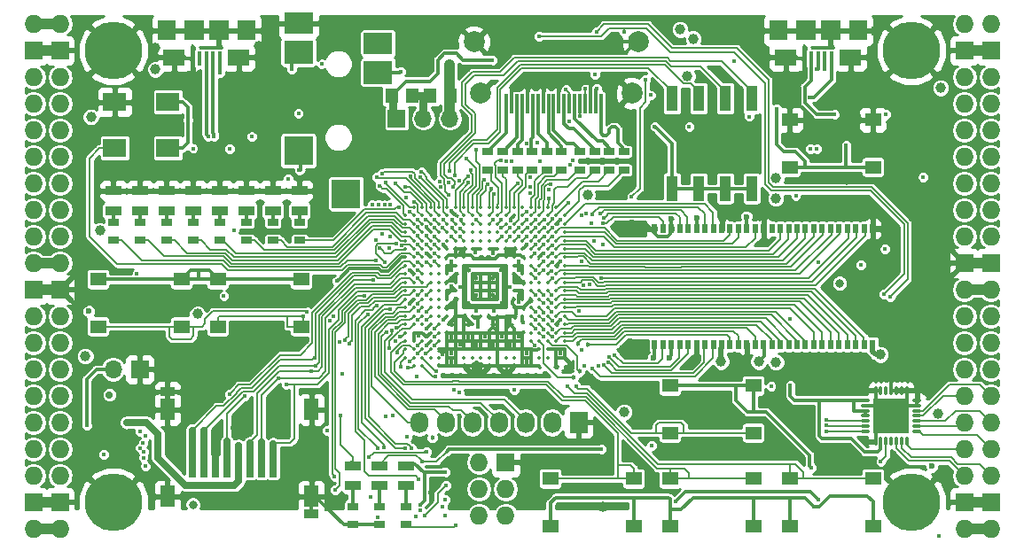
<source format=gtl>
G04 #@! TF.GenerationSoftware,KiCad,Pcbnew,5.0.0-rc3+dfsg1-1*
G04 #@! TF.CreationDate,2018-07-09T21:23:11+02:00*
G04 #@! TF.ProjectId,ulx3s,756C7833732E6B696361645F70636200,rev?*
G04 #@! TF.SameCoordinates,Original*
G04 #@! TF.FileFunction,Copper,L1,Top,Signal*
G04 #@! TF.FilePolarity,Positive*
%FSLAX46Y46*%
G04 Gerber Fmt 4.6, Leading zero omitted, Abs format (unit mm)*
G04 Created by KiCad (PCBNEW 5.0.0-rc3+dfsg1-1) date Mon Jul  9 21:23:11 2018*
%MOMM*%
%LPD*%
G01*
G04 APERTURE LIST*
G04 #@! TA.AperFunction,SMDPad,CuDef*
%ADD10R,0.300000X1.900000*%
G04 #@! TD*
G04 #@! TA.AperFunction,ComponentPad*
%ADD11C,2.000000*%
G04 #@! TD*
G04 #@! TA.AperFunction,SMDPad,CuDef*
%ADD12R,1.120000X2.440000*%
G04 #@! TD*
G04 #@! TA.AperFunction,SMDPad,CuDef*
%ADD13R,0.560000X0.900000*%
G04 #@! TD*
G04 #@! TA.AperFunction,ComponentPad*
%ADD14O,1.727200X1.727200*%
G04 #@! TD*
G04 #@! TA.AperFunction,ComponentPad*
%ADD15R,1.727200X1.727200*%
G04 #@! TD*
G04 #@! TA.AperFunction,ComponentPad*
%ADD16C,5.500000*%
G04 #@! TD*
G04 #@! TA.AperFunction,SMDPad,CuDef*
%ADD17O,0.850000X0.300000*%
G04 #@! TD*
G04 #@! TA.AperFunction,SMDPad,CuDef*
%ADD18O,0.300000X0.850000*%
G04 #@! TD*
G04 #@! TA.AperFunction,SMDPad,CuDef*
%ADD19R,1.675000X1.675000*%
G04 #@! TD*
G04 #@! TA.AperFunction,ComponentPad*
%ADD20R,1.727200X2.032000*%
G04 #@! TD*
G04 #@! TA.AperFunction,ComponentPad*
%ADD21O,1.727200X2.032000*%
G04 #@! TD*
G04 #@! TA.AperFunction,BGAPad,CuDef*
%ADD22C,0.350000*%
G04 #@! TD*
G04 #@! TA.AperFunction,SMDPad,CuDef*
%ADD23R,2.800000X2.000000*%
G04 #@! TD*
G04 #@! TA.AperFunction,SMDPad,CuDef*
%ADD24R,2.800000X2.200000*%
G04 #@! TD*
G04 #@! TA.AperFunction,SMDPad,CuDef*
%ADD25R,2.800000X2.800000*%
G04 #@! TD*
G04 #@! TA.AperFunction,SMDPad,CuDef*
%ADD26R,0.700000X1.500000*%
G04 #@! TD*
G04 #@! TA.AperFunction,SMDPad,CuDef*
%ADD27R,1.450000X0.900000*%
G04 #@! TD*
G04 #@! TA.AperFunction,SMDPad,CuDef*
%ADD28R,1.450000X2.000000*%
G04 #@! TD*
G04 #@! TA.AperFunction,SMDPad,CuDef*
%ADD29R,2.200000X1.800000*%
G04 #@! TD*
G04 #@! TA.AperFunction,SMDPad,CuDef*
%ADD30R,1.000000X0.670000*%
G04 #@! TD*
G04 #@! TA.AperFunction,SMDPad,CuDef*
%ADD31R,1.500000X0.970000*%
G04 #@! TD*
G04 #@! TA.AperFunction,ComponentPad*
%ADD32R,1.700000X1.700000*%
G04 #@! TD*
G04 #@! TA.AperFunction,ComponentPad*
%ADD33O,1.700000X1.700000*%
G04 #@! TD*
G04 #@! TA.AperFunction,SMDPad,CuDef*
%ADD34R,1.295000X1.400000*%
G04 #@! TD*
G04 #@! TA.AperFunction,SMDPad,CuDef*
%ADD35R,1.800000X1.900000*%
G04 #@! TD*
G04 #@! TA.AperFunction,SMDPad,CuDef*
%ADD36R,0.400000X1.350000*%
G04 #@! TD*
G04 #@! TA.AperFunction,SMDPad,CuDef*
%ADD37R,1.900000X1.900000*%
G04 #@! TD*
G04 #@! TA.AperFunction,SMDPad,CuDef*
%ADD38R,2.100000X1.600000*%
G04 #@! TD*
G04 #@! TA.AperFunction,SMDPad,CuDef*
%ADD39R,1.550000X1.300000*%
G04 #@! TD*
G04 #@! TA.AperFunction,ViaPad*
%ADD40C,0.400000*%
G04 #@! TD*
G04 #@! TA.AperFunction,ViaPad*
%ADD41C,2.000000*%
G04 #@! TD*
G04 #@! TA.AperFunction,ViaPad*
%ADD42C,0.454000*%
G04 #@! TD*
G04 #@! TA.AperFunction,ViaPad*
%ADD43C,0.600000*%
G04 #@! TD*
G04 #@! TA.AperFunction,ViaPad*
%ADD44C,1.000000*%
G04 #@! TD*
G04 #@! TA.AperFunction,ViaPad*
%ADD45C,0.800000*%
G04 #@! TD*
G04 #@! TA.AperFunction,ViaPad*
%ADD46C,0.700000*%
G04 #@! TD*
G04 #@! TA.AperFunction,Conductor*
%ADD47C,0.300000*%
G04 #@! TD*
G04 #@! TA.AperFunction,Conductor*
%ADD48C,0.500000*%
G04 #@! TD*
G04 #@! TA.AperFunction,Conductor*
%ADD49C,1.000000*%
G04 #@! TD*
G04 #@! TA.AperFunction,Conductor*
%ADD50C,0.700000*%
G04 #@! TD*
G04 #@! TA.AperFunction,Conductor*
%ADD51C,0.190000*%
G04 #@! TD*
G04 #@! TA.AperFunction,Conductor*
%ADD52C,0.800000*%
G04 #@! TD*
G04 #@! TA.AperFunction,Conductor*
%ADD53C,0.200000*%
G04 #@! TD*
G04 #@! TA.AperFunction,Conductor*
%ADD54C,0.127000*%
G04 #@! TD*
G04 #@! TA.AperFunction,Conductor*
%ADD55C,0.180000*%
G04 #@! TD*
G04 #@! TA.AperFunction,Conductor*
%ADD56C,0.254000*%
G04 #@! TD*
G04 APERTURE END LIST*
D10*
G04 #@! TO.P,GPDI1,19*
G04 #@! TO.N,/gpdi/GPDI_ETH-*
X149546000Y-70312000D03*
G04 #@! TO.P,GPDI1,18*
G04 #@! TO.N,+5V*
X149046000Y-70312000D03*
G04 #@! TO.P,GPDI1,17*
G04 #@! TO.N,GND*
X148546000Y-70312000D03*
G04 #@! TO.P,GPDI1,16*
G04 #@! TO.N,GPDI_SDA*
X148046000Y-70312000D03*
G04 #@! TO.P,GPDI1,15*
G04 #@! TO.N,GPDI_SCL*
X147546000Y-70312000D03*
G04 #@! TO.P,GPDI1,14*
G04 #@! TO.N,/gpdi/GPDI_ETH+*
X147046000Y-70312000D03*
G04 #@! TO.P,GPDI1,13*
G04 #@! TO.N,GPDI_CEC*
X146546000Y-70312000D03*
G04 #@! TO.P,GPDI1,12*
G04 #@! TO.N,/gpdi/GPDI_CLK-*
X146046000Y-70312000D03*
G04 #@! TO.P,GPDI1,11*
G04 #@! TO.N,GND*
X145546000Y-70312000D03*
G04 #@! TO.P,GPDI1,10*
G04 #@! TO.N,/gpdi/GPDI_CLK+*
X145046000Y-70312000D03*
G04 #@! TO.P,GPDI1,9*
G04 #@! TO.N,/gpdi/GPDI_D0-*
X144546000Y-70312000D03*
G04 #@! TO.P,GPDI1,8*
G04 #@! TO.N,GND*
X144046000Y-70312000D03*
G04 #@! TO.P,GPDI1,7*
G04 #@! TO.N,/gpdi/GPDI_D0+*
X143546000Y-70312000D03*
G04 #@! TO.P,GPDI1,6*
G04 #@! TO.N,/gpdi/GPDI_D1-*
X143046000Y-70312000D03*
G04 #@! TO.P,GPDI1,5*
G04 #@! TO.N,GND*
X142546000Y-70312000D03*
G04 #@! TO.P,GPDI1,4*
G04 #@! TO.N,/gpdi/GPDI_D1+*
X142046000Y-70312000D03*
G04 #@! TO.P,GPDI1,3*
G04 #@! TO.N,/gpdi/GPDI_D2-*
X141546000Y-70312000D03*
G04 #@! TO.P,GPDI1,2*
G04 #@! TO.N,GND*
X141046000Y-70312000D03*
G04 #@! TO.P,GPDI1,1*
G04 #@! TO.N,/gpdi/GPDI_D2+*
X140546000Y-70312000D03*
D11*
G04 #@! TO.P,GPDI1,0*
G04 #@! TO.N,GND*
X152546000Y-69312000D03*
X138046000Y-69312000D03*
X153146000Y-64412000D03*
X137446000Y-64412000D03*
G04 #@! TD*
D12*
G04 #@! TO.P,SW1,8*
G04 #@! TO.N,SW1*
X156330000Y-69815000D03*
G04 #@! TO.P,SW1,4*
G04 #@! TO.N,/blinkey/SWPU*
X163950000Y-78425000D03*
G04 #@! TO.P,SW1,7*
G04 #@! TO.N,SW2*
X158870000Y-69815000D03*
G04 #@! TO.P,SW1,3*
G04 #@! TO.N,/blinkey/SWPU*
X161410000Y-78425000D03*
G04 #@! TO.P,SW1,6*
G04 #@! TO.N,SW3*
X161410000Y-69815000D03*
G04 #@! TO.P,SW1,2*
G04 #@! TO.N,/blinkey/SWPU*
X158870000Y-78425000D03*
G04 #@! TO.P,SW1,5*
G04 #@! TO.N,SW4*
X163950000Y-69815000D03*
G04 #@! TO.P,SW1,1*
G04 #@! TO.N,/blinkey/SWPU*
X156330000Y-78425000D03*
G04 #@! TD*
D13*
G04 #@! TO.P,U2,28*
G04 #@! TO.N,GND*
X175493000Y-82270000D03*
G04 #@! TO.P,U2,1*
G04 #@! TO.N,+3V3*
X154693000Y-93330000D03*
G04 #@! TO.P,U2,2*
G04 #@! TO.N,SDRAM_D0*
X155493000Y-93330000D03*
G04 #@! TO.P,U2,3*
G04 #@! TO.N,+3V3*
X156293000Y-93330000D03*
G04 #@! TO.P,U2,4*
G04 #@! TO.N,SDRAM_D1*
X157093000Y-93330000D03*
G04 #@! TO.P,U2,5*
G04 #@! TO.N,SDRAM_D2*
X157893000Y-93330000D03*
G04 #@! TO.P,U2,6*
G04 #@! TO.N,GND*
X158693000Y-93330000D03*
G04 #@! TO.P,U2,7*
G04 #@! TO.N,SDRAM_D3*
X159493000Y-93330000D03*
G04 #@! TO.P,U2,8*
G04 #@! TO.N,SDRAM_D4*
X160293000Y-93330000D03*
G04 #@! TO.P,U2,9*
G04 #@! TO.N,+3V3*
X161093000Y-93330000D03*
G04 #@! TO.P,U2,10*
G04 #@! TO.N,SDRAM_D5*
X161893000Y-93330000D03*
G04 #@! TO.P,U2,11*
G04 #@! TO.N,SDRAM_D6*
X162693000Y-93330000D03*
G04 #@! TO.P,U2,12*
G04 #@! TO.N,GND*
X163493000Y-93330000D03*
G04 #@! TO.P,U2,13*
G04 #@! TO.N,SDRAM_D7*
X164293000Y-93330000D03*
G04 #@! TO.P,U2,14*
G04 #@! TO.N,+3V3*
X165093000Y-93330000D03*
G04 #@! TO.P,U2,15*
G04 #@! TO.N,SDRAM_DQM0*
X165893000Y-93330000D03*
G04 #@! TO.P,U2,16*
G04 #@! TO.N,SDRAM_nWE*
X166693000Y-93330000D03*
G04 #@! TO.P,U2,17*
G04 #@! TO.N,SDRAM_nCAS*
X167493000Y-93330000D03*
G04 #@! TO.P,U2,18*
G04 #@! TO.N,SDRAM_nRAS*
X168293000Y-93330000D03*
G04 #@! TO.P,U2,19*
G04 #@! TO.N,SDRAM_nCS*
X169093000Y-93330000D03*
G04 #@! TO.P,U2,20*
G04 #@! TO.N,SDRAM_BA0*
X169893000Y-93330000D03*
G04 #@! TO.P,U2,21*
G04 #@! TO.N,SDRAM_BA1*
X170693000Y-93330000D03*
G04 #@! TO.P,U2,22*
G04 #@! TO.N,SDRAM_A10*
X171493000Y-93330000D03*
G04 #@! TO.P,U2,23*
G04 #@! TO.N,SDRAM_A0*
X172293000Y-93330000D03*
G04 #@! TO.P,U2,24*
G04 #@! TO.N,SDRAM_A1*
X173093000Y-93330000D03*
G04 #@! TO.P,U2,25*
G04 #@! TO.N,SDRAM_A2*
X173893000Y-93330000D03*
G04 #@! TO.P,U2,26*
G04 #@! TO.N,SDRAM_A3*
X174693000Y-93330000D03*
G04 #@! TO.P,U2,27*
G04 #@! TO.N,+3V3*
X175493000Y-93330000D03*
G04 #@! TO.P,U2,29*
G04 #@! TO.N,SDRAM_A4*
X174693000Y-82270000D03*
G04 #@! TO.P,U2,30*
G04 #@! TO.N,SDRAM_A5*
X173893000Y-82270000D03*
G04 #@! TO.P,U2,31*
G04 #@! TO.N,SDRAM_A6*
X173093000Y-82270000D03*
G04 #@! TO.P,U2,32*
G04 #@! TO.N,SDRAM_A7*
X172293000Y-82270000D03*
G04 #@! TO.P,U2,33*
G04 #@! TO.N,SDRAM_A8*
X171493000Y-82270000D03*
G04 #@! TO.P,U2,34*
G04 #@! TO.N,SDRAM_A9*
X170693000Y-82270000D03*
G04 #@! TO.P,U2,35*
G04 #@! TO.N,SDRAM_A11*
X169893000Y-82270000D03*
G04 #@! TO.P,U2,36*
G04 #@! TO.N,SDRAM_A12*
X169093000Y-82270000D03*
G04 #@! TO.P,U2,37*
G04 #@! TO.N,SDRAM_CKE*
X168293000Y-82270000D03*
G04 #@! TO.P,U2,38*
G04 #@! TO.N,SDRAM_CLK*
X167493000Y-82270000D03*
G04 #@! TO.P,U2,39*
G04 #@! TO.N,SDRAM_DQM1*
X166693000Y-82270000D03*
G04 #@! TO.P,U2,40*
G04 #@! TO.N,N/C*
X165893000Y-82270000D03*
G04 #@! TO.P,U2,41*
G04 #@! TO.N,GND*
X165093000Y-82270000D03*
G04 #@! TO.P,U2,42*
G04 #@! TO.N,SDRAM_D8*
X164293000Y-82270000D03*
G04 #@! TO.P,U2,43*
G04 #@! TO.N,+3V3*
X163493000Y-82270000D03*
G04 #@! TO.P,U2,44*
G04 #@! TO.N,SDRAM_D9*
X162693000Y-82270000D03*
G04 #@! TO.P,U2,45*
G04 #@! TO.N,SDRAM_D10*
X161893000Y-82270000D03*
G04 #@! TO.P,U2,46*
G04 #@! TO.N,GND*
X161093000Y-82270000D03*
G04 #@! TO.P,U2,47*
G04 #@! TO.N,SDRAM_D11*
X160293000Y-82270000D03*
G04 #@! TO.P,U2,48*
G04 #@! TO.N,SDRAM_D12*
X159493000Y-82270000D03*
G04 #@! TO.P,U2,49*
G04 #@! TO.N,+3V3*
X158693000Y-82270000D03*
G04 #@! TO.P,U2,50*
G04 #@! TO.N,SDRAM_D13*
X157893000Y-82270000D03*
G04 #@! TO.P,U2,51*
G04 #@! TO.N,SDRAM_D14*
X157093000Y-82270000D03*
G04 #@! TO.P,U2,52*
G04 #@! TO.N,GND*
X156293000Y-82270000D03*
G04 #@! TO.P,U2,53*
G04 #@! TO.N,SDRAM_D15*
X155493000Y-82270000D03*
G04 #@! TO.P,U2,54*
G04 #@! TO.N,GND*
X154693000Y-82270000D03*
G04 #@! TD*
D14*
G04 #@! TO.P,J1,1*
G04 #@! TO.N,2V5_3V3*
X97910000Y-62690000D03*
G04 #@! TO.P,J1,2*
X95370000Y-62690000D03*
D15*
G04 #@! TO.P,J1,3*
G04 #@! TO.N,GND*
X97910000Y-65230000D03*
G04 #@! TO.P,J1,4*
X95370000Y-65230000D03*
D14*
G04 #@! TO.P,J1,5*
G04 #@! TO.N,GN0*
X97910000Y-67770000D03*
G04 #@! TO.P,J1,6*
G04 #@! TO.N,GP0*
X95370000Y-67770000D03*
G04 #@! TO.P,J1,7*
G04 #@! TO.N,GN1*
X97910000Y-70310000D03*
G04 #@! TO.P,J1,8*
G04 #@! TO.N,GP1*
X95370000Y-70310000D03*
G04 #@! TO.P,J1,9*
G04 #@! TO.N,GN2*
X97910000Y-72850000D03*
G04 #@! TO.P,J1,10*
G04 #@! TO.N,GP2*
X95370000Y-72850000D03*
G04 #@! TO.P,J1,11*
G04 #@! TO.N,GN3*
X97910000Y-75390000D03*
G04 #@! TO.P,J1,12*
G04 #@! TO.N,GP3*
X95370000Y-75390000D03*
G04 #@! TO.P,J1,13*
G04 #@! TO.N,GN4*
X97910000Y-77930000D03*
G04 #@! TO.P,J1,14*
G04 #@! TO.N,GP4*
X95370000Y-77930000D03*
G04 #@! TO.P,J1,15*
G04 #@! TO.N,GN5*
X97910000Y-80470000D03*
G04 #@! TO.P,J1,16*
G04 #@! TO.N,GP5*
X95370000Y-80470000D03*
G04 #@! TO.P,J1,17*
G04 #@! TO.N,GN6*
X97910000Y-83010000D03*
G04 #@! TO.P,J1,18*
G04 #@! TO.N,GP6*
X95370000Y-83010000D03*
G04 #@! TO.P,J1,19*
G04 #@! TO.N,2V5_3V3*
X97910000Y-85550000D03*
G04 #@! TO.P,J1,20*
X95370000Y-85550000D03*
D15*
G04 #@! TO.P,J1,21*
G04 #@! TO.N,GND*
X97910000Y-88090000D03*
G04 #@! TO.P,J1,22*
X95370000Y-88090000D03*
D14*
G04 #@! TO.P,J1,23*
G04 #@! TO.N,GN7*
X97910000Y-90630000D03*
G04 #@! TO.P,J1,24*
G04 #@! TO.N,GP7*
X95370000Y-90630000D03*
G04 #@! TO.P,J1,25*
G04 #@! TO.N,GN8*
X97910000Y-93170000D03*
G04 #@! TO.P,J1,26*
G04 #@! TO.N,GP8*
X95370000Y-93170000D03*
G04 #@! TO.P,J1,27*
G04 #@! TO.N,GN9*
X97910000Y-95710000D03*
G04 #@! TO.P,J1,28*
G04 #@! TO.N,GP9*
X95370000Y-95710000D03*
G04 #@! TO.P,J1,29*
G04 #@! TO.N,GN10*
X97910000Y-98250000D03*
G04 #@! TO.P,J1,30*
G04 #@! TO.N,GP10*
X95370000Y-98250000D03*
G04 #@! TO.P,J1,31*
G04 #@! TO.N,GN11*
X97910000Y-100790000D03*
G04 #@! TO.P,J1,32*
G04 #@! TO.N,GP11*
X95370000Y-100790000D03*
G04 #@! TO.P,J1,33*
G04 #@! TO.N,GN12*
X97910000Y-103330000D03*
G04 #@! TO.P,J1,34*
G04 #@! TO.N,GP12*
X95370000Y-103330000D03*
G04 #@! TO.P,J1,35*
G04 #@! TO.N,GN13*
X97910000Y-105870000D03*
G04 #@! TO.P,J1,36*
G04 #@! TO.N,GP13*
X95370000Y-105870000D03*
D15*
G04 #@! TO.P,J1,37*
G04 #@! TO.N,GND*
X97910000Y-108410000D03*
G04 #@! TO.P,J1,38*
X95370000Y-108410000D03*
D14*
G04 #@! TO.P,J1,39*
G04 #@! TO.N,2V5_3V3*
X97910000Y-110950000D03*
G04 #@! TO.P,J1,40*
X95370000Y-110950000D03*
G04 #@! TD*
G04 #@! TO.P,J2,1*
G04 #@! TO.N,+3V3*
X184270000Y-110950000D03*
G04 #@! TO.P,J2,2*
X186810000Y-110950000D03*
D15*
G04 #@! TO.P,J2,3*
G04 #@! TO.N,GND*
X184270000Y-108410000D03*
G04 #@! TO.P,J2,4*
X186810000Y-108410000D03*
D14*
G04 #@! TO.P,J2,5*
G04 #@! TO.N,GN14*
X184270000Y-105870000D03*
G04 #@! TO.P,J2,6*
G04 #@! TO.N,GP14*
X186810000Y-105870000D03*
G04 #@! TO.P,J2,7*
G04 #@! TO.N,GN15*
X184270000Y-103330000D03*
G04 #@! TO.P,J2,8*
G04 #@! TO.N,GP15*
X186810000Y-103330000D03*
G04 #@! TO.P,J2,9*
G04 #@! TO.N,GN16*
X184270000Y-100790000D03*
G04 #@! TO.P,J2,10*
G04 #@! TO.N,GP16*
X186810000Y-100790000D03*
G04 #@! TO.P,J2,11*
G04 #@! TO.N,GN17*
X184270000Y-98250000D03*
G04 #@! TO.P,J2,12*
G04 #@! TO.N,GP17*
X186810000Y-98250000D03*
G04 #@! TO.P,J2,13*
G04 #@! TO.N,GN18*
X184270000Y-95710000D03*
G04 #@! TO.P,J2,14*
G04 #@! TO.N,GP18*
X186810000Y-95710000D03*
G04 #@! TO.P,J2,15*
G04 #@! TO.N,GN19*
X184270000Y-93170000D03*
G04 #@! TO.P,J2,16*
G04 #@! TO.N,GP19*
X186810000Y-93170000D03*
G04 #@! TO.P,J2,17*
G04 #@! TO.N,GN20*
X184270000Y-90630000D03*
G04 #@! TO.P,J2,18*
G04 #@! TO.N,GP20*
X186810000Y-90630000D03*
G04 #@! TO.P,J2,19*
G04 #@! TO.N,+3V3*
X184270000Y-88090000D03*
G04 #@! TO.P,J2,20*
X186810000Y-88090000D03*
D15*
G04 #@! TO.P,J2,21*
G04 #@! TO.N,GND*
X184270000Y-85550000D03*
G04 #@! TO.P,J2,22*
X186810000Y-85550000D03*
D14*
G04 #@! TO.P,J2,23*
G04 #@! TO.N,GN21*
X184270000Y-83010000D03*
G04 #@! TO.P,J2,24*
G04 #@! TO.N,GP21*
X186810000Y-83010000D03*
G04 #@! TO.P,J2,25*
G04 #@! TO.N,GN22*
X184270000Y-80470000D03*
G04 #@! TO.P,J2,26*
G04 #@! TO.N,GP22*
X186810000Y-80470000D03*
G04 #@! TO.P,J2,27*
G04 #@! TO.N,GN23*
X184270000Y-77930000D03*
G04 #@! TO.P,J2,28*
G04 #@! TO.N,GP23*
X186810000Y-77930000D03*
G04 #@! TO.P,J2,29*
G04 #@! TO.N,GN24*
X184270000Y-75390000D03*
G04 #@! TO.P,J2,30*
G04 #@! TO.N,GP24*
X186810000Y-75390000D03*
G04 #@! TO.P,J2,31*
G04 #@! TO.N,GN25*
X184270000Y-72850000D03*
G04 #@! TO.P,J2,32*
G04 #@! TO.N,GP25*
X186810000Y-72850000D03*
G04 #@! TO.P,J2,33*
G04 #@! TO.N,GN26*
X184270000Y-70310000D03*
G04 #@! TO.P,J2,34*
G04 #@! TO.N,GP26*
X186810000Y-70310000D03*
G04 #@! TO.P,J2,35*
G04 #@! TO.N,GN27*
X184270000Y-67770000D03*
G04 #@! TO.P,J2,36*
G04 #@! TO.N,GP27*
X186810000Y-67770000D03*
D15*
G04 #@! TO.P,J2,37*
G04 #@! TO.N,GND*
X184270000Y-65230000D03*
G04 #@! TO.P,J2,38*
X186810000Y-65230000D03*
D14*
G04 #@! TO.P,J2,39*
G04 #@! TO.N,/gpio/IN5V*
X184270000Y-62690000D03*
G04 #@! TO.P,J2,40*
G04 #@! TO.N,/gpio/OUT5V*
X186810000Y-62690000D03*
G04 #@! TD*
D16*
G04 #@! TO.P,H1,1*
G04 #@! TO.N,GND*
X102990000Y-108410000D03*
G04 #@! TD*
G04 #@! TO.P,H2,1*
G04 #@! TO.N,GND*
X179190000Y-108410000D03*
G04 #@! TD*
G04 #@! TO.P,H3,1*
G04 #@! TO.N,GND*
X179190000Y-65230000D03*
G04 #@! TD*
G04 #@! TO.P,H4,1*
G04 #@! TO.N,GND*
X102990000Y-65230000D03*
G04 #@! TD*
D15*
G04 #@! TO.P,J4,1*
G04 #@! TO.N,GND*
X140455000Y-104600000D03*
D14*
G04 #@! TO.P,J4,2*
G04 #@! TO.N,+3V3*
X137915000Y-104600000D03*
G04 #@! TO.P,J4,3*
G04 #@! TO.N,JTAG_TDI*
X140455000Y-107140000D03*
G04 #@! TO.P,J4,4*
G04 #@! TO.N,JTAG_TCK*
X137915000Y-107140000D03*
G04 #@! TO.P,J4,5*
G04 #@! TO.N,JTAG_TMS*
X140455000Y-109680000D03*
G04 #@! TO.P,J4,6*
G04 #@! TO.N,JTAG_TDO*
X137915000Y-109680000D03*
G04 #@! TD*
D17*
G04 #@! TO.P,U8,1*
G04 #@! TO.N,GP15*
X179735000Y-101655000D03*
G04 #@! TO.P,U8,2*
G04 #@! TO.N,GN16*
X179735000Y-101155000D03*
G04 #@! TO.P,U8,3*
G04 #@! TO.N,GP16*
X179735000Y-100655000D03*
G04 #@! TO.P,U8,4*
G04 #@! TO.N,GN17*
X179735000Y-100155000D03*
G04 #@! TO.P,U8,5*
G04 #@! TO.N,GP17*
X179735000Y-99655000D03*
G04 #@! TO.P,U8,6*
G04 #@! TO.N,GND*
X179735000Y-99155000D03*
G04 #@! TO.P,U8,7*
X179735000Y-98655000D03*
D18*
G04 #@! TO.P,U8,8*
X178785000Y-97705000D03*
G04 #@! TO.P,U8,9*
X178285000Y-97705000D03*
G04 #@! TO.P,U8,10*
X177785000Y-97705000D03*
G04 #@! TO.P,U8,11*
X177285000Y-97705000D03*
G04 #@! TO.P,U8,12*
G04 #@! TO.N,Net-(U8-Pad12)*
X176785000Y-97705000D03*
G04 #@! TO.P,U8,13*
G04 #@! TO.N,GND*
X176285000Y-97705000D03*
G04 #@! TO.P,U8,14*
X175785000Y-97705000D03*
D17*
G04 #@! TO.P,U8,15*
G04 #@! TO.N,/analog/ADC3V3*
X174835000Y-98655000D03*
G04 #@! TO.P,U8,16*
G04 #@! TO.N,GND*
X174835000Y-99155000D03*
G04 #@! TO.P,U8,17*
G04 #@! TO.N,/analog/ADC3V3*
X174835000Y-99655000D03*
G04 #@! TO.P,U8,18*
X174835000Y-100155000D03*
G04 #@! TO.P,U8,19*
G04 #@! TO.N,ADC_SCLK*
X174835000Y-100655000D03*
G04 #@! TO.P,U8,20*
G04 #@! TO.N,ADC_CSn*
X174835000Y-101155000D03*
G04 #@! TO.P,U8,21*
G04 #@! TO.N,ADC_MOSI*
X174835000Y-101655000D03*
D18*
G04 #@! TO.P,U8,22*
G04 #@! TO.N,GND*
X175785000Y-102605000D03*
G04 #@! TO.P,U8,23*
G04 #@! TO.N,/analog/ADC3V3*
X176285000Y-102605000D03*
G04 #@! TO.P,U8,24*
G04 #@! TO.N,ADC_MISO*
X176785000Y-102605000D03*
G04 #@! TO.P,U8,25*
G04 #@! TO.N,Net-(U8-Pad25)*
X177285000Y-102605000D03*
G04 #@! TO.P,U8,26*
G04 #@! TO.N,GN14*
X177785000Y-102605000D03*
G04 #@! TO.P,U8,27*
G04 #@! TO.N,GP14*
X178285000Y-102605000D03*
G04 #@! TO.P,U8,28*
G04 #@! TO.N,GN15*
X178785000Y-102605000D03*
D19*
G04 #@! TO.P,U8,29*
G04 #@! TO.N,GND*
X176447500Y-99317500D03*
X176447500Y-100992500D03*
X178122500Y-99317500D03*
X178122500Y-100992500D03*
G04 #@! TD*
D20*
G04 #@! TO.P,OLED1,1*
G04 #@! TO.N,GND*
X147440000Y-100790000D03*
D21*
G04 #@! TO.P,OLED1,2*
G04 #@! TO.N,+3V3*
X144900000Y-100790000D03*
G04 #@! TO.P,OLED1,3*
G04 #@! TO.N,OLED_CLK*
X142360000Y-100790000D03*
G04 #@! TO.P,OLED1,4*
G04 #@! TO.N,OLED_MOSI*
X139820000Y-100790000D03*
G04 #@! TO.P,OLED1,5*
G04 #@! TO.N,OLED_RES*
X137280000Y-100790000D03*
G04 #@! TO.P,OLED1,6*
G04 #@! TO.N,OLED_DC*
X134740000Y-100790000D03*
G04 #@! TO.P,OLED1,7*
G04 #@! TO.N,OLED_CS*
X132200000Y-100790000D03*
G04 #@! TD*
D22*
G04 #@! TO.P,U1,A2*
G04 #@! TO.N,GP9*
X131680000Y-80200000D03*
G04 #@! TO.P,U1,A3*
G04 #@! TO.N,AUDIO_R0*
X132480000Y-80200000D03*
G04 #@! TO.P,U1,A4*
G04 #@! TO.N,GP8*
X133280000Y-80200000D03*
G04 #@! TO.P,U1,A5*
G04 #@! TO.N,GN8*
X134080000Y-80200000D03*
G04 #@! TO.P,U1,A6*
G04 #@! TO.N,GP7*
X134880000Y-80200000D03*
G04 #@! TO.P,U1,A7*
G04 #@! TO.N,GP4*
X135680000Y-80200000D03*
G04 #@! TO.P,U1,A8*
G04 #@! TO.N,GN4*
X136480000Y-80200000D03*
G04 #@! TO.P,U1,A9*
G04 #@! TO.N,GP2*
X137280000Y-80200000D03*
G04 #@! TO.P,U1,A10*
G04 #@! TO.N,GP1*
X138080000Y-80200000D03*
G04 #@! TO.P,U1,A11*
G04 #@! TO.N,GN1*
X138880000Y-80200000D03*
G04 #@! TO.P,U1,A12*
G04 #@! TO.N,FPDI_D2+*
X139680000Y-80200000D03*
G04 #@! TO.P,U1,A13*
G04 #@! TO.N,FPDI_D2-*
X140480000Y-80200000D03*
G04 #@! TO.P,U1,A14*
G04 #@! TO.N,FPDI_D1+*
X141280000Y-80200000D03*
G04 #@! TO.P,U1,A15*
G04 #@! TO.N,Net-(U1-PadA15)*
X142080000Y-80200000D03*
G04 #@! TO.P,U1,A16*
G04 #@! TO.N,FPDI_D0+*
X142880000Y-80200000D03*
G04 #@! TO.P,U1,A17*
G04 #@! TO.N,FPDI_CLK+*
X143680000Y-80200000D03*
G04 #@! TO.P,U1,A18*
G04 #@! TO.N,/gpdi/FPDI_CEC*
X144480000Y-80200000D03*
G04 #@! TO.P,U1,A19*
G04 #@! TO.N,FPDI_ETH+*
X145280000Y-80200000D03*
G04 #@! TO.P,U1,B1*
G04 #@! TO.N,GN9*
X130880000Y-81000000D03*
G04 #@! TO.P,U1,B2*
G04 #@! TO.N,LED0*
X131680000Y-81000000D03*
G04 #@! TO.P,U1,B3*
G04 #@! TO.N,AUDIO_L3*
X132480000Y-81000000D03*
G04 #@! TO.P,U1,B4*
G04 #@! TO.N,GN10*
X133280000Y-81000000D03*
G04 #@! TO.P,U1,B5*
G04 #@! TO.N,AUDIO_R1*
X134080000Y-81000000D03*
G04 #@! TO.P,U1,B6*
G04 #@! TO.N,GN7*
X134880000Y-81000000D03*
G04 #@! TO.P,U1,B7*
G04 #@! TO.N,GND*
X135680000Y-81000000D03*
G04 #@! TO.P,U1,B8*
G04 #@! TO.N,GN5*
X136480000Y-81000000D03*
G04 #@! TO.P,U1,B9*
G04 #@! TO.N,GP3*
X137280000Y-81000000D03*
G04 #@! TO.P,U1,B10*
G04 #@! TO.N,GN2*
X138080000Y-81000000D03*
G04 #@! TO.P,U1,B11*
G04 #@! TO.N,GP0*
X138880000Y-81000000D03*
G04 #@! TO.P,U1,B12*
G04 #@! TO.N,USB_FPGA_PULL_D+*
X139680000Y-81000000D03*
G04 #@! TO.P,U1,B13*
G04 #@! TO.N,GP26*
X140480000Y-81000000D03*
G04 #@! TO.P,U1,B14*
G04 #@! TO.N,GND*
X141280000Y-81000000D03*
G04 #@! TO.P,U1,B15*
G04 #@! TO.N,GP22*
X142080000Y-81000000D03*
G04 #@! TO.P,U1,B16*
G04 #@! TO.N,FPDI_D0-*
X142880000Y-81000000D03*
G04 #@! TO.P,U1,B17*
G04 #@! TO.N,GP23*
X143680000Y-81000000D03*
G04 #@! TO.P,U1,B18*
G04 #@! TO.N,FPDI_CLK-*
X144480000Y-81000000D03*
G04 #@! TO.P,U1,B19*
G04 #@! TO.N,FPDI_SDA*
X145280000Y-81000000D03*
G04 #@! TO.P,U1,B20*
G04 #@! TO.N,FPDI_ETH-*
X146080000Y-81000000D03*
G04 #@! TO.P,U1,C1*
G04 #@! TO.N,LED2*
X130880000Y-81800000D03*
G04 #@! TO.P,U1,C2*
G04 #@! TO.N,LED1*
X131680000Y-81800000D03*
G04 #@! TO.P,U1,C3*
G04 #@! TO.N,AUDIO_L2*
X132480000Y-81800000D03*
G04 #@! TO.P,U1,C4*
G04 #@! TO.N,GP10*
X133280000Y-81800000D03*
G04 #@! TO.P,U1,C5*
G04 #@! TO.N,AUDIO_R3*
X134080000Y-81800000D03*
G04 #@! TO.P,U1,C6*
G04 #@! TO.N,GP6*
X134880000Y-81800000D03*
G04 #@! TO.P,U1,C7*
G04 #@! TO.N,GN6*
X135680000Y-81800000D03*
G04 #@! TO.P,U1,C8*
G04 #@! TO.N,GP5*
X136480000Y-81800000D03*
G04 #@! TO.P,U1,C9*
G04 #@! TO.N,Net-(U1-PadC9)*
X137280000Y-81800000D03*
G04 #@! TO.P,U1,C10*
G04 #@! TO.N,GN3*
X138080000Y-81800000D03*
G04 #@! TO.P,U1,C11*
G04 #@! TO.N,GN0*
X138880000Y-81800000D03*
G04 #@! TO.P,U1,C12*
G04 #@! TO.N,USB_FPGA_PULL_D-*
X139680000Y-81800000D03*
G04 #@! TO.P,U1,C13*
G04 #@! TO.N,GN26*
X140480000Y-81800000D03*
G04 #@! TO.P,U1,C14*
G04 #@! TO.N,FPDI_D1-*
X141280000Y-81800000D03*
G04 #@! TO.P,U1,C15*
G04 #@! TO.N,GN22*
X142080000Y-81800000D03*
G04 #@! TO.P,U1,C16*
G04 #@! TO.N,GP24*
X142880000Y-81800000D03*
G04 #@! TO.P,U1,C17*
G04 #@! TO.N,GN23*
X143680000Y-81800000D03*
G04 #@! TO.P,U1,C18*
G04 #@! TO.N,GP21*
X144480000Y-81800000D03*
G04 #@! TO.P,U1,C19*
G04 #@! TO.N,GND*
X145280000Y-81800000D03*
G04 #@! TO.P,U1,C20*
G04 #@! TO.N,SDRAM_D11*
X146080000Y-81800000D03*
G04 #@! TO.P,U1,D1*
G04 #@! TO.N,LED4*
X130880000Y-82600000D03*
G04 #@! TO.P,U1,D2*
G04 #@! TO.N,LED3*
X131680000Y-82600000D03*
G04 #@! TO.P,U1,D3*
G04 #@! TO.N,AUDIO_L1*
X132480000Y-82600000D03*
G04 #@! TO.P,U1,D4*
G04 #@! TO.N,GND*
X133280000Y-82600000D03*
G04 #@! TO.P,U1,D5*
G04 #@! TO.N,AUDIO_R2*
X134080000Y-82600000D03*
G04 #@! TO.P,U1,D6*
G04 #@! TO.N,BTN_PWRn*
X134880000Y-82600000D03*
G04 #@! TO.P,U1,D7*
G04 #@! TO.N,SW3*
X135680000Y-82600000D03*
G04 #@! TO.P,U1,D8*
G04 #@! TO.N,SW2*
X136480000Y-82600000D03*
G04 #@! TO.P,U1,D9*
G04 #@! TO.N,Net-(U1-PadD9)*
X137280000Y-82600000D03*
G04 #@! TO.P,U1,D10*
G04 #@! TO.N,Net-(U1-PadD10)*
X138080000Y-82600000D03*
G04 #@! TO.P,U1,D11*
G04 #@! TO.N,Net-(U1-PadD11)*
X138880000Y-82600000D03*
G04 #@! TO.P,U1,D12*
G04 #@! TO.N,Net-(U1-PadD12)*
X139680000Y-82600000D03*
G04 #@! TO.P,U1,D13*
G04 #@! TO.N,GP27*
X140480000Y-82600000D03*
G04 #@! TO.P,U1,D14*
G04 #@! TO.N,GP25*
X141280000Y-82600000D03*
G04 #@! TO.P,U1,D15*
G04 #@! TO.N,USB_FPGA_D+*
X142080000Y-82600000D03*
G04 #@! TO.P,U1,D16*
G04 #@! TO.N,GN24*
X142880000Y-82600000D03*
G04 #@! TO.P,U1,D17*
G04 #@! TO.N,GN21*
X143680000Y-82600000D03*
G04 #@! TO.P,U1,D18*
G04 #@! TO.N,GP20*
X144480000Y-82600000D03*
G04 #@! TO.P,U1,D19*
G04 #@! TO.N,SDRAM_D10*
X145280000Y-82600000D03*
G04 #@! TO.P,U1,D20*
G04 #@! TO.N,SDRAM_D9*
X146080000Y-82600000D03*
G04 #@! TO.P,U1,E1*
G04 #@! TO.N,LED6*
X130880000Y-83400000D03*
G04 #@! TO.P,U1,E2*
G04 #@! TO.N,LED5*
X131680000Y-83400000D03*
G04 #@! TO.P,U1,E3*
G04 #@! TO.N,GN11*
X132480000Y-83400000D03*
G04 #@! TO.P,U1,E4*
G04 #@! TO.N,AUDIO_L0*
X133280000Y-83400000D03*
G04 #@! TO.P,U1,E5*
G04 #@! TO.N,AUDIO_V3*
X134080000Y-83400000D03*
G04 #@! TO.P,U1,E6*
G04 #@! TO.N,Net-(U1-PadE6)*
X134880000Y-83400000D03*
G04 #@! TO.P,U1,E7*
G04 #@! TO.N,SW4*
X135680000Y-83400000D03*
G04 #@! TO.P,U1,E8*
G04 #@! TO.N,SW1*
X136480000Y-83400000D03*
G04 #@! TO.P,U1,E9*
G04 #@! TO.N,Net-(U1-PadE9)*
X137280000Y-83400000D03*
G04 #@! TO.P,U1,E10*
G04 #@! TO.N,Net-(U1-PadE10)*
X138080000Y-83400000D03*
G04 #@! TO.P,U1,E11*
G04 #@! TO.N,Net-(U1-PadE11)*
X138880000Y-83400000D03*
G04 #@! TO.P,U1,E12*
G04 #@! TO.N,FPDI_SCL*
X139680000Y-83400000D03*
G04 #@! TO.P,U1,E13*
G04 #@! TO.N,GN27*
X140480000Y-83400000D03*
G04 #@! TO.P,U1,E14*
G04 #@! TO.N,GN25*
X141280000Y-83400000D03*
G04 #@! TO.P,U1,E15*
G04 #@! TO.N,USB_FPGA_D-*
X142080000Y-83400000D03*
G04 #@! TO.P,U1,E16*
G04 #@! TO.N,USB_FPGA_D+*
X142880000Y-83400000D03*
G04 #@! TO.P,U1,E17*
G04 #@! TO.N,GN20*
X143680000Y-83400000D03*
G04 #@! TO.P,U1,E18*
G04 #@! TO.N,SDRAM_D12*
X144480000Y-83400000D03*
G04 #@! TO.P,U1,E19*
G04 #@! TO.N,SDRAM_D8*
X145280000Y-83400000D03*
G04 #@! TO.P,U1,E20*
G04 #@! TO.N,SDRAM_DQM1*
X146080000Y-83400000D03*
G04 #@! TO.P,U1,F1*
G04 #@! TO.N,WIFI_EN*
X130880000Y-84200000D03*
G04 #@! TO.P,U1,F2*
G04 #@! TO.N,AUDIO_V1*
X131680000Y-84200000D03*
G04 #@! TO.P,U1,F3*
G04 #@! TO.N,GN12*
X132480000Y-84200000D03*
G04 #@! TO.P,U1,F4*
G04 #@! TO.N,GP11*
X133280000Y-84200000D03*
G04 #@! TO.P,U1,F5*
G04 #@! TO.N,AUDIO_V2*
X134080000Y-84200000D03*
G04 #@! TO.P,U1,F6*
G04 #@! TO.N,+2V5*
X134880000Y-84200000D03*
G04 #@! TO.P,U1,F7*
G04 #@! TO.N,GND*
X135680000Y-84200000D03*
G04 #@! TO.P,U1,F8*
X136480000Y-84200000D03*
G04 #@! TO.P,U1,F9*
G04 #@! TO.N,2V5_3V3*
X137280000Y-84200000D03*
G04 #@! TO.P,U1,F10*
X138080000Y-84200000D03*
G04 #@! TO.P,U1,F11*
G04 #@! TO.N,+3V3*
X138880000Y-84200000D03*
G04 #@! TO.P,U1,F12*
X139680000Y-84200000D03*
G04 #@! TO.P,U1,F13*
G04 #@! TO.N,GND*
X140480000Y-84200000D03*
G04 #@! TO.P,U1,F14*
X141280000Y-84200000D03*
G04 #@! TO.P,U1,F15*
G04 #@! TO.N,+2V5*
X142080000Y-84200000D03*
G04 #@! TO.P,U1,F16*
G04 #@! TO.N,USB_FPGA_D-*
X142880000Y-84200000D03*
G04 #@! TO.P,U1,F17*
G04 #@! TO.N,GP19*
X143680000Y-84200000D03*
G04 #@! TO.P,U1,F18*
G04 #@! TO.N,SDRAM_D13*
X144480000Y-84200000D03*
G04 #@! TO.P,U1,F19*
G04 #@! TO.N,SDRAM_CLK*
X145280000Y-84200000D03*
G04 #@! TO.P,U1,F20*
G04 #@! TO.N,SDRAM_CKE*
X146080000Y-84200000D03*
G04 #@! TO.P,U1,G1*
G04 #@! TO.N,/usb/ANT_433MHz*
X130880000Y-85000000D03*
G04 #@! TO.P,U1,G2*
G04 #@! TO.N,CLK_25MHz*
X131680000Y-85000000D03*
G04 #@! TO.P,U1,G3*
G04 #@! TO.N,GP12*
X132480000Y-85000000D03*
G04 #@! TO.P,U1,G4*
G04 #@! TO.N,GND*
X133280000Y-85000000D03*
G04 #@! TO.P,U1,G5*
G04 #@! TO.N,GN13*
X134080000Y-85000000D03*
G04 #@! TO.P,U1,G6*
G04 #@! TO.N,GND*
X134880000Y-85000000D03*
G04 #@! TO.P,U1,G7*
X135680000Y-85000000D03*
G04 #@! TO.P,U1,G8*
X136480000Y-85000000D03*
G04 #@! TO.P,U1,G9*
X137280000Y-85000000D03*
G04 #@! TO.P,U1,G10*
X138080000Y-85000000D03*
G04 #@! TO.P,U1,G11*
X138880000Y-85000000D03*
G04 #@! TO.P,U1,G12*
X139680000Y-85000000D03*
G04 #@! TO.P,U1,G13*
X140480000Y-85000000D03*
G04 #@! TO.P,U1,G14*
X141280000Y-85000000D03*
G04 #@! TO.P,U1,G15*
X142080000Y-85000000D03*
G04 #@! TO.P,U1,G16*
G04 #@! TO.N,SHUTDOWN*
X142880000Y-85000000D03*
G04 #@! TO.P,U1,G17*
G04 #@! TO.N,GND*
X143680000Y-85000000D03*
G04 #@! TO.P,U1,G18*
G04 #@! TO.N,GN19*
X144480000Y-85000000D03*
G04 #@! TO.P,U1,G19*
G04 #@! TO.N,SDRAM_A12*
X145280000Y-85000000D03*
G04 #@! TO.P,U1,G20*
G04 #@! TO.N,SDRAM_A11*
X146080000Y-85000000D03*
G04 #@! TO.P,U1,H1*
G04 #@! TO.N,SD_D1*
X130880000Y-85800000D03*
G04 #@! TO.P,U1,H2*
G04 #@! TO.N,SD_CLK*
X131680000Y-85800000D03*
G04 #@! TO.P,U1,H3*
G04 #@! TO.N,LED7*
X132480000Y-85800000D03*
G04 #@! TO.P,U1,H4*
G04 #@! TO.N,GP13*
X133280000Y-85800000D03*
G04 #@! TO.P,U1,H5*
G04 #@! TO.N,AUDIO_V0*
X134080000Y-85800000D03*
G04 #@! TO.P,U1,H6*
G04 #@! TO.N,2V5_3V3*
X134880000Y-85800000D03*
G04 #@! TO.P,U1,H7*
X135680000Y-85800000D03*
G04 #@! TO.P,U1,H8*
G04 #@! TO.N,+1V1*
X136480000Y-85800000D03*
G04 #@! TO.P,U1,H9*
X137280000Y-85800000D03*
G04 #@! TO.P,U1,H10*
X138080000Y-85800000D03*
G04 #@! TO.P,U1,H11*
X138880000Y-85800000D03*
G04 #@! TO.P,U1,H12*
X139680000Y-85800000D03*
G04 #@! TO.P,U1,H13*
X140480000Y-85800000D03*
G04 #@! TO.P,U1,H14*
G04 #@! TO.N,+3V3*
X141280000Y-85800000D03*
G04 #@! TO.P,U1,H15*
X142080000Y-85800000D03*
G04 #@! TO.P,U1,H16*
G04 #@! TO.N,BTN_R*
X142880000Y-85800000D03*
G04 #@! TO.P,U1,H17*
G04 #@! TO.N,GN18*
X143680000Y-85800000D03*
G04 #@! TO.P,U1,H18*
G04 #@! TO.N,GP18*
X144480000Y-85800000D03*
G04 #@! TO.P,U1,H19*
G04 #@! TO.N,GND*
X145280000Y-85800000D03*
G04 #@! TO.P,U1,H20*
G04 #@! TO.N,SDRAM_A9*
X146080000Y-85800000D03*
G04 #@! TO.P,U1,J1*
G04 #@! TO.N,SD_CMD*
X130880000Y-86600000D03*
G04 #@! TO.P,U1,J2*
G04 #@! TO.N,GND*
X131680000Y-86600000D03*
G04 #@! TO.P,U1,J3*
G04 #@! TO.N,SD_D0*
X132480000Y-86600000D03*
G04 #@! TO.P,U1,J4*
G04 #@! TO.N,Net-(U1-PadJ4)*
X133280000Y-86600000D03*
G04 #@! TO.P,U1,J5*
G04 #@! TO.N,Net-(U1-PadJ5)*
X134080000Y-86600000D03*
G04 #@! TO.P,U1,J6*
G04 #@! TO.N,2V5_3V3*
X134880000Y-86600000D03*
G04 #@! TO.P,U1,J7*
G04 #@! TO.N,GND*
X135680000Y-86600000D03*
G04 #@! TO.P,U1,J8*
G04 #@! TO.N,+1V1*
X136480000Y-86600000D03*
G04 #@! TO.P,U1,J9*
G04 #@! TO.N,GND*
X137280000Y-86600000D03*
G04 #@! TO.P,U1,J10*
X138080000Y-86600000D03*
G04 #@! TO.P,U1,J11*
X138880000Y-86600000D03*
G04 #@! TO.P,U1,J12*
X139680000Y-86600000D03*
G04 #@! TO.P,U1,J13*
G04 #@! TO.N,+1V1*
X140480000Y-86600000D03*
G04 #@! TO.P,U1,J14*
G04 #@! TO.N,GND*
X141280000Y-86600000D03*
G04 #@! TO.P,U1,J15*
G04 #@! TO.N,+3V3*
X142080000Y-86600000D03*
G04 #@! TO.P,U1,J16*
G04 #@! TO.N,SDRAM_D0*
X142880000Y-86600000D03*
G04 #@! TO.P,U1,J17*
G04 #@! TO.N,SDRAM_D15*
X143680000Y-86600000D03*
G04 #@! TO.P,U1,J18*
G04 #@! TO.N,SDRAM_D14*
X144480000Y-86600000D03*
G04 #@! TO.P,U1,J19*
G04 #@! TO.N,SDRAM_A8*
X145280000Y-86600000D03*
G04 #@! TO.P,U1,J20*
G04 #@! TO.N,SDRAM_A7*
X146080000Y-86600000D03*
G04 #@! TO.P,U1,K1*
G04 #@! TO.N,SD_D2*
X130880000Y-87400000D03*
G04 #@! TO.P,U1,K2*
G04 #@! TO.N,SD_D3*
X131680000Y-87400000D03*
G04 #@! TO.P,U1,K3*
G04 #@! TO.N,WIFI_RXD*
X132480000Y-87400000D03*
G04 #@! TO.P,U1,K4*
G04 #@! TO.N,WIFI_TXD*
X133280000Y-87400000D03*
G04 #@! TO.P,U1,K5*
G04 #@! TO.N,Net-(U1-PadK5)*
X134080000Y-87400000D03*
G04 #@! TO.P,U1,K6*
G04 #@! TO.N,GND*
X134880000Y-87400000D03*
G04 #@! TO.P,U1,K7*
X135680000Y-87400000D03*
G04 #@! TO.P,U1,K8*
G04 #@! TO.N,+1V1*
X136480000Y-87400000D03*
G04 #@! TO.P,U1,K9*
G04 #@! TO.N,GND*
X137280000Y-87400000D03*
G04 #@! TO.P,U1,K10*
X138080000Y-87400000D03*
G04 #@! TO.P,U1,K11*
X138880000Y-87400000D03*
G04 #@! TO.P,U1,K12*
X139680000Y-87400000D03*
G04 #@! TO.P,U1,K13*
G04 #@! TO.N,+1V1*
X140480000Y-87400000D03*
G04 #@! TO.P,U1,K14*
G04 #@! TO.N,GND*
X141280000Y-87400000D03*
G04 #@! TO.P,U1,K15*
X142080000Y-87400000D03*
G04 #@! TO.P,U1,K16*
G04 #@! TO.N,Net-(U1-PadK16)*
X142880000Y-87400000D03*
G04 #@! TO.P,U1,K17*
G04 #@! TO.N,Net-(U1-PadK17)*
X143680000Y-87400000D03*
G04 #@! TO.P,U1,K18*
G04 #@! TO.N,SDRAM_A6*
X144480000Y-87400000D03*
G04 #@! TO.P,U1,K19*
G04 #@! TO.N,SDRAM_A5*
X145280000Y-87400000D03*
G04 #@! TO.P,U1,K20*
G04 #@! TO.N,SDRAM_A4*
X146080000Y-87400000D03*
G04 #@! TO.P,U1,L1*
G04 #@! TO.N,WIFI_GPIO16*
X130880000Y-88200000D03*
G04 #@! TO.P,U1,L2*
G04 #@! TO.N,WIFI_GPIO0*
X131680000Y-88200000D03*
G04 #@! TO.P,U1,L3*
G04 #@! TO.N,FTDI_TXDEN*
X132480000Y-88200000D03*
G04 #@! TO.P,U1,L4*
G04 #@! TO.N,FTDI_RXD*
X133280000Y-88200000D03*
G04 #@! TO.P,U1,L5*
G04 #@! TO.N,Net-(U1-PadL5)*
X134080000Y-88200000D03*
G04 #@! TO.P,U1,L6*
G04 #@! TO.N,+3V3*
X134880000Y-88200000D03*
G04 #@! TO.P,U1,L7*
X135680000Y-88200000D03*
G04 #@! TO.P,U1,L8*
G04 #@! TO.N,+1V1*
X136480000Y-88200000D03*
G04 #@! TO.P,U1,L9*
G04 #@! TO.N,GND*
X137280000Y-88200000D03*
G04 #@! TO.P,U1,L10*
X138080000Y-88200000D03*
G04 #@! TO.P,U1,L11*
X138880000Y-88200000D03*
G04 #@! TO.P,U1,L12*
X139680000Y-88200000D03*
G04 #@! TO.P,U1,L13*
G04 #@! TO.N,+1V1*
X140480000Y-88200000D03*
G04 #@! TO.P,U1,L14*
G04 #@! TO.N,+3V3*
X141280000Y-88200000D03*
G04 #@! TO.P,U1,L15*
X142080000Y-88200000D03*
G04 #@! TO.P,U1,L16*
G04 #@! TO.N,GP17*
X142880000Y-88200000D03*
G04 #@! TO.P,U1,L17*
G04 #@! TO.N,GN17*
X143680000Y-88200000D03*
G04 #@! TO.P,U1,L18*
G04 #@! TO.N,SDRAM_D1*
X144480000Y-88200000D03*
G04 #@! TO.P,U1,L19*
G04 #@! TO.N,SDRAM_A3*
X145280000Y-88200000D03*
G04 #@! TO.P,U1,L20*
G04 #@! TO.N,SDRAM_A2*
X146080000Y-88200000D03*
G04 #@! TO.P,U1,M1*
G04 #@! TO.N,FTDI_TXD*
X130880000Y-89000000D03*
G04 #@! TO.P,U1,M2*
G04 #@! TO.N,GND*
X131680000Y-89000000D03*
G04 #@! TO.P,U1,M3*
G04 #@! TO.N,FTDI_nRTS*
X132480000Y-89000000D03*
G04 #@! TO.P,U1,M4*
G04 #@! TO.N,Net-(U1-PadM4)*
X133280000Y-89000000D03*
G04 #@! TO.P,U1,M5*
G04 #@! TO.N,Net-(U1-PadM5)*
X134080000Y-89000000D03*
G04 #@! TO.P,U1,M6*
G04 #@! TO.N,+3V3*
X134880000Y-89000000D03*
G04 #@! TO.P,U1,M7*
G04 #@! TO.N,GND*
X135680000Y-89000000D03*
G04 #@! TO.P,U1,M8*
G04 #@! TO.N,+1V1*
X136480000Y-89000000D03*
G04 #@! TO.P,U1,M9*
G04 #@! TO.N,GND*
X137280000Y-89000000D03*
G04 #@! TO.P,U1,M10*
X138080000Y-89000000D03*
G04 #@! TO.P,U1,M11*
X138880000Y-89000000D03*
G04 #@! TO.P,U1,M12*
X139680000Y-89000000D03*
G04 #@! TO.P,U1,M13*
G04 #@! TO.N,+1V1*
X140480000Y-89000000D03*
G04 #@! TO.P,U1,M14*
G04 #@! TO.N,GND*
X141280000Y-89000000D03*
G04 #@! TO.P,U1,M15*
G04 #@! TO.N,+3V3*
X142080000Y-89000000D03*
G04 #@! TO.P,U1,M16*
G04 #@! TO.N,GND*
X142880000Y-89000000D03*
G04 #@! TO.P,U1,M17*
G04 #@! TO.N,GN16*
X143680000Y-89000000D03*
G04 #@! TO.P,U1,M18*
G04 #@! TO.N,SDRAM_D2*
X144480000Y-89000000D03*
G04 #@! TO.P,U1,M19*
G04 #@! TO.N,SDRAM_A1*
X145280000Y-89000000D03*
G04 #@! TO.P,U1,M20*
G04 #@! TO.N,SDRAM_A0*
X146080000Y-89000000D03*
G04 #@! TO.P,U1,N1*
G04 #@! TO.N,FTDI_nDTR*
X130880000Y-89800000D03*
G04 #@! TO.P,U1,N2*
G04 #@! TO.N,OLED_CS*
X131680000Y-89800000D03*
G04 #@! TO.P,U1,N3*
G04 #@! TO.N,WIFI_GPIO17*
X132480000Y-89800000D03*
G04 #@! TO.P,U1,N4*
G04 #@! TO.N,WIFI_GPIO5*
X133280000Y-89800000D03*
G04 #@! TO.P,U1,N5*
G04 #@! TO.N,SD_CD*
X134080000Y-89800000D03*
G04 #@! TO.P,U1,N6*
G04 #@! TO.N,GND*
X134880000Y-89800000D03*
G04 #@! TO.P,U1,N7*
X135680000Y-89800000D03*
G04 #@! TO.P,U1,N8*
G04 #@! TO.N,+1V1*
X136480000Y-89800000D03*
G04 #@! TO.P,U1,N9*
X137280000Y-89800000D03*
G04 #@! TO.P,U1,N10*
X138080000Y-89800000D03*
G04 #@! TO.P,U1,N11*
X138880000Y-89800000D03*
G04 #@! TO.P,U1,N12*
X139680000Y-89800000D03*
G04 #@! TO.P,U1,N13*
X140480000Y-89800000D03*
G04 #@! TO.P,U1,N14*
G04 #@! TO.N,GND*
X141280000Y-89800000D03*
G04 #@! TO.P,U1,N15*
X142080000Y-89800000D03*
G04 #@! TO.P,U1,N16*
G04 #@! TO.N,GP16*
X142880000Y-89800000D03*
G04 #@! TO.P,U1,N17*
G04 #@! TO.N,GP15*
X143680000Y-89800000D03*
G04 #@! TO.P,U1,N18*
G04 #@! TO.N,SDRAM_D3*
X144480000Y-89800000D03*
G04 #@! TO.P,U1,N19*
G04 #@! TO.N,SDRAM_A10*
X145280000Y-89800000D03*
G04 #@! TO.P,U1,N20*
G04 #@! TO.N,SDRAM_BA1*
X146080000Y-89800000D03*
G04 #@! TO.P,U1,P1*
G04 #@! TO.N,OLED_DC*
X130880000Y-90600000D03*
G04 #@! TO.P,U1,P2*
G04 #@! TO.N,OLED_RES*
X131680000Y-90600000D03*
G04 #@! TO.P,U1,P3*
G04 #@! TO.N,OLED_MOSI*
X132480000Y-90600000D03*
G04 #@! TO.P,U1,P4*
G04 #@! TO.N,OLED_CLK*
X133280000Y-90600000D03*
G04 #@! TO.P,U1,P5*
G04 #@! TO.N,SD_WP*
X134080000Y-90600000D03*
G04 #@! TO.P,U1,P6*
G04 #@! TO.N,+2V5*
X134880000Y-90600000D03*
G04 #@! TO.P,U1,P7*
G04 #@! TO.N,GND*
X135680000Y-90600000D03*
G04 #@! TO.P,U1,P8*
X136480000Y-90600000D03*
G04 #@! TO.P,U1,P9*
G04 #@! TO.N,+3V3*
X137280000Y-90600000D03*
G04 #@! TO.P,U1,P10*
X138080000Y-90600000D03*
G04 #@! TO.P,U1,P11*
G04 #@! TO.N,GND*
X138880000Y-90600000D03*
G04 #@! TO.P,U1,P12*
X139680000Y-90600000D03*
G04 #@! TO.P,U1,P13*
X140480000Y-90600000D03*
G04 #@! TO.P,U1,P14*
X141280000Y-90600000D03*
G04 #@! TO.P,U1,P15*
G04 #@! TO.N,+2V5*
X142080000Y-90600000D03*
G04 #@! TO.P,U1,P16*
G04 #@! TO.N,GN15*
X142880000Y-90600000D03*
G04 #@! TO.P,U1,P17*
G04 #@! TO.N,ADC_SCLK*
X143680000Y-90600000D03*
G04 #@! TO.P,U1,P18*
G04 #@! TO.N,SDRAM_D4*
X144480000Y-90600000D03*
G04 #@! TO.P,U1,P19*
G04 #@! TO.N,SDRAM_BA0*
X145280000Y-90600000D03*
G04 #@! TO.P,U1,P20*
G04 #@! TO.N,SDRAM_nCS*
X146080000Y-90600000D03*
G04 #@! TO.P,U1,R1*
G04 #@! TO.N,BTN_F1*
X130880000Y-91400000D03*
G04 #@! TO.P,U1,R2*
G04 #@! TO.N,/flash/FLASH_nCS*
X131680000Y-91400000D03*
G04 #@! TO.P,U1,R3*
G04 #@! TO.N,Net-(U1-PadR3)*
X132480000Y-91400000D03*
G04 #@! TO.P,U1,R4*
G04 #@! TO.N,GND*
X133280000Y-91400000D03*
G04 #@! TO.P,U1,R5*
G04 #@! TO.N,JTAG_TDI*
X134080000Y-91400000D03*
G04 #@! TO.P,U1,R16*
G04 #@! TO.N,ADC_MOSI*
X142880000Y-91400000D03*
G04 #@! TO.P,U1,R17*
G04 #@! TO.N,ADC_CSn*
X143680000Y-91400000D03*
G04 #@! TO.P,U1,R18*
G04 #@! TO.N,BTN_U*
X144480000Y-91400000D03*
G04 #@! TO.P,U1,R19*
G04 #@! TO.N,GND*
X145280000Y-91400000D03*
G04 #@! TO.P,U1,R20*
G04 #@! TO.N,SDRAM_nRAS*
X146080000Y-91400000D03*
G04 #@! TO.P,U1,T1*
G04 #@! TO.N,BTN_F2*
X130880000Y-92200000D03*
G04 #@! TO.P,U1,T2*
G04 #@! TO.N,+3V3*
X131680000Y-92200000D03*
G04 #@! TO.P,U1,T3*
X132480000Y-92200000D03*
G04 #@! TO.P,U1,T4*
X133280000Y-92200000D03*
G04 #@! TO.P,U1,T5*
G04 #@! TO.N,JTAG_TCK*
X134080000Y-92200000D03*
G04 #@! TO.P,U1,T6*
G04 #@! TO.N,GND*
X134880000Y-92200000D03*
G04 #@! TO.P,U1,T7*
X135680000Y-92200000D03*
G04 #@! TO.P,U1,T8*
X136480000Y-92200000D03*
G04 #@! TO.P,U1,T9*
X137280000Y-92200000D03*
G04 #@! TO.P,U1,T10*
X138080000Y-92200000D03*
G04 #@! TO.P,U1,T11*
X138880000Y-92200000D03*
G04 #@! TO.P,U1,T12*
X139680000Y-92200000D03*
G04 #@! TO.P,U1,T13*
X140480000Y-92200000D03*
G04 #@! TO.P,U1,T14*
X141280000Y-92200000D03*
G04 #@! TO.P,U1,T15*
X142080000Y-92200000D03*
G04 #@! TO.P,U1,T16*
G04 #@! TO.N,Net-(U1-PadT16)*
X142880000Y-92200000D03*
G04 #@! TO.P,U1,T17*
G04 #@! TO.N,SDRAM_D6*
X143680000Y-92200000D03*
G04 #@! TO.P,U1,T18*
G04 #@! TO.N,SDRAM_D5*
X144480000Y-92200000D03*
G04 #@! TO.P,U1,T19*
G04 #@! TO.N,SDRAM_nCAS*
X145280000Y-92200000D03*
G04 #@! TO.P,U1,T20*
G04 #@! TO.N,SDRAM_nWE*
X146080000Y-92200000D03*
G04 #@! TO.P,U1,U1*
G04 #@! TO.N,BTN_L*
X130880000Y-93000000D03*
G04 #@! TO.P,U1,U2*
G04 #@! TO.N,+3V3*
X131680000Y-93000000D03*
G04 #@! TO.P,U1,U3*
G04 #@! TO.N,/flash/FLASH_SCK*
X132480000Y-93000000D03*
G04 #@! TO.P,U1,U4*
G04 #@! TO.N,GND*
X133280000Y-93000000D03*
G04 #@! TO.P,U1,U5*
G04 #@! TO.N,JTAG_TMS*
X134080000Y-93000000D03*
G04 #@! TO.P,U1,U6*
G04 #@! TO.N,GND*
X134880000Y-93000000D03*
G04 #@! TO.P,U1,U7*
X135680000Y-93000000D03*
G04 #@! TO.P,U1,U8*
X136480000Y-93000000D03*
G04 #@! TO.P,U1,U9*
X137280000Y-93000000D03*
G04 #@! TO.P,U1,U10*
X138080000Y-93000000D03*
G04 #@! TO.P,U1,U11*
X138880000Y-93000000D03*
G04 #@! TO.P,U1,U12*
X139680000Y-93000000D03*
G04 #@! TO.P,U1,U13*
X140480000Y-93000000D03*
G04 #@! TO.P,U1,U14*
X141280000Y-93000000D03*
G04 #@! TO.P,U1,U15*
X142080000Y-93000000D03*
G04 #@! TO.P,U1,U16*
G04 #@! TO.N,ADC_MISO*
X142880000Y-93000000D03*
G04 #@! TO.P,U1,U17*
G04 #@! TO.N,GN14*
X143680000Y-93000000D03*
G04 #@! TO.P,U1,U18*
G04 #@! TO.N,GP14*
X144480000Y-93000000D03*
G04 #@! TO.P,U1,U19*
G04 #@! TO.N,SDRAM_DQM0*
X145280000Y-93000000D03*
G04 #@! TO.P,U1,U20*
G04 #@! TO.N,SDRAM_D7*
X146080000Y-93000000D03*
G04 #@! TO.P,U1,V1*
G04 #@! TO.N,BTN_D*
X130880000Y-93800000D03*
G04 #@! TO.P,U1,V2*
G04 #@! TO.N,/flash/FLASH_MISO*
X131680000Y-93800000D03*
G04 #@! TO.P,U1,V3*
G04 #@! TO.N,/flash/FPGA_INITN*
X132480000Y-93800000D03*
G04 #@! TO.P,U1,V4*
G04 #@! TO.N,JTAG_TDO*
X133280000Y-93800000D03*
G04 #@! TO.P,U1,V5*
G04 #@! TO.N,GND*
X134080000Y-93800000D03*
G04 #@! TO.P,U1,V6*
X134880000Y-93800000D03*
G04 #@! TO.P,U1,V7*
X135680000Y-93800000D03*
G04 #@! TO.P,U1,V8*
X136480000Y-93800000D03*
G04 #@! TO.P,U1,V9*
X137280000Y-93800000D03*
G04 #@! TO.P,U1,V10*
X138080000Y-93800000D03*
G04 #@! TO.P,U1,V11*
X138880000Y-93800000D03*
G04 #@! TO.P,U1,V12*
X139680000Y-93800000D03*
G04 #@! TO.P,U1,V13*
X140480000Y-93800000D03*
G04 #@! TO.P,U1,V14*
X141280000Y-93800000D03*
G04 #@! TO.P,U1,V15*
X142080000Y-93800000D03*
G04 #@! TO.P,U1,V16*
X142880000Y-93800000D03*
G04 #@! TO.P,U1,V17*
X143680000Y-93800000D03*
G04 #@! TO.P,U1,V18*
X144480000Y-93800000D03*
G04 #@! TO.P,U1,V19*
X145280000Y-93800000D03*
G04 #@! TO.P,U1,V20*
X146080000Y-93800000D03*
G04 #@! TO.P,U1,W1*
G04 #@! TO.N,/flash/FLASH_nHOLD*
X130880000Y-94600000D03*
G04 #@! TO.P,U1,W2*
G04 #@! TO.N,/flash/FLASH_MOSI*
X131680000Y-94600000D03*
G04 #@! TO.P,U1,W3*
G04 #@! TO.N,/flash/FPGA_PROGRAMN*
X132480000Y-94600000D03*
G04 #@! TO.P,U1,W4*
G04 #@! TO.N,Net-(U1-PadW4)*
X133280000Y-94600000D03*
G04 #@! TO.P,U1,W5*
G04 #@! TO.N,Net-(U1-PadW5)*
X134080000Y-94600000D03*
G04 #@! TO.P,U1,W6*
G04 #@! TO.N,GND*
X134880000Y-94600000D03*
G04 #@! TO.P,U1,W7*
X135680000Y-94600000D03*
G04 #@! TO.P,U1,W8*
G04 #@! TO.N,Net-(U1-PadW8)*
X136480000Y-94600000D03*
G04 #@! TO.P,U1,W9*
G04 #@! TO.N,Net-(U1-PadW9)*
X137280000Y-94600000D03*
G04 #@! TO.P,U1,W10*
G04 #@! TO.N,N/C*
X138080000Y-94600000D03*
G04 #@! TO.P,U1,W11*
X138880000Y-94600000D03*
G04 #@! TO.P,U1,W12*
G04 #@! TO.N,GND*
X139680000Y-94600000D03*
G04 #@! TO.P,U1,W13*
G04 #@! TO.N,Net-(U1-PadW13)*
X140480000Y-94600000D03*
G04 #@! TO.P,U1,W14*
G04 #@! TO.N,Net-(U1-PadW14)*
X141280000Y-94600000D03*
G04 #@! TO.P,U1,W15*
G04 #@! TO.N,GND*
X142080000Y-94600000D03*
G04 #@! TO.P,U1,W16*
X142880000Y-94600000D03*
G04 #@! TO.P,U1,W17*
G04 #@! TO.N,Net-(U1-PadW17)*
X143680000Y-94600000D03*
G04 #@! TO.P,U1,W18*
G04 #@! TO.N,Net-(U1-PadW18)*
X144480000Y-94600000D03*
G04 #@! TO.P,U1,W19*
G04 #@! TO.N,GND*
X145280000Y-94600000D03*
G04 #@! TO.P,U1,W20*
X146080000Y-94600000D03*
G04 #@! TO.P,U1,Y2*
G04 #@! TO.N,/flash/FLASH_nWP*
X131680000Y-95400000D03*
G04 #@! TO.P,U1,Y3*
G04 #@! TO.N,/flash/FPGA_DONE*
X132480000Y-95400000D03*
G04 #@! TO.P,U1,Y5*
G04 #@! TO.N,GND*
X134080000Y-95400000D03*
G04 #@! TO.P,U1,Y6*
X134880000Y-95400000D03*
G04 #@! TO.P,U1,Y7*
X135680000Y-95400000D03*
G04 #@! TO.P,U1,Y8*
X136480000Y-95400000D03*
G04 #@! TO.P,U1,Y11*
X138880000Y-95400000D03*
G04 #@! TO.P,U1,Y12*
X139680000Y-95400000D03*
G04 #@! TO.P,U1,Y14*
X141280000Y-95400000D03*
G04 #@! TO.P,U1,Y15*
X142080000Y-95400000D03*
G04 #@! TO.P,U1,Y16*
X142880000Y-95400000D03*
G04 #@! TO.P,U1,Y17*
X143680000Y-95400000D03*
G04 #@! TO.P,U1,Y19*
X145280000Y-95400000D03*
G04 #@! TD*
D23*
G04 #@! TO.P,AUDIO1,1*
G04 #@! TO.N,GND*
X120668000Y-62618000D03*
D24*
G04 #@! TO.P,AUDIO1,4*
G04 #@! TO.N,/analog/AUDIO_V*
X120668000Y-65418000D03*
D25*
G04 #@! TO.P,AUDIO1,2*
G04 #@! TO.N,/analog/AUDIO_L*
X120668000Y-74818000D03*
G04 #@! TO.P,AUDIO1,5*
G04 #@! TO.N,Net-(AUDIO1-Pad5)*
X125218000Y-78918000D03*
D24*
G04 #@! TO.P,AUDIO1,3*
G04 #@! TO.N,/analog/AUDIO_R*
X128268000Y-67318000D03*
D23*
G04 #@! TO.P,AUDIO1,6*
G04 #@! TO.N,Net-(AUDIO1-Pad6)*
X128268000Y-64518000D03*
G04 #@! TD*
D26*
G04 #@! TO.P,SD1,1*
G04 #@! TO.N,SD_D2*
X118250000Y-105250000D03*
G04 #@! TO.P,SD1,2*
G04 #@! TO.N,SD_D3*
X117150000Y-105250000D03*
G04 #@! TO.P,SD1,3*
G04 #@! TO.N,SD_CMD*
X116050000Y-105250000D03*
G04 #@! TO.P,SD1,4*
G04 #@! TO.N,/sdcard/SD3V3*
X114950000Y-105250000D03*
G04 #@! TO.P,SD1,5*
G04 #@! TO.N,SD_CLK*
X113850000Y-105250000D03*
G04 #@! TO.P,SD1,6*
G04 #@! TO.N,GND*
X112750000Y-105250000D03*
G04 #@! TO.P,SD1,7*
G04 #@! TO.N,SD_D0*
X111650000Y-105250000D03*
G04 #@! TO.P,SD1,8*
G04 #@! TO.N,SD_D1*
X110550000Y-105250000D03*
D27*
G04 #@! TO.P,SD1,10*
G04 #@! TO.N,GND*
X121925000Y-109550000D03*
G04 #@! TO.P,SD1,11*
X108175000Y-97850000D03*
D28*
G04 #@! TO.P,SD1,9*
X108175000Y-107850000D03*
X121925000Y-107850000D03*
X121925000Y-99550000D03*
X108175000Y-99550000D03*
G04 #@! TD*
D29*
G04 #@! TO.P,Y1,1*
G04 #@! TO.N,+3V3*
X108212000Y-70160000D03*
G04 #@! TO.P,Y1,2*
G04 #@! TO.N,GND*
X103132000Y-70160000D03*
G04 #@! TO.P,Y1,3*
G04 #@! TO.N,CLK_25MHz*
X103132000Y-74560000D03*
G04 #@! TO.P,Y1,4*
G04 #@! TO.N,+3V3*
X108212000Y-74560000D03*
G04 #@! TD*
D30*
G04 #@! TO.P,C36,1*
G04 #@! TO.N,FPDI_ETH+*
X150361000Y-76646000D03*
G04 #@! TO.P,C36,2*
G04 #@! TO.N,/gpdi/GPDI_ETH+*
X150361000Y-74896000D03*
G04 #@! TD*
G04 #@! TO.P,C37,2*
G04 #@! TO.N,/gpdi/GPDI_ETH-*
X151758000Y-74896000D03*
G04 #@! TO.P,C37,1*
G04 #@! TO.N,FPDI_ETH-*
X151758000Y-76646000D03*
G04 #@! TD*
G04 #@! TO.P,C38,2*
G04 #@! TO.N,/gpdi/GPDI_D2-*
X140201000Y-74896000D03*
G04 #@! TO.P,C38,1*
G04 #@! TO.N,FPDI_D2-*
X140201000Y-76646000D03*
G04 #@! TD*
G04 #@! TO.P,C39,1*
G04 #@! TO.N,FPDI_D1-*
X142995000Y-76646000D03*
G04 #@! TO.P,C39,2*
G04 #@! TO.N,/gpdi/GPDI_D1-*
X142995000Y-74896000D03*
G04 #@! TD*
G04 #@! TO.P,C40,1*
G04 #@! TO.N,FPDI_D0-*
X145789000Y-76646000D03*
G04 #@! TO.P,C40,2*
G04 #@! TO.N,/gpdi/GPDI_D0-*
X145789000Y-74896000D03*
G04 #@! TD*
G04 #@! TO.P,C41,2*
G04 #@! TO.N,/gpdi/GPDI_CLK-*
X148964000Y-74896000D03*
G04 #@! TO.P,C41,1*
G04 #@! TO.N,FPDI_CLK-*
X148964000Y-76646000D03*
G04 #@! TD*
G04 #@! TO.P,C42,1*
G04 #@! TO.N,FPDI_D2+*
X138742800Y-76638600D03*
G04 #@! TO.P,C42,2*
G04 #@! TO.N,/gpdi/GPDI_D2+*
X138742800Y-74888600D03*
G04 #@! TD*
G04 #@! TO.P,C43,2*
G04 #@! TO.N,/gpdi/GPDI_D1+*
X141598000Y-74896000D03*
G04 #@! TO.P,C43,1*
G04 #@! TO.N,FPDI_D1+*
X141598000Y-76646000D03*
G04 #@! TD*
G04 #@! TO.P,C44,2*
G04 #@! TO.N,/gpdi/GPDI_D0+*
X144392000Y-74896000D03*
G04 #@! TO.P,C44,1*
G04 #@! TO.N,FPDI_D0+*
X144392000Y-76646000D03*
G04 #@! TD*
G04 #@! TO.P,C45,1*
G04 #@! TO.N,FPDI_CLK+*
X147567000Y-76634000D03*
G04 #@! TO.P,C45,2*
G04 #@! TO.N,/gpdi/GPDI_CLK+*
X147567000Y-74884000D03*
G04 #@! TD*
D31*
G04 #@! TO.P,D19,1*
G04 #@! TO.N,/blinkey/LED_TXLED*
X130930000Y-106825000D03*
G04 #@! TO.P,D19,2*
G04 #@! TO.N,FT2V5*
X130930000Y-104915000D03*
G04 #@! TD*
G04 #@! TO.P,D0,1*
G04 #@! TO.N,GND*
X120770000Y-78644000D03*
G04 #@! TO.P,D0,2*
G04 #@! TO.N,/blinkey/ALED0*
X120770000Y-80554000D03*
G04 #@! TD*
G04 #@! TO.P,D1,2*
G04 #@! TO.N,/blinkey/ALED1*
X118230000Y-80554000D03*
G04 #@! TO.P,D1,1*
G04 #@! TO.N,GND*
X118230000Y-78644000D03*
G04 #@! TD*
G04 #@! TO.P,D2,1*
G04 #@! TO.N,GND*
X115690000Y-78644000D03*
G04 #@! TO.P,D2,2*
G04 #@! TO.N,/blinkey/ALED2*
X115690000Y-80554000D03*
G04 #@! TD*
G04 #@! TO.P,D3,1*
G04 #@! TO.N,GND*
X113150000Y-78644000D03*
G04 #@! TO.P,D3,2*
G04 #@! TO.N,/blinkey/ALED3*
X113150000Y-80554000D03*
G04 #@! TD*
G04 #@! TO.P,D4,2*
G04 #@! TO.N,/blinkey/ALED4*
X110610000Y-80554000D03*
G04 #@! TO.P,D4,1*
G04 #@! TO.N,GND*
X110610000Y-78644000D03*
G04 #@! TD*
G04 #@! TO.P,D5,2*
G04 #@! TO.N,/blinkey/ALED5*
X108070000Y-80554000D03*
G04 #@! TO.P,D5,1*
G04 #@! TO.N,GND*
X108070000Y-78644000D03*
G04 #@! TD*
G04 #@! TO.P,D6,1*
G04 #@! TO.N,GND*
X105545000Y-78644000D03*
G04 #@! TO.P,D6,2*
G04 #@! TO.N,/blinkey/ALED6*
X105545000Y-80554000D03*
G04 #@! TD*
G04 #@! TO.P,D7,2*
G04 #@! TO.N,/blinkey/ALED7*
X102990000Y-80554000D03*
G04 #@! TO.P,D7,1*
G04 #@! TO.N,GND*
X102990000Y-78644000D03*
G04 #@! TD*
G04 #@! TO.P,D18,1*
G04 #@! TO.N,/blinkey/LED_PWREN*
X128390000Y-106825000D03*
G04 #@! TO.P,D18,2*
G04 #@! TO.N,FTDI_nSLEEP*
X128390000Y-104915000D03*
G04 #@! TD*
G04 #@! TO.P,D22,2*
G04 #@! TO.N,WIFI_GPIO5*
X125850000Y-104915000D03*
G04 #@! TO.P,D22,1*
G04 #@! TO.N,/blinkey/LED_WIFI*
X125850000Y-106825000D03*
G04 #@! TD*
D30*
G04 #@! TO.P,R41,1*
G04 #@! TO.N,LED0*
X120770000Y-83377000D03*
G04 #@! TO.P,R41,2*
G04 #@! TO.N,/blinkey/ALED0*
X120770000Y-81627000D03*
G04 #@! TD*
G04 #@! TO.P,R42,2*
G04 #@! TO.N,/blinkey/ALED1*
X118230000Y-81627000D03*
G04 #@! TO.P,R42,1*
G04 #@! TO.N,LED1*
X118230000Y-83377000D03*
G04 #@! TD*
G04 #@! TO.P,R43,1*
G04 #@! TO.N,LED2*
X115690000Y-83377000D03*
G04 #@! TO.P,R43,2*
G04 #@! TO.N,/blinkey/ALED2*
X115690000Y-81627000D03*
G04 #@! TD*
G04 #@! TO.P,R44,2*
G04 #@! TO.N,/blinkey/ALED3*
X113150000Y-81627000D03*
G04 #@! TO.P,R44,1*
G04 #@! TO.N,LED3*
X113150000Y-83377000D03*
G04 #@! TD*
G04 #@! TO.P,R45,2*
G04 #@! TO.N,/blinkey/ALED4*
X110610000Y-81627000D03*
G04 #@! TO.P,R45,1*
G04 #@! TO.N,LED4*
X110610000Y-83377000D03*
G04 #@! TD*
G04 #@! TO.P,R46,1*
G04 #@! TO.N,LED5*
X108070000Y-83377000D03*
G04 #@! TO.P,R46,2*
G04 #@! TO.N,/blinkey/ALED5*
X108070000Y-81627000D03*
G04 #@! TD*
G04 #@! TO.P,R47,2*
G04 #@! TO.N,/blinkey/ALED6*
X105530000Y-81627000D03*
G04 #@! TO.P,R47,1*
G04 #@! TO.N,LED6*
X105530000Y-83377000D03*
G04 #@! TD*
G04 #@! TO.P,R48,1*
G04 #@! TO.N,LED7*
X102990000Y-83377000D03*
G04 #@! TO.P,R48,2*
G04 #@! TO.N,/blinkey/ALED7*
X102990000Y-81627000D03*
G04 #@! TD*
G04 #@! TO.P,R36,2*
G04 #@! TO.N,GND*
X128390000Y-110555000D03*
G04 #@! TO.P,R36,1*
G04 #@! TO.N,/blinkey/LED_PWREN*
X128390000Y-108805000D03*
G04 #@! TD*
G04 #@! TO.P,R37,1*
G04 #@! TO.N,FTDI_nTXLED*
X130930000Y-110555000D03*
G04 #@! TO.P,R37,2*
G04 #@! TO.N,/blinkey/LED_TXLED*
X130930000Y-108805000D03*
G04 #@! TD*
G04 #@! TO.P,R62,1*
G04 #@! TO.N,/blinkey/LED_WIFI*
X125850000Y-108805000D03*
G04 #@! TO.P,R62,2*
G04 #@! TO.N,GND*
X125850000Y-110555000D03*
G04 #@! TD*
D32*
G04 #@! TO.P,J3,1*
G04 #@! TO.N,GND*
X105530000Y-95710000D03*
D33*
G04 #@! TO.P,J3,2*
G04 #@! TO.N,/wifi/WIFIEN*
X102990000Y-95710000D03*
G04 #@! TD*
D32*
G04 #@! TO.P,J5,1*
G04 #@! TO.N,+2V5*
X130056000Y-71725000D03*
D33*
G04 #@! TO.P,J5,2*
G04 #@! TO.N,2V5_3V3*
X132596000Y-71725000D03*
G04 #@! TO.P,J5,3*
G04 #@! TO.N,+3V3*
X135136000Y-71725000D03*
G04 #@! TD*
D34*
G04 #@! TO.P,RV2,2*
G04 #@! TO.N,2V5_3V3*
X131531500Y-69566000D03*
G04 #@! TO.P,RV2,1*
G04 #@! TO.N,+2V5*
X129596500Y-69566000D03*
G04 #@! TD*
G04 #@! TO.P,RV3,1*
G04 #@! TO.N,2V5_3V3*
X133279500Y-69566000D03*
G04 #@! TO.P,RV3,2*
G04 #@! TO.N,+3V3*
X135214500Y-69566000D03*
G04 #@! TD*
D35*
G04 #@! TO.P,US1,6*
G04 #@! TO.N,GND*
X108080000Y-63325000D03*
X115680000Y-63325000D03*
D36*
G04 #@! TO.P,US1,5*
X110580000Y-66000000D03*
G04 #@! TO.P,US1,4*
G04 #@! TO.N,Net-(US1-Pad4)*
X111230000Y-66000000D03*
G04 #@! TO.P,US1,3*
G04 #@! TO.N,/usb/FTD+*
X111880000Y-66000000D03*
G04 #@! TO.P,US1,2*
G04 #@! TO.N,/usb/FTD-*
X112530000Y-66000000D03*
G04 #@! TO.P,US1,1*
G04 #@! TO.N,USB5V*
X113180000Y-66000000D03*
D37*
G04 #@! TO.P,US1,6*
G04 #@! TO.N,GND*
X110680000Y-63325000D03*
X113080000Y-63325000D03*
D38*
X108780000Y-65875000D03*
X114980000Y-65875000D03*
G04 #@! TD*
G04 #@! TO.P,US2,6*
G04 #@! TO.N,GND*
X173400000Y-65875000D03*
X167200000Y-65875000D03*
D37*
X171500000Y-63325000D03*
X169100000Y-63325000D03*
D36*
G04 #@! TO.P,US2,1*
G04 #@! TO.N,/usb/US2VBUS*
X171600000Y-66000000D03*
G04 #@! TO.P,US2,2*
G04 #@! TO.N,/usb/FPD-*
X170950000Y-66000000D03*
G04 #@! TO.P,US2,3*
G04 #@! TO.N,/usb/FPD+*
X170300000Y-66000000D03*
G04 #@! TO.P,US2,4*
G04 #@! TO.N,US2_ID*
X169650000Y-66000000D03*
G04 #@! TO.P,US2,5*
G04 #@! TO.N,GND*
X169000000Y-66000000D03*
D35*
G04 #@! TO.P,US2,6*
X174100000Y-63325000D03*
X166500000Y-63325000D03*
G04 #@! TD*
D39*
G04 #@! TO.P,B0,2*
G04 #@! TO.N,GND*
X175550000Y-71870000D03*
G04 #@! TO.P,B0,1*
G04 #@! TO.N,/power/PWRBTn*
X175550000Y-76370000D03*
X167590000Y-76370000D03*
G04 #@! TO.P,B0,2*
G04 #@! TO.N,GND*
X167590000Y-71870000D03*
G04 #@! TD*
G04 #@! TO.P,B1,2*
G04 #@! TO.N,BTN_F1*
X109510000Y-91610000D03*
G04 #@! TO.P,B1,1*
G04 #@! TO.N,/blinkey/BTNPUL*
X109510000Y-87110000D03*
X101550000Y-87110000D03*
G04 #@! TO.P,B1,2*
G04 #@! TO.N,BTN_F1*
X101550000Y-91610000D03*
G04 #@! TD*
G04 #@! TO.P,B2,2*
G04 #@! TO.N,BTN_F2*
X112980000Y-91610000D03*
G04 #@! TO.P,B2,1*
G04 #@! TO.N,/blinkey/BTNPUL*
X112980000Y-87110000D03*
X120940000Y-87110000D03*
G04 #@! TO.P,B2,2*
G04 #@! TO.N,BTN_F2*
X120940000Y-91610000D03*
G04 #@! TD*
G04 #@! TO.P,B3,2*
G04 #@! TO.N,BTN_U*
X164120000Y-101770000D03*
G04 #@! TO.P,B3,1*
G04 #@! TO.N,/blinkey/BTNPUR*
X164120000Y-97270000D03*
X156160000Y-97270000D03*
G04 #@! TO.P,B3,2*
G04 #@! TO.N,BTN_U*
X156160000Y-101770000D03*
G04 #@! TD*
G04 #@! TO.P,B4,2*
G04 #@! TO.N,BTN_D*
X164120000Y-106160000D03*
G04 #@! TO.P,B4,1*
G04 #@! TO.N,/blinkey/BTNPUR*
X164120000Y-110660000D03*
X156160000Y-110660000D03*
G04 #@! TO.P,B4,2*
G04 #@! TO.N,BTN_D*
X156160000Y-106160000D03*
G04 #@! TD*
G04 #@! TO.P,B5,2*
G04 #@! TO.N,BTN_L*
X144730000Y-106160000D03*
G04 #@! TO.P,B5,1*
G04 #@! TO.N,/blinkey/BTNPUR*
X144730000Y-110660000D03*
X152690000Y-110660000D03*
G04 #@! TO.P,B5,2*
G04 #@! TO.N,BTN_L*
X152690000Y-106160000D03*
G04 #@! TD*
G04 #@! TO.P,B6,2*
G04 #@! TO.N,BTN_R*
X175550000Y-106160000D03*
G04 #@! TO.P,B6,1*
G04 #@! TO.N,/blinkey/BTNPUR*
X175550000Y-110660000D03*
X167590000Y-110660000D03*
G04 #@! TO.P,B6,2*
G04 #@! TO.N,BTN_R*
X167590000Y-106160000D03*
G04 #@! TD*
D40*
G04 #@! TO.N,*
X124632693Y-93120351D03*
D41*
G04 #@! TO.N,GND*
X118689500Y-101316000D03*
D40*
X141742847Y-69038361D03*
X152408000Y-72169500D03*
X138480000Y-92600000D03*
X140080000Y-92600000D03*
X135280000Y-87000000D03*
X145687392Y-90996646D03*
D42*
X141675979Y-86986521D03*
D40*
X140876932Y-84552536D03*
X132882184Y-84635369D03*
X132879996Y-82103336D03*
X140922639Y-81447441D03*
X177287984Y-96778661D03*
D43*
X152510125Y-81695229D03*
D40*
X131264297Y-86227110D03*
X135342764Y-89381630D03*
X144103496Y-84660400D03*
D44*
X177658444Y-82281349D03*
D40*
X145680000Y-81405125D03*
X145691238Y-94166752D03*
D44*
X163203000Y-94966000D03*
X158539988Y-94868772D03*
D45*
X164727000Y-81123000D03*
D43*
X156262773Y-81349374D03*
X123437000Y-108972000D03*
D40*
X135281276Y-80583119D03*
X131279502Y-89407325D03*
X170309539Y-85441529D03*
X145672808Y-85396062D03*
X133216000Y-107465000D03*
X137680000Y-88600000D03*
X142480000Y-95000000D03*
X141680000Y-92600000D03*
X135284627Y-94985297D03*
X135288625Y-94225619D03*
X134455822Y-94267172D03*
X136095958Y-93369652D03*
D42*
X139264636Y-91615205D03*
D44*
X116880503Y-64802940D03*
X106974809Y-64953974D03*
D40*
X140874194Y-91433353D03*
X142480000Y-94200000D03*
X140880000Y-93400000D03*
X139280000Y-93400000D03*
X137680000Y-93400000D03*
X136880000Y-92600000D03*
X135280000Y-92600000D03*
X132880000Y-91800000D03*
X132880000Y-93400000D03*
D42*
X139280000Y-87000000D03*
X137680000Y-87000000D03*
X136080000Y-84600000D03*
X139280000Y-88600000D03*
D44*
X175776000Y-63343000D03*
X164854000Y-63343000D03*
D40*
X174252000Y-71471000D03*
D44*
X158645000Y-98635000D03*
X104402000Y-76932000D03*
X123198000Y-64232000D03*
D45*
X167267000Y-68677000D03*
D43*
X179459000Y-71344000D03*
D40*
X170061000Y-103094000D03*
X173109000Y-103094000D03*
D44*
X166632000Y-96363000D03*
X173490000Y-94585000D03*
D45*
X176411000Y-86838000D03*
D44*
X159266000Y-72360000D03*
D40*
X122944000Y-67788000D03*
D44*
X118245000Y-67534000D03*
D40*
X114181000Y-76678000D03*
X111006000Y-76551000D03*
X106815000Y-76424000D03*
D44*
X105149000Y-71725000D03*
D40*
X101354000Y-76297000D03*
X116340000Y-76678000D03*
D44*
X121674000Y-104618000D03*
D45*
X116594000Y-95474000D03*
D44*
X101989000Y-100681000D03*
X108339000Y-71852000D03*
X181491000Y-78202000D03*
X147455000Y-107031000D03*
X149741000Y-108809000D03*
D43*
X152408000Y-92997500D03*
X154567000Y-77567000D03*
X154567000Y-79154500D03*
D40*
X169045000Y-79535500D03*
D44*
X173045500Y-77567000D03*
X173934500Y-68550000D03*
X180221000Y-94712000D03*
X181618000Y-92045000D03*
X161171000Y-81123000D03*
D41*
X115197000Y-101316000D03*
D45*
X112784000Y-101633500D03*
D40*
X181349000Y-88979000D03*
X180460000Y-74374000D03*
X116452000Y-74247000D03*
X100450000Y-103838000D03*
X100196000Y-79835000D03*
G04 #@! TO.N,+5V*
X149169500Y-68867500D03*
D44*
X166275426Y-77459534D03*
X107021491Y-67043629D03*
X166255545Y-79350736D03*
X157807568Y-67669269D03*
X101707889Y-82423180D03*
X166284693Y-95025145D03*
D40*
X174379000Y-85743000D03*
D44*
G04 #@! TO.N,/gpio/IN5V*
X157107000Y-63216000D03*
G04 #@! TO.N,/gpio/OUT5V*
X181999000Y-68804000D03*
X158376998Y-64105000D03*
D40*
G04 #@! TO.N,+3V3*
X119692151Y-77494120D03*
X135263000Y-87727000D03*
X141740000Y-89250994D03*
D43*
X156091000Y-94585000D03*
D40*
X137803000Y-91664000D03*
D43*
X181155918Y-104980708D03*
D44*
X135105588Y-66616618D03*
X148268387Y-79050018D03*
D40*
X114513935Y-82409431D03*
X132110753Y-92527478D03*
X165803369Y-97344883D03*
D43*
X154593901Y-94607945D03*
D44*
X164625730Y-94982471D03*
X176254940Y-94288458D03*
D45*
X110593913Y-108636458D03*
D40*
X180340784Y-77316932D03*
X129005202Y-100174798D03*
X139272517Y-84611349D03*
X141680000Y-86200000D03*
X132880000Y-92600000D03*
X141680000Y-85400000D03*
D46*
X102624000Y-98141000D03*
D40*
X110117000Y-71852000D03*
X148979000Y-67529972D03*
D44*
X181745000Y-99919000D03*
D45*
X172347000Y-87473000D03*
D43*
X163457000Y-81123000D03*
D44*
X161044000Y-94966000D03*
D43*
X158758000Y-81250000D03*
D40*
X113546000Y-88679500D03*
D44*
X100323000Y-94440000D03*
D40*
X102101000Y-103838000D03*
G04 #@! TO.N,BTN_F1*
X121494155Y-90235621D03*
X130019546Y-91732979D03*
G04 #@! TO.N,BTN_F2*
X121166000Y-90648000D03*
X130384540Y-92584728D03*
G04 #@! TO.N,BTN_R*
X146394787Y-97333919D03*
X143300000Y-86220000D03*
G04 #@! TO.N,BTN_U*
X144891603Y-91881937D03*
X147175985Y-97333919D03*
X147700000Y-93820000D03*
G04 #@! TO.N,+2V5*
X142107219Y-91201016D03*
X142480000Y-83800000D03*
X134480000Y-83800000D03*
X134480000Y-91000000D03*
X139200000Y-66137000D03*
D44*
X111025100Y-90413100D03*
D40*
G04 #@! TO.N,/power/PWREN*
X154313000Y-69502500D03*
X120664983Y-71227362D03*
X122926177Y-66532317D03*
X105245010Y-86595559D03*
G04 #@! TO.N,/power/VBAT*
X156725998Y-108301000D03*
X170315004Y-108174000D03*
G04 #@! TO.N,JTAG_TDI*
X136050273Y-97914229D03*
X132708000Y-109680000D03*
X134750646Y-106810513D03*
X133680000Y-91800000D03*
X128204743Y-109892988D03*
G04 #@! TO.N,JTAG_TCK*
X135517000Y-97633000D03*
X134675868Y-108131585D03*
D42*
X133449289Y-102232615D03*
D40*
X133680000Y-92600000D03*
G04 #@! TO.N,JTAG_TMS*
X132928488Y-103601340D03*
X127419091Y-104077728D03*
X133685482Y-93402296D03*
X134463998Y-108841973D03*
G04 #@! TO.N,JTAG_TDO*
X131986331Y-96404793D03*
X131039072Y-102187000D03*
X134636872Y-109719950D03*
X132846234Y-94197073D03*
G04 #@! TO.N,SHUTDOWN*
X176700000Y-84220000D03*
X143260000Y-84620000D03*
G04 #@! TO.N,GPDI_SDA*
X148090000Y-68867500D03*
G04 #@! TO.N,GPDI_SCL*
X147582000Y-71534498D03*
G04 #@! TO.N,SD_CMD*
X121928000Y-95855000D03*
G04 #@! TO.N,SD_CLK*
X114073995Y-98088051D03*
X115514500Y-98268000D03*
G04 #@! TO.N,SD_D0*
X122309000Y-95347000D03*
X127810351Y-87182069D03*
X132083026Y-86260405D03*
G04 #@! TO.N,SD_D1*
X122203636Y-94585375D03*
X124849021Y-96102869D03*
G04 #@! TO.N,USB5V*
X113157250Y-67343629D03*
X116198000Y-73474420D03*
X127586603Y-107875044D03*
G04 #@! TO.N,GPDI_CEC*
X146233418Y-68946082D03*
G04 #@! TO.N,FTDI_nDTR*
X131453853Y-103208291D03*
G04 #@! TO.N,SDRAM_D15*
X149787294Y-81774991D03*
X144080000Y-86200000D03*
G04 #@! TO.N,SDRAM_A6*
X149553145Y-86989440D03*
X144894316Y-86977564D03*
G04 #@! TO.N,SDRAM_D13*
X144896700Y-83863953D03*
X149527221Y-80838006D03*
D42*
G04 #@! TO.N,SDRAM_D6*
X147343891Y-93217126D03*
D40*
X144113248Y-92588762D03*
G04 #@! TO.N,SDRAM_D14*
X149853189Y-81252115D03*
X144875155Y-86292748D03*
G04 #@! TO.N,SDRAM_D12*
X144916886Y-83019942D03*
X148696112Y-80861847D03*
D42*
G04 #@! TO.N,SDRAM_D5*
X148349010Y-93322307D03*
D40*
X144882352Y-92577990D03*
G04 #@! TO.N,SDRAM_D4*
X144902941Y-91037926D03*
X148747982Y-95669626D03*
G04 #@! TO.N,SDRAM_D3*
X144867244Y-90193915D03*
X149795895Y-95251084D03*
G04 #@! TO.N,SDRAM_D2*
X144856756Y-89349904D03*
X150278898Y-95040253D03*
G04 #@! TO.N,SDRAM_D1*
X150345974Y-94517527D03*
X144877648Y-88622010D03*
G04 #@! TO.N,SDRAM_D0*
X150889207Y-94332565D03*
X143280000Y-87000000D03*
G04 #@! TO.N,/flash/FLASH_nWP*
X129972715Y-93035096D03*
X131084713Y-95564177D03*
G04 #@! TO.N,/flash/FLASH_nHOLD*
X130422000Y-95456000D03*
G04 #@! TO.N,/flash/FLASH_MOSI*
X131316164Y-94959140D03*
G04 #@! TO.N,/flash/FLASH_MISO*
X130123373Y-94122671D03*
G04 #@! TO.N,/flash/FLASH_SCK*
X132031990Y-93400000D03*
G04 #@! TO.N,/flash/FLASH_nCS*
X129362027Y-93645784D03*
G04 #@! TO.N,/flash/FPGA_PROGRAMN*
X141280657Y-97642010D03*
X133852393Y-95875797D03*
G04 #@! TO.N,/flash/FPGA_DONE*
X133762848Y-96395146D03*
G04 #@! TO.N,/flash/FPGA_INITN*
X132080000Y-94200000D03*
G04 #@! TO.N,WIFI_EN*
X128452683Y-84116867D03*
X105890482Y-103613569D03*
G04 #@! TO.N,FTDI_nRTS*
X129449238Y-89937935D03*
X130839477Y-103208987D03*
X132075624Y-89410644D03*
G04 #@! TO.N,FTDI_TXD*
X128806823Y-103185900D03*
G04 #@! TO.N,FTDI_RXD*
X128136791Y-89611518D03*
X132162861Y-106185868D03*
X132880000Y-88600000D03*
G04 #@! TO.N,WIFI_RXD*
X126970181Y-88659309D03*
X132080000Y-87000000D03*
X124135500Y-105933500D03*
G04 #@! TO.N,WIFI_GPIO0*
X125525099Y-93236764D03*
G04 #@! TO.N,WIFI_TXD*
X124202418Y-107207639D03*
G04 #@! TO.N,USB_FTDI_D+*
X110599084Y-74589383D03*
X131882500Y-109743500D03*
G04 #@! TO.N,USB_FTDI_D-*
X114104080Y-74612196D03*
X132275111Y-109182963D03*
G04 #@! TO.N,SD_D3*
X118797407Y-96534407D03*
G04 #@! TO.N,AUDIO_L3*
X131677570Y-79697994D03*
G04 #@! TO.N,AUDIO_L2*
X132088008Y-81408008D03*
G04 #@! TO.N,AUDIO_L1*
X132079995Y-82103334D03*
G04 #@! TO.N,AUDIO_L0*
X132872609Y-82947347D03*
G04 #@! TO.N,AUDIO_R3*
X133664491Y-81414685D03*
G04 #@! TO.N,AUDIO_R2*
X133648389Y-82190597D03*
G04 #@! TO.N,AUDIO_R1*
X131353451Y-77264702D03*
G04 #@! TO.N,AUDIO_R0*
X129920953Y-77910818D03*
G04 #@! TO.N,OLED_CLK*
X129568570Y-92005655D03*
X132880000Y-91000000D03*
G04 #@! TO.N,OLED_MOSI*
X129055731Y-92162718D03*
X132077338Y-91002010D03*
G04 #@! TO.N,LED0*
X131265176Y-80621782D03*
X130272149Y-80238214D03*
G04 #@! TO.N,LED7*
X128091794Y-85277024D03*
X132089786Y-85479378D03*
G04 #@! TO.N,BTN_PWRn*
X146565997Y-71979003D03*
X134250176Y-78253806D03*
X163703220Y-71542164D03*
X134433979Y-82180155D03*
G04 #@! TO.N,FTDI_nTXLED*
X135656559Y-110610712D03*
G04 #@! TO.N,FTDI_nSLEEP*
X149577281Y-103320847D03*
X132468001Y-104503413D03*
D46*
G04 #@! TO.N,/sdcard/SD3V3*
X104260000Y-100790000D03*
D40*
G04 #@! TO.N,SD_D2*
X119515000Y-97125000D03*
G04 #@! TO.N,/blinkey/BTNPUL*
X111895217Y-86253790D03*
G04 #@! TO.N,/blinkey/BTNPUR*
X162441000Y-97270000D03*
X169934000Y-108808998D03*
X169680000Y-105126000D03*
G04 #@! TO.N,USB_FPGA_D+*
X169553000Y-74646000D03*
X142571021Y-82204353D03*
X143287402Y-83042010D03*
G04 #@! TO.N,/power/FTDI_nSUSPEND*
X154425580Y-102987766D03*
X168166438Y-79108038D03*
G04 #@! TO.N,/usb/FTD-*
X112614274Y-73474420D03*
G04 #@! TO.N,/usb/FTD+*
X112074854Y-73474420D03*
G04 #@! TO.N,ADC_MISO*
X143269694Y-93414905D03*
X176284000Y-104491000D03*
G04 #@! TO.N,ADC_MOSI*
X171089123Y-101653244D03*
X143280000Y-91800000D03*
G04 #@! TO.N,ADC_CSn*
X171089123Y-101086833D03*
X144064831Y-91877646D03*
G04 #@! TO.N,ADC_SCLK*
X171089123Y-100559822D03*
X144080000Y-90956495D03*
G04 #@! TO.N,SW3*
X135315381Y-82193851D03*
X135414395Y-78229653D03*
G04 #@! TO.N,SW2*
X135129679Y-76730134D03*
X136124555Y-82260038D03*
G04 #@! TO.N,SW1*
X135587699Y-77140701D03*
X136080000Y-83000000D03*
G04 #@! TO.N,USB_FPGA_D-*
X170188000Y-74646000D03*
X142785835Y-77341923D03*
X142460000Y-83020000D03*
X143280000Y-83800000D03*
G04 #@! TO.N,/usb/FPD+*
X170188000Y-67026000D03*
G04 #@! TO.N,/usb/FPD-*
X170950000Y-67026000D03*
G04 #@! TO.N,WIFI_GPIO16*
X125110333Y-92897638D03*
G04 #@! TO.N,/usb/ANT_433MHz*
X124361185Y-87274371D03*
X124361184Y-87274370D03*
X181872000Y-111603000D03*
G04 #@! TO.N,/power/PWRBTn*
X166353476Y-70835462D03*
X172982000Y-74265000D03*
G04 #@! TO.N,PROG_DONE*
X129660000Y-100155000D03*
X123425447Y-101564351D03*
G04 #@! TO.N,FTDI_TXDEN*
X128247798Y-103208979D03*
X127301115Y-90454353D03*
X132084049Y-88558274D03*
G04 #@! TO.N,/analog/AUDIO_V*
X120008000Y-67008000D03*
G04 #@! TO.N,AUDIO_V3*
X129437600Y-79946788D03*
X133680000Y-83000000D03*
G04 #@! TO.N,AUDIO_V2*
X128908575Y-79985477D03*
X133680000Y-83800000D03*
G04 #@! TO.N,AUDIO_V1*
X128328791Y-79953099D03*
X130487935Y-83869856D03*
G04 #@! TO.N,AUDIO_V0*
X133623139Y-85366416D03*
X127749884Y-79991140D03*
X128913013Y-85505853D03*
X129992018Y-83691508D03*
G04 #@! TO.N,+1V1*
X136080000Y-87800000D03*
X137624890Y-90122896D03*
X139322319Y-90164039D03*
X140080000Y-89400000D03*
X136880000Y-89400000D03*
X140896226Y-87816226D03*
D42*
X136938110Y-86196311D03*
D40*
X140014602Y-86192969D03*
D44*
X151758000Y-99774000D03*
D40*
G04 #@! TO.N,SW4*
X135021320Y-79024950D03*
X135280000Y-83022010D03*
G04 #@! TO.N,/blinkey/SWPU*
X154694000Y-72487000D03*
G04 #@! TO.N,/wifi/WIFIEN*
X100450000Y-101044000D03*
G04 #@! TO.N,FT2V5*
X134707351Y-105508447D03*
X132288335Y-108656116D03*
G04 #@! TO.N,GN0*
X139280000Y-81400000D03*
G04 #@! TO.N,GP0*
X139314656Y-78918689D03*
G04 #@! TO.N,GN1*
X139039938Y-78419090D03*
G04 #@! TO.N,GP1*
X138722927Y-77981589D03*
G04 #@! TO.N,GN2*
X138405916Y-77551542D03*
G04 #@! TO.N,GP2*
X137625200Y-74696800D03*
G04 #@! TO.N,GN3*
X137680000Y-81400000D03*
G04 #@! TO.N,GP3*
X136742593Y-75579407D03*
G04 #@! TO.N,GN4*
X137174375Y-76624866D03*
G04 #@! TO.N,GP4*
X136863200Y-77287600D03*
G04 #@! TO.N,GN5*
X136894606Y-77861070D03*
G04 #@! TO.N,GP5*
X136048819Y-77645502D03*
X136233339Y-81437235D03*
G04 #@! TO.N,GN6*
X135359567Y-81395445D03*
X135034780Y-77831198D03*
G04 #@! TO.N,GP6*
X134508502Y-81406751D03*
X134177298Y-77721089D03*
D42*
G04 #@! TO.N,GN14*
X146942280Y-96452058D03*
G04 #@! TO.N,GP14*
X147534467Y-95913260D03*
D40*
G04 #@! TO.N,GN15*
X147928857Y-95339016D03*
X143322010Y-91000657D03*
G04 #@! TO.N,GP15*
X149284391Y-95377990D03*
X144077013Y-90266968D03*
G04 #@! TO.N,GN16*
X147430953Y-90112484D03*
X144076240Y-89395301D03*
G04 #@! TO.N,GP16*
X143322010Y-90201951D03*
G04 #@! TO.N,GN17*
X147910791Y-87683418D03*
X144082832Y-88584510D03*
G04 #@! TO.N,GP17*
X148483539Y-87623462D03*
X143322010Y-88595030D03*
G04 #@! TO.N,GN18*
X144102010Y-85397219D03*
G04 #@! TO.N,GP18*
X144889349Y-85448737D03*
X147687390Y-85374093D03*
G04 #@! TO.N,GN19*
X144912409Y-84657964D03*
X149732494Y-83807694D03*
G04 #@! TO.N,GP19*
X148921512Y-83442010D03*
X144103186Y-83777990D03*
G04 #@! TO.N,GN20*
X144131413Y-83000000D03*
X148610661Y-81705858D03*
G04 #@! TO.N,GP20*
X144888125Y-82175931D03*
G04 #@! TO.N,GN21*
X144176662Y-82199998D03*
X148175253Y-80781550D03*
G04 #@! TO.N,GP21*
X144887777Y-81331919D03*
X147688311Y-80983115D03*
G04 #@! TO.N,GN22*
X142450323Y-81420000D03*
X142811300Y-78846033D03*
G04 #@! TO.N,GP22*
X142784407Y-78283067D03*
X142460000Y-80620000D03*
G04 #@! TO.N,GN23*
X144138346Y-81383767D03*
X144606344Y-78517346D03*
G04 #@! TO.N,GP23*
X144791531Y-78023942D03*
G04 #@! TO.N,GN24*
X146587441Y-76174058D03*
X143332651Y-82197990D03*
G04 #@! TO.N,GP24*
X146909804Y-75707894D03*
X143294334Y-81377293D03*
G04 #@! TO.N,GN25*
X143708879Y-75817300D03*
X141727010Y-82998875D03*
G04 #@! TO.N,GP25*
X141727010Y-82194937D03*
G04 #@! TO.N,GN26*
X140028978Y-82200000D03*
G04 #@! TO.N,GP26*
X141624813Y-77914503D03*
G04 #@! TO.N,GN27*
X142436989Y-74138000D03*
X140861329Y-83041266D03*
G04 #@! TO.N,GP27*
X143518000Y-74074500D03*
X140872990Y-82177164D03*
G04 #@! TO.N,GN7*
X132309031Y-77342560D03*
G04 #@! TO.N,GP7*
X132428734Y-76829323D03*
G04 #@! TO.N,GN8*
X128644933Y-77015661D03*
G04 #@! TO.N,GP8*
X128152012Y-77332672D03*
G04 #@! TO.N,GN9*
X128446805Y-78179514D03*
G04 #@! TO.N,GP9*
X128961752Y-77878818D03*
G04 #@! TO.N,GN10*
X130878594Y-78253288D03*
G04 #@! TO.N,GP10*
X132820479Y-81400981D03*
X130952639Y-79249008D03*
G04 #@! TO.N,GN11*
X129458086Y-83004065D03*
X132079024Y-82947345D03*
X105572759Y-101618485D03*
G04 #@! TO.N,GP11*
X132881746Y-83791358D03*
X128691780Y-82737217D03*
X106076127Y-102093465D03*
G04 #@! TO.N,GN12*
X105840996Y-102767214D03*
X129302562Y-84153497D03*
X132083682Y-83791356D03*
G04 #@! TO.N,GP12*
X128062071Y-83328884D03*
X105553144Y-103208669D03*
X132092886Y-84635367D03*
G04 #@! TO.N,GN13*
X105847765Y-104138847D03*
X133671942Y-84595200D03*
G04 #@! TO.N,GP13*
X132896883Y-85469380D03*
X106088753Y-104974041D03*
G04 #@! TO.N,WIFI_GPIO5*
X123709657Y-91064721D03*
X124707442Y-100126977D03*
X132900000Y-90180000D03*
G04 #@! TO.N,WIFI_GPIO17*
X124015020Y-90635192D03*
X132100000Y-90157990D03*
G04 #@! TO.N,USB_FPGA_PULL_D+*
X139992737Y-75748003D03*
X162271466Y-66284958D03*
G04 #@! TO.N,USB_FPGA_PULL_D-*
X140028978Y-81400000D03*
X140517734Y-75793988D03*
X176797084Y-71341791D03*
G04 #@! TO.N,FPDI_SDA*
X153805000Y-67996270D03*
X176605426Y-88507160D03*
X152497066Y-79193467D03*
X146481406Y-79819384D03*
X143650666Y-63862520D03*
X151773000Y-63470000D03*
G04 #@! TO.N,FPDI_SCL*
X141042112Y-75846610D03*
X140060000Y-83020000D03*
X149134122Y-63424051D03*
X177188990Y-88764025D03*
G04 #@! TO.N,/gpdi/FPDI_CEC*
X144606344Y-79361357D03*
G04 #@! TO.N,2V5_3V3*
X157996000Y-72487000D03*
D44*
X100855891Y-71574861D03*
D40*
X135280000Y-85400000D03*
D43*
X100652119Y-90162239D03*
D40*
X137550785Y-84577294D03*
X135280000Y-86200000D03*
G04 #@! TO.N,/usb/US2VBUS*
X169517039Y-69686488D03*
G04 #@! TO.N,US2_ID*
X171839000Y-71344000D03*
G04 #@! TO.N,/analog/AUDIO_L*
X120739932Y-76694083D03*
G04 #@! TO.N,/analog/AUDIO_R*
X130437000Y-67280000D03*
G04 #@! TO.N,/analog/ADC3V3*
X167648000Y-90902000D03*
X167648000Y-97252000D03*
G04 #@! TD*
D47*
G04 #@! TO.N,GND*
X153146000Y-64412000D02*
X151466000Y-64412000D01*
X151466000Y-64412000D02*
X151392000Y-64486000D01*
X125850000Y-110555000D02*
X125020000Y-110555000D01*
X125020000Y-110555000D02*
X123437000Y-108972000D01*
X128390000Y-110555000D02*
X125850000Y-110555000D01*
X118230000Y-78644000D02*
X120770000Y-78644000D01*
X115690000Y-78644000D02*
X118230000Y-78644000D01*
X113150000Y-78644000D02*
X115690000Y-78644000D01*
X110610000Y-78644000D02*
X113150000Y-78644000D01*
X108070000Y-78644000D02*
X110610000Y-78644000D01*
X105545000Y-78644000D02*
X108070000Y-78644000D01*
X102990000Y-78644000D02*
X105545000Y-78644000D01*
X141046000Y-69062000D02*
X141069639Y-69038361D01*
X141069639Y-69038361D02*
X141460005Y-69038361D01*
X141460005Y-69038361D02*
X141742847Y-69038361D01*
X141046000Y-70312000D02*
X141046000Y-69062000D01*
X141105001Y-89174999D02*
X141280000Y-89000000D01*
X141105001Y-89425001D02*
X141105001Y-89174999D01*
X142080000Y-89800000D02*
X142211038Y-89800000D01*
X142705001Y-89306037D02*
X142705001Y-89174999D01*
X142705001Y-89174999D02*
X142880000Y-89000000D01*
X141480000Y-89800000D02*
X141105001Y-89425001D01*
X142211038Y-89800000D02*
X142705001Y-89306037D01*
X152546000Y-69312000D02*
X151546001Y-68312001D01*
X151546001Y-68312001D02*
X148835999Y-68312001D01*
X148835999Y-68312001D02*
X148598000Y-68550000D01*
X148454999Y-68312001D02*
X148407500Y-68359500D01*
X146058000Y-68359500D02*
X148407500Y-68359500D01*
X148407500Y-68359500D02*
X148598000Y-68550000D01*
X148598000Y-68550000D02*
X148598000Y-69010000D01*
X145546000Y-68871500D02*
X146058000Y-68359500D01*
X145546000Y-69062000D02*
X145546000Y-68871500D01*
X148546000Y-70312000D02*
X148546000Y-69062000D01*
X148546000Y-69062000D02*
X148598000Y-69010000D01*
X144046000Y-70312000D02*
X144046000Y-68951000D01*
X145546000Y-70312000D02*
X145546000Y-69062000D01*
X145546000Y-69062000D02*
X145550000Y-69058000D01*
X142565500Y-69375500D02*
X142565500Y-69058000D01*
X142546000Y-70312000D02*
X142546000Y-69395000D01*
X142546000Y-69395000D02*
X142565500Y-69375500D01*
X138480000Y-92200000D02*
X138880000Y-92200000D01*
X138080000Y-92200000D02*
X138480000Y-92200000D01*
X138480000Y-92200000D02*
X138480000Y-92600000D01*
X140080000Y-92200000D02*
X140480000Y-92200000D01*
X139680000Y-92200000D02*
X140080000Y-92200000D01*
X140080000Y-92200000D02*
X140080000Y-92600000D01*
X139680000Y-95400000D02*
X141280000Y-95400000D01*
X136480000Y-95400000D02*
X138880000Y-95400000D01*
X140480000Y-92200000D02*
X140480000Y-91827547D01*
X140480000Y-91827547D02*
X140874194Y-91433353D01*
X141280000Y-92200000D02*
X141280000Y-91839159D01*
X141280000Y-91839159D02*
X140874194Y-91433353D01*
X139680000Y-92200000D02*
X139680000Y-92030569D01*
X139680000Y-92030569D02*
X139264636Y-91615205D01*
X138880000Y-92200000D02*
X138880000Y-91999841D01*
X138880000Y-91999841D02*
X139264636Y-91615205D01*
X139680000Y-90600000D02*
X139680000Y-92200000D01*
X135680000Y-90600000D02*
X135680000Y-92200000D01*
X135342764Y-89381630D02*
X135342764Y-89462764D01*
X135342764Y-89462764D02*
X135680000Y-89800000D01*
X135342764Y-89381630D02*
X135342764Y-89337236D01*
X135342764Y-89337236D02*
X135680000Y-89000000D01*
X135342764Y-89381630D02*
X135298370Y-89381630D01*
X135298370Y-89381630D02*
X134880000Y-89800000D01*
X135680000Y-89800000D02*
X135280000Y-89800000D01*
X135280000Y-89800000D02*
X134880000Y-89800000D01*
X135280000Y-89727236D02*
X135280000Y-89800000D01*
X135342764Y-89381630D02*
X135342764Y-89664472D01*
X135342764Y-89664472D02*
X135280000Y-89727236D01*
X135280000Y-87000000D02*
X135680000Y-86600000D01*
X135280000Y-87000000D02*
X134880000Y-87400000D01*
X135680000Y-87000000D02*
X135680000Y-87400000D01*
X135680000Y-86600000D02*
X135680000Y-87000000D01*
X135680000Y-87000000D02*
X135280000Y-87000000D01*
X139680000Y-90600000D02*
X139830784Y-90750784D01*
X139830784Y-90750784D02*
X140329216Y-90750784D01*
X140329216Y-90750784D02*
X140480000Y-90600000D01*
X145683354Y-90996646D02*
X145687392Y-90996646D01*
X145280000Y-91400000D02*
X145683354Y-90996646D01*
X141675979Y-86986521D02*
X141675979Y-87004021D01*
X141675979Y-87004021D02*
X141280000Y-87400000D01*
X141675979Y-86986521D02*
X141675979Y-86995979D01*
X141675979Y-86995979D02*
X142080000Y-87400000D01*
X141666521Y-86986521D02*
X141675979Y-86986521D01*
X141280000Y-86600000D02*
X141666521Y-86986521D01*
X140927464Y-84552536D02*
X140876932Y-84552536D01*
X141280000Y-84200000D02*
X140927464Y-84552536D01*
X133280000Y-85000000D02*
X132915369Y-84635369D01*
X132915369Y-84635369D02*
X132882184Y-84635369D01*
X133280000Y-82600000D02*
X132879996Y-82199996D01*
X132879996Y-82199996D02*
X132879996Y-82103336D01*
X141280000Y-81000000D02*
X140922639Y-81357361D01*
X140922639Y-81357361D02*
X140922639Y-81447441D01*
X177285000Y-96781645D02*
X177287984Y-96778661D01*
X177285000Y-97705000D02*
X177285000Y-96781645D01*
D48*
X184230000Y-85550000D02*
X182920003Y-84240003D01*
X182920003Y-84240003D02*
X182920003Y-84225534D01*
D47*
X184270000Y-85550000D02*
X184230000Y-85550000D01*
D48*
X184270000Y-85610000D02*
X182952738Y-86927262D01*
X182952738Y-86927262D02*
X182916738Y-86927262D01*
D47*
X184270000Y-85550000D02*
X184270000Y-85610000D01*
D48*
X97910000Y-88090000D02*
X99203955Y-86796045D01*
X99203955Y-86796045D02*
X99203955Y-86791266D01*
D47*
X155962030Y-83029572D02*
X155023970Y-83029572D01*
X155023970Y-83029572D02*
X153689627Y-81695229D01*
X156205000Y-82786602D02*
X155962030Y-83029572D01*
X153689627Y-81695229D02*
X152934389Y-81695229D01*
X152934389Y-81695229D02*
X152510125Y-81695229D01*
X156205000Y-81920000D02*
X156205000Y-82786602D01*
X135505001Y-87225001D02*
X135680000Y-87400000D01*
X135054999Y-87225001D02*
X135505001Y-87225001D01*
X134880000Y-87400000D02*
X135054999Y-87225001D01*
X131307110Y-86227110D02*
X131264297Y-86227110D01*
X131680000Y-86600000D02*
X131307110Y-86227110D01*
X135661630Y-89381630D02*
X135625606Y-89381630D01*
X135625606Y-89381630D02*
X135342764Y-89381630D01*
X135680000Y-89400000D02*
X135661630Y-89381630D01*
X139505001Y-90774999D02*
X139680000Y-90600000D01*
X139054999Y-90774999D02*
X139505001Y-90774999D01*
X138880000Y-90600000D02*
X139054999Y-90774999D01*
X144019600Y-84660400D02*
X144103496Y-84660400D01*
X143680000Y-85000000D02*
X144019600Y-84660400D01*
X177252609Y-82281349D02*
X177658444Y-82281349D01*
X177241260Y-82270000D02*
X177252609Y-82281349D01*
X145280000Y-81800000D02*
X145674875Y-81405125D01*
X145674875Y-81405125D02*
X145680000Y-81405125D01*
X145691238Y-93811238D02*
X145691238Y-93883910D01*
X145680000Y-93800000D02*
X145691238Y-93811238D01*
X145691238Y-93883910D02*
X145691238Y-94166752D01*
X121925000Y-107450000D02*
X121925000Y-109150000D01*
X156280000Y-82270000D02*
X156280000Y-81366601D01*
X156280000Y-81366601D02*
X156262773Y-81349374D01*
D48*
X175480000Y-82270000D02*
X177241260Y-82270000D01*
D47*
X134455822Y-94267172D02*
X134455822Y-94224178D01*
X134455822Y-94224178D02*
X134880000Y-93800000D01*
X121930000Y-107465000D02*
X123437000Y-108972000D01*
D49*
X184270000Y-65230000D02*
X186810000Y-65230000D01*
X184270000Y-85550000D02*
X186810000Y-85550000D01*
X184270000Y-108410000D02*
X186810000Y-108410000D01*
X95370000Y-108410000D02*
X97910000Y-108410000D01*
D48*
X97910000Y-88090000D02*
X99013590Y-89193590D01*
D47*
X99013590Y-89193590D02*
X99060056Y-89193590D01*
D49*
X95370000Y-88090000D02*
X97910000Y-88090000D01*
X95370000Y-65230000D02*
X97910000Y-65230000D01*
D47*
X139264636Y-90984636D02*
X139295364Y-90984636D01*
X139295364Y-90984636D02*
X139680000Y-90600000D01*
X140480000Y-90600000D02*
X140480000Y-92200000D01*
X135281276Y-80601276D02*
X135281276Y-80583119D01*
X135680000Y-81000000D02*
X135281276Y-80601276D01*
X131279502Y-89400498D02*
X131279502Y-89407325D01*
X131680000Y-89000000D02*
X131279502Y-89400498D01*
X145672808Y-85407192D02*
X145672808Y-85396062D01*
X145280000Y-85800000D02*
X145672808Y-85407192D01*
X137280000Y-89000000D02*
X137680000Y-88600000D01*
X142480000Y-94600000D02*
X142880000Y-94600000D01*
X142080000Y-94600000D02*
X142480000Y-94600000D01*
X142480000Y-94600000D02*
X142480000Y-95000000D01*
X141680000Y-92200000D02*
X142080000Y-92200000D01*
X141280000Y-92200000D02*
X141680000Y-92200000D01*
X141680000Y-92200000D02*
X141680000Y-92600000D01*
X135284627Y-95395373D02*
X135284627Y-95268139D01*
X135280000Y-95400000D02*
X135284627Y-95395373D01*
X135284627Y-95268139D02*
X135284627Y-94985297D01*
X135288625Y-93942777D02*
X135288625Y-94225619D01*
X135288625Y-93808625D02*
X135288625Y-93942777D01*
X135280000Y-93800000D02*
X135288625Y-93808625D01*
X134455822Y-94175822D02*
X134455822Y-94267172D01*
X134080000Y-93800000D02*
X134455822Y-94175822D01*
X145280000Y-94600000D02*
X145280000Y-95400000D01*
X143498655Y-93891906D02*
X143590561Y-93800000D01*
X143040733Y-93891906D02*
X143498655Y-93891906D01*
X142880000Y-93800000D02*
X142948827Y-93800000D01*
X142948827Y-93800000D02*
X143040733Y-93891906D01*
X143590561Y-93800000D02*
X143680000Y-93800000D01*
X145280000Y-93800000D02*
X144480000Y-93800000D01*
X146080000Y-94600000D02*
X146080000Y-93800000D01*
X145280000Y-94600000D02*
X146080000Y-94600000D01*
X142080000Y-95400000D02*
X142080000Y-94600000D01*
X142880000Y-95400000D02*
X142880000Y-94600000D01*
X142880000Y-95400000D02*
X143680000Y-95400000D01*
X142080000Y-95400000D02*
X142880000Y-95400000D01*
X141280000Y-95400000D02*
X142080000Y-95400000D01*
X142080000Y-93000000D02*
X142080000Y-93800000D01*
X138880000Y-92200000D02*
X138880000Y-93000000D01*
X139680000Y-92200000D02*
X139680000Y-93000000D01*
X140480000Y-93000000D02*
X140480000Y-92200000D01*
X141280000Y-93000000D02*
X141280000Y-92200000D01*
X142080000Y-93000000D02*
X141280000Y-93000000D01*
X142080000Y-92200000D02*
X142080000Y-93000000D01*
X140480000Y-92200000D02*
X141280000Y-92200000D01*
X138880000Y-92200000D02*
X139680000Y-92200000D01*
X136095958Y-93086810D02*
X136095958Y-93369652D01*
X136080000Y-93000000D02*
X136095958Y-93015958D01*
X136095958Y-93015958D02*
X136095958Y-93086810D01*
X139264636Y-91294179D02*
X139264636Y-91615205D01*
X139264636Y-90984636D02*
X139264636Y-91294179D01*
X138880000Y-90600000D02*
X139264636Y-90984636D01*
X175495631Y-72230631D02*
X175495631Y-71740274D01*
X175535000Y-72270000D02*
X175495631Y-72230631D01*
X178785000Y-97705000D02*
X178785000Y-98655000D01*
X178785000Y-98655000D02*
X178122500Y-99317500D01*
X176285000Y-97705000D02*
X175785000Y-97705000D01*
X175785000Y-102605000D02*
X175785000Y-101655000D01*
X175785000Y-101655000D02*
X176447500Y-100992500D01*
X178122500Y-99317500D02*
X178122500Y-100992500D01*
X176447500Y-99317500D02*
X178122500Y-99317500D01*
X176447500Y-100992500D02*
X178122500Y-100992500D01*
X178122500Y-99317500D02*
X178285000Y-99155000D01*
X178285000Y-99155000D02*
X179735000Y-99155000D01*
X179735000Y-98655000D02*
X179735000Y-99155000D01*
X177785000Y-97705000D02*
X177920000Y-97705000D01*
X177920000Y-97705000D02*
X178285000Y-97705000D01*
X178285000Y-97705000D02*
X178785000Y-97705000D01*
X177285000Y-97705000D02*
X177785000Y-97705000D01*
X175785000Y-97705000D02*
X175785000Y-98655000D01*
X175785000Y-98655000D02*
X176447500Y-99317500D01*
X174835000Y-99155000D02*
X176285000Y-99155000D01*
X176285000Y-99155000D02*
X176447500Y-99317500D01*
X135054999Y-84825001D02*
X137080000Y-84825001D01*
X137280000Y-85000000D02*
X137105001Y-84825001D01*
X137105001Y-84825001D02*
X137080000Y-84825001D01*
X138280000Y-85088351D02*
X137368351Y-85088351D01*
X137368351Y-85088351D02*
X137280000Y-85000000D01*
X139680000Y-86600000D02*
X139280000Y-87000000D01*
X139680000Y-88200000D02*
X139680000Y-89000000D01*
X139680000Y-87400000D02*
X139680000Y-88200000D01*
X139680000Y-86600000D02*
X139680000Y-87400000D01*
X137280000Y-88200000D02*
X137280000Y-89000000D01*
X137280000Y-87400000D02*
X137280000Y-88200000D01*
X137280000Y-86600000D02*
X137280000Y-87400000D01*
X138880000Y-87400000D02*
X138880000Y-88200000D01*
X138880000Y-86600000D02*
X138880000Y-87400000D01*
X138080000Y-87400000D02*
X138080000Y-86600000D01*
X138080000Y-88200000D02*
X138080000Y-87400000D01*
X138080000Y-89000000D02*
X138080000Y-88200000D01*
X138080000Y-88200000D02*
X138880000Y-88200000D01*
X138080000Y-87400000D02*
X138880000Y-87400000D01*
X137280000Y-87400000D02*
X138080000Y-87400000D01*
X141280000Y-89800000D02*
X141480000Y-89800000D01*
X141480000Y-89800000D02*
X142080000Y-89800000D01*
X141454999Y-90425001D02*
X141454999Y-89825001D01*
X141454999Y-89825001D02*
X141480000Y-89800000D01*
X140874194Y-90605806D02*
X140874194Y-91150511D01*
X140880000Y-90600000D02*
X140874194Y-90605806D01*
X140874194Y-91150511D02*
X140874194Y-91433353D01*
X140480000Y-90600000D02*
X140880000Y-90600000D01*
X140880000Y-90600000D02*
X141280000Y-90600000D01*
X141280000Y-85000000D02*
X141280000Y-84800000D01*
X141280000Y-84200000D02*
X141280000Y-85000000D01*
X140480000Y-84200000D02*
X141280000Y-84200000D01*
X141280000Y-84800000D02*
X141280000Y-84200000D01*
X141905001Y-84825001D02*
X141305001Y-84825001D01*
X141305001Y-84825001D02*
X141280000Y-84800000D01*
X140480000Y-85000000D02*
X140480000Y-84200000D01*
X139680000Y-85000000D02*
X139680000Y-84898347D01*
X139680000Y-84898347D02*
X139753346Y-84825001D01*
X138280000Y-85088351D02*
X138680000Y-85088351D01*
X138280000Y-85088351D02*
X139489996Y-85088351D01*
X138080000Y-85000000D02*
X138191649Y-85000000D01*
X138191649Y-85000000D02*
X138280000Y-85088351D01*
X138880000Y-85000000D02*
X138768351Y-85000000D01*
X138768351Y-85000000D02*
X138680000Y-85088351D01*
X135680000Y-84200000D02*
X135680000Y-84800000D01*
X135680000Y-84800000D02*
X135680000Y-85000000D01*
X135054999Y-84825001D02*
X135654999Y-84825001D01*
X135654999Y-84825001D02*
X135680000Y-84800000D01*
X136480000Y-85000000D02*
X136480000Y-84200000D01*
X134880000Y-85000000D02*
X135054999Y-84825001D01*
X138880000Y-87400000D02*
X139680000Y-87400000D01*
X138880000Y-88200000D02*
X138880000Y-89000000D01*
X138880000Y-88200000D02*
X139680000Y-88200000D01*
X137280000Y-88200000D02*
X138080000Y-88200000D01*
X141280000Y-90600000D02*
X141454999Y-90425001D01*
X145680000Y-93800000D02*
X145280000Y-93800000D01*
X146080000Y-93800000D02*
X145680000Y-93800000D01*
X135680000Y-89400000D02*
X135680000Y-89800000D01*
X135680000Y-89000000D02*
X135680000Y-89400000D01*
X135280000Y-95400000D02*
X135680000Y-95400000D01*
X134880000Y-95400000D02*
X135280000Y-95400000D01*
X135280000Y-93800000D02*
X135680000Y-93800000D01*
X134880000Y-93800000D02*
X135280000Y-93800000D01*
X142480000Y-93800000D02*
X142080000Y-93800000D01*
X142880000Y-93800000D02*
X142480000Y-93800000D01*
X142480000Y-93800000D02*
X142480000Y-94200000D01*
X140880000Y-93000000D02*
X141280000Y-93000000D01*
X140480000Y-93000000D02*
X140880000Y-93000000D01*
X140880000Y-93000000D02*
X140880000Y-93400000D01*
X139280000Y-93000000D02*
X138880000Y-93000000D01*
X139680000Y-93000000D02*
X139280000Y-93000000D01*
X139280000Y-93000000D02*
X139280000Y-93400000D01*
X137680000Y-93000000D02*
X137280000Y-93000000D01*
X137680000Y-93000000D02*
X137680000Y-93400000D01*
X138080000Y-93000000D02*
X137680000Y-93000000D01*
X136080000Y-93000000D02*
X135680000Y-93000000D01*
X136480000Y-93000000D02*
X136080000Y-93000000D01*
X136880000Y-93000000D02*
X136480000Y-93000000D01*
X137280000Y-93000000D02*
X136880000Y-93000000D01*
X136880000Y-93000000D02*
X136880000Y-92600000D01*
X135280000Y-93000000D02*
X135680000Y-93000000D01*
X134880000Y-93000000D02*
X135280000Y-93000000D01*
X135280000Y-93000000D02*
X135280000Y-92600000D01*
X133280000Y-91400000D02*
X132880000Y-91800000D01*
X133280000Y-93000000D02*
X132880000Y-93400000D01*
X139753346Y-84825001D02*
X141905001Y-84825001D01*
X139489996Y-85088351D02*
X139753346Y-84825001D01*
X141905001Y-84825001D02*
X142080000Y-85000000D01*
X136480000Y-90600000D02*
X136480000Y-92200000D01*
X139680000Y-89000000D02*
X139280000Y-88600000D01*
X137280000Y-86600000D02*
X137680000Y-87000000D01*
X136480000Y-84200000D02*
X136080000Y-84600000D01*
X141280000Y-86600000D02*
X141280000Y-87400000D01*
X142080000Y-87400000D02*
X141280000Y-87400000D01*
X135680000Y-84200000D02*
X136480000Y-84200000D01*
X138880000Y-86600000D02*
X139680000Y-86600000D01*
X138080000Y-86600000D02*
X138880000Y-86600000D01*
X137280000Y-86600000D02*
X138080000Y-86600000D01*
X138880000Y-89000000D02*
X139680000Y-89000000D01*
X138080000Y-89000000D02*
X138880000Y-89000000D01*
X137280000Y-89000000D02*
X138080000Y-89000000D01*
X135680000Y-90600000D02*
X135680000Y-89800000D01*
X135680000Y-90600000D02*
X136480000Y-90600000D01*
X140480000Y-93000000D02*
X139680000Y-93000000D01*
X139680000Y-93800000D02*
X140480000Y-93800000D01*
X139680000Y-93800000D02*
X139680000Y-94600000D01*
X139680000Y-95400000D02*
X139680000Y-94600000D01*
X138880000Y-95400000D02*
X139680000Y-95400000D01*
X135680000Y-95400000D02*
X136480000Y-95400000D01*
X135680000Y-95400000D02*
X135680000Y-94600000D01*
X134880000Y-95400000D02*
X134080000Y-95400000D01*
X134880000Y-94600000D02*
X134880000Y-95400000D01*
X134080000Y-93800000D02*
X134880000Y-93800000D01*
X134880000Y-94600000D02*
X134880000Y-93800000D01*
X135680000Y-94600000D02*
X134880000Y-94600000D01*
X135680000Y-93800000D02*
X135680000Y-94600000D01*
X134880000Y-93000000D02*
X134880000Y-93800000D01*
X134880000Y-92200000D02*
X134880000Y-93000000D01*
X135680000Y-92200000D02*
X134880000Y-92200000D01*
X135680000Y-93800000D02*
X136480000Y-93800000D01*
X135680000Y-93000000D02*
X135680000Y-93800000D01*
X135680000Y-92200000D02*
X135680000Y-93000000D01*
X135680000Y-92200000D02*
X136480000Y-92200000D01*
X136480000Y-92200000D02*
X137280000Y-92200000D01*
X137280000Y-93800000D02*
X137280000Y-93000000D01*
X136480000Y-93800000D02*
X137280000Y-93800000D01*
X136480000Y-93000000D02*
X136480000Y-93800000D01*
X136480000Y-92200000D02*
X136480000Y-93000000D01*
X137280000Y-92200000D02*
X138080000Y-92200000D01*
X137280000Y-93800000D02*
X138080000Y-93800000D01*
X137280000Y-92200000D02*
X137280000Y-93000000D01*
X138080000Y-92200000D02*
X138080000Y-93000000D01*
X138080000Y-93000000D02*
X138880000Y-93000000D01*
X138080000Y-93800000D02*
X138080000Y-93000000D01*
X138880000Y-93800000D02*
X138080000Y-93800000D01*
X138880000Y-93000000D02*
X138880000Y-93800000D01*
X139680000Y-93800000D02*
X139680000Y-93000000D01*
X138880000Y-93800000D02*
X139680000Y-93800000D01*
X140480000Y-93000000D02*
X140480000Y-93800000D01*
X141280000Y-93000000D02*
X141280000Y-93800000D01*
X141280000Y-93800000D02*
X142080000Y-93800000D01*
X140480000Y-93800000D02*
X141280000Y-93800000D01*
X142080000Y-93800000D02*
X142080000Y-94600000D01*
X142880000Y-94600000D02*
X142880000Y-93800000D01*
X145280000Y-93800000D02*
X145280000Y-94600000D01*
X109555000Y-66000000D02*
X109280000Y-65725000D01*
X110580000Y-66000000D02*
X109555000Y-66000000D01*
X167975000Y-66000000D02*
X167700000Y-65725000D01*
X169000000Y-66000000D02*
X167975000Y-66000000D01*
X174475000Y-71870000D02*
X174252000Y-71647000D01*
X175550000Y-71870000D02*
X174475000Y-71870000D01*
X174252000Y-71647000D02*
X174252000Y-71471000D01*
X161080000Y-82270000D02*
X161044000Y-82234000D01*
D50*
X112750000Y-105250000D02*
X112750000Y-102747000D01*
X112750000Y-101667500D02*
X112784000Y-101633500D01*
X112750000Y-102747000D02*
X112750000Y-101667500D01*
D47*
X153117000Y-64412000D02*
X153146000Y-64412000D01*
X153146000Y-64412000D02*
X152990000Y-64412000D01*
X152990000Y-64412000D02*
X152154000Y-65248000D01*
X152154000Y-65248000D02*
X152027000Y-65375000D01*
X152027000Y-65375000D02*
X151519000Y-65375000D01*
G04 #@! TO.N,+5V*
X149046000Y-68991000D02*
X149169500Y-68867500D01*
X149046000Y-70312000D02*
X149046000Y-68991000D01*
G04 #@! TO.N,/gpio/OUT5V*
X186810000Y-62877865D02*
X186810000Y-62690000D01*
D48*
G04 #@! TO.N,+3V3*
X175522000Y-94007914D02*
X175802544Y-94288458D01*
X175522000Y-93442000D02*
X175522000Y-94007914D01*
X175802544Y-94288458D02*
X176254940Y-94288458D01*
D47*
X156280000Y-93330000D02*
X156280000Y-94396000D01*
X156280000Y-94396000D02*
X156091000Y-94585000D01*
X154693000Y-94457000D02*
X154694000Y-94458000D01*
X154693000Y-93330000D02*
X154693000Y-94457000D01*
X154694000Y-94458000D02*
X154593901Y-94558099D01*
X154593901Y-94558099D02*
X154593901Y-94607945D01*
X135263000Y-87783000D02*
X135263000Y-87727000D01*
X134880000Y-88600000D02*
X135263000Y-88217000D01*
X135263000Y-88009842D02*
X135263000Y-87727000D01*
X135263000Y-88217000D02*
X135263000Y-88009842D01*
X135680000Y-88200000D02*
X135263000Y-87783000D01*
X141763091Y-88580633D02*
X141740000Y-88603724D01*
X141740000Y-88940000D02*
X141740000Y-88968158D01*
X141680000Y-88200000D02*
X141763091Y-88283091D01*
X141740000Y-88968158D02*
X141740000Y-89250994D01*
X142080000Y-88600000D02*
X141740000Y-88940000D01*
X142080000Y-88200000D02*
X141763091Y-88516909D01*
X141763091Y-88516909D02*
X141763091Y-88580633D01*
X141740000Y-88603724D02*
X141740000Y-88968158D01*
X141763091Y-88283091D02*
X141763091Y-88580633D01*
X135031700Y-69769200D02*
X135031700Y-71620700D01*
X135031700Y-71620700D02*
X135136000Y-71725000D01*
X137803000Y-90923000D02*
X137803000Y-91381158D01*
X137803000Y-91381158D02*
X137803000Y-91664000D01*
X137680000Y-90800000D02*
X137803000Y-90923000D01*
X137280000Y-90600000D02*
X137407485Y-90727485D01*
X137407485Y-90727485D02*
X137952515Y-90727485D01*
X137952515Y-90727485D02*
X138080000Y-90600000D01*
X142080000Y-85800000D02*
X141680000Y-86200000D01*
X142080000Y-85800000D02*
X142080000Y-86200000D01*
X142080000Y-86200000D02*
X142080000Y-86600000D01*
X141680000Y-86200000D02*
X142080000Y-86200000D01*
X135105588Y-66805157D02*
X135105588Y-66616618D01*
D49*
X135105588Y-71694588D02*
X135105588Y-66616618D01*
D47*
X135037757Y-66872988D02*
X135105588Y-66805157D01*
X135105588Y-71694588D02*
X135136000Y-71725000D01*
X132110753Y-92244636D02*
X132110753Y-92527478D01*
X132110753Y-92230753D02*
X132110753Y-92244636D01*
X132080000Y-92200000D02*
X132110753Y-92230753D01*
X165125729Y-94482472D02*
X164625730Y-94982471D01*
X165125729Y-93375729D02*
X165125729Y-94482472D01*
X165080000Y-93330000D02*
X165125729Y-93375729D01*
D49*
X184270000Y-88090000D02*
X186810000Y-88090000D01*
X184270000Y-110950000D02*
X186810000Y-110950000D01*
D47*
X137680000Y-90800000D02*
X137880000Y-90800000D01*
X137480000Y-90800000D02*
X137680000Y-90800000D01*
X137880000Y-90800000D02*
X138080000Y-90600000D01*
X137280000Y-90600000D02*
X137480000Y-90800000D01*
X132880000Y-92600000D02*
X133280000Y-92200000D01*
X132480000Y-92200000D02*
X132880000Y-92600000D01*
X139272517Y-84328507D02*
X139272517Y-84611349D01*
X139272517Y-84207483D02*
X139272517Y-84328507D01*
X139280000Y-84200000D02*
X139272517Y-84207483D01*
X142080000Y-88600000D02*
X142080000Y-89000000D01*
X142080000Y-88200000D02*
X142080000Y-88600000D01*
X141680000Y-85800000D02*
X141680000Y-86200000D01*
X132080000Y-92200000D02*
X132480000Y-92200000D01*
X131680000Y-92200000D02*
X132080000Y-92200000D01*
X131680000Y-93000000D02*
X131680000Y-92200000D01*
X134880000Y-88600000D02*
X134880000Y-89000000D01*
X134880000Y-88200000D02*
X134880000Y-88600000D01*
X141680000Y-88200000D02*
X142080000Y-88200000D01*
X141280000Y-88200000D02*
X141680000Y-88200000D01*
X141680000Y-85800000D02*
X142080000Y-85800000D01*
X141280000Y-85800000D02*
X141680000Y-85800000D01*
X141680000Y-85800000D02*
X141680000Y-85400000D01*
X139280000Y-84200000D02*
X139680000Y-84200000D01*
X138880000Y-84200000D02*
X139280000Y-84200000D01*
X134880000Y-88200000D02*
X135680000Y-88200000D01*
X109612000Y-70160000D02*
X110117000Y-70665000D01*
X108212000Y-70160000D02*
X109612000Y-70160000D01*
X109612000Y-74560000D02*
X110117000Y-74055000D01*
X108212000Y-74560000D02*
X109612000Y-74560000D01*
X110117000Y-74055000D02*
X110117000Y-71852000D01*
X110117000Y-71852000D02*
X110117000Y-70665000D01*
X163480000Y-82270000D02*
X163457000Y-82247000D01*
X163457000Y-81688685D02*
X163457000Y-81123000D01*
X163457000Y-82247000D02*
X163457000Y-81688685D01*
D48*
X161044000Y-93672243D02*
X161044000Y-94258894D01*
X161044000Y-94258894D02*
X161044000Y-94966000D01*
X161080000Y-93636243D02*
X161044000Y-93672243D01*
D47*
X158758000Y-82192000D02*
X158758000Y-81674264D01*
X158680000Y-82270000D02*
X158758000Y-82192000D01*
X158758000Y-81674264D02*
X158758000Y-81250000D01*
D51*
G04 #@! TO.N,BTN_D*
X156218000Y-105152986D02*
X157514986Y-105152986D01*
X154948000Y-105152986D02*
X156218000Y-105152986D01*
X156160000Y-106160000D02*
X156160000Y-105210986D01*
X156160000Y-105210986D02*
X156218000Y-105152986D01*
X157996000Y-106160000D02*
X164120000Y-106160000D01*
X156160000Y-106160000D02*
X157996000Y-106160000D01*
X157514986Y-105152986D02*
X157996000Y-105634000D01*
X157996000Y-105634000D02*
X157996000Y-106160000D01*
X154948000Y-105152986D02*
X148153982Y-98358968D01*
X156690000Y-106560000D02*
X156355014Y-106560000D01*
X145980952Y-98358968D02*
X144481958Y-96859974D01*
X148153982Y-98358968D02*
X145980952Y-98358968D01*
X144481958Y-96859974D02*
X136018451Y-96859974D01*
X136009197Y-96850720D02*
X135341455Y-96850720D01*
X135332201Y-96859974D02*
X130865089Y-96859974D01*
X136018451Y-96859974D02*
X136009197Y-96850720D01*
X130865089Y-96859974D02*
X129853650Y-95848535D01*
X135341455Y-96850720D02*
X135332201Y-96859974D01*
X130705001Y-94187437D02*
X130705001Y-93974999D01*
X129853650Y-95848535D02*
X129853650Y-95038788D01*
X129853650Y-95038788D02*
X130705001Y-94187437D01*
X130705001Y-93974999D02*
X130880000Y-93800000D01*
G04 #@! TO.N,BTN_F1*
X108339000Y-91610000D02*
X108339000Y-92553000D01*
X110371000Y-92807000D02*
X110641664Y-92536336D01*
X108085000Y-91610000D02*
X108339000Y-91610000D01*
X108339000Y-92553000D02*
X108593000Y-92807000D01*
X108593000Y-92807000D02*
X110371000Y-92807000D01*
X109510000Y-91610000D02*
X108085000Y-91610000D01*
X108085000Y-91610000D02*
X101550000Y-91610000D01*
X130156046Y-91732979D02*
X130019546Y-91732979D01*
X130489025Y-91400000D02*
X130156046Y-91732979D01*
X130880000Y-91400000D02*
X130489025Y-91400000D01*
X110641664Y-91626664D02*
X110625000Y-91610000D01*
X110641664Y-92536336D02*
X110641664Y-91626664D01*
X109510000Y-91610000D02*
X110625000Y-91610000D01*
X121398534Y-90140000D02*
X121494155Y-90235621D01*
X112530000Y-90140000D02*
X121398534Y-90140000D01*
X111768000Y-91346500D02*
X111768000Y-90902000D01*
X110625000Y-91610000D02*
X111504500Y-91610000D01*
X111768000Y-90902000D02*
X112530000Y-90140000D01*
X111504500Y-91610000D02*
X111768000Y-91346500D01*
G04 #@! TO.N,BTN_F2*
X119642000Y-91610000D02*
X119642000Y-91029000D01*
X120023000Y-90648000D02*
X120883158Y-90648000D01*
X120883158Y-90648000D02*
X121166000Y-90648000D01*
X120940000Y-91610000D02*
X119642000Y-91610000D01*
X121166000Y-90648000D02*
X121166000Y-91384000D01*
X121166000Y-91384000D02*
X120940000Y-91610000D01*
X130880000Y-92200000D02*
X130495272Y-92584728D01*
X130495272Y-92584728D02*
X130384540Y-92584728D01*
X112980000Y-90770000D02*
X113102000Y-90648000D01*
X112980000Y-91610000D02*
X112980000Y-90770000D01*
X113102000Y-90648000D02*
X119642000Y-90648000D01*
X119642000Y-91029000D02*
X119642000Y-90648000D01*
X119642000Y-90648000D02*
X121166000Y-90648000D01*
G04 #@! TO.N,BTN_L*
X152408000Y-104872000D02*
X152690000Y-105154000D01*
X151170694Y-104872000D02*
X152408000Y-104872000D01*
X152690000Y-105154000D02*
X152690000Y-106160000D01*
X151170694Y-101824000D02*
X151170694Y-104872000D01*
X151170694Y-104872000D02*
X151170694Y-106127306D01*
X148022673Y-98675979D02*
X151170694Y-101824000D01*
X144730000Y-106160000D02*
X151138000Y-106160000D01*
X151138000Y-106160000D02*
X152690000Y-106160000D01*
X151170694Y-106127306D02*
X151138000Y-106160000D01*
X130733779Y-97176985D02*
X135463511Y-97176985D01*
X130880000Y-93000000D02*
X130816480Y-93063520D01*
X135463511Y-97176985D02*
X135472765Y-97167731D01*
X135472765Y-97167731D02*
X135877887Y-97167731D01*
X130541105Y-93063520D02*
X129513368Y-94091257D01*
X144350648Y-97176985D02*
X145849642Y-98675979D01*
X135877887Y-97167731D02*
X135887141Y-97176985D01*
X129513368Y-95956574D02*
X130733779Y-97176985D01*
X130816480Y-93063520D02*
X130541105Y-93063520D01*
X145849642Y-98675979D02*
X148022673Y-98675979D01*
X129513368Y-94091257D02*
X129513368Y-95956574D01*
X135887141Y-97176985D02*
X144350648Y-97176985D01*
G04 #@! TO.N,BTN_R*
X167590000Y-106160000D02*
X167590000Y-104814000D01*
X154988334Y-104745000D02*
X167521000Y-104745000D01*
X167590000Y-104814000D02*
X167521000Y-104745000D01*
X147056868Y-97996000D02*
X148239334Y-97996000D01*
X146394787Y-97333919D02*
X147056868Y-97996000D01*
X148239334Y-97996000D02*
X154988334Y-104745000D01*
X169426000Y-106160000D02*
X175550000Y-106160000D01*
X142880000Y-85800000D02*
X143300000Y-86220000D01*
X167521000Y-104745000D02*
X168156000Y-104745000D01*
X168156000Y-104745000D02*
X168918000Y-105507000D01*
X168918000Y-105507000D02*
X168918000Y-106160000D01*
X167590000Y-106160000D02*
X168918000Y-106160000D01*
X168918000Y-106160000D02*
X169426000Y-106160000D01*
G04 #@! TO.N,BTN_U*
X157488000Y-101770000D02*
X156160000Y-101770000D01*
X157742000Y-101770000D02*
X157488000Y-101770000D01*
X157488000Y-101516000D02*
X157488000Y-101770000D01*
X154821000Y-101062000D02*
X155075000Y-100808000D01*
X154821000Y-101770000D02*
X154821000Y-101062000D01*
X155075000Y-100808000D02*
X157234000Y-100808000D01*
X157234000Y-100808000D02*
X157488000Y-101062000D01*
X157488000Y-101062000D02*
X157488000Y-101516000D01*
X154240000Y-101770000D02*
X154821000Y-101770000D01*
X154821000Y-101770000D02*
X156160000Y-101770000D01*
X164120000Y-101770000D02*
X157742000Y-101770000D01*
X152461654Y-101770000D02*
X154240000Y-101770000D01*
X144900000Y-91873540D02*
X144891603Y-91881937D01*
X144900000Y-91820000D02*
X144900000Y-91873540D01*
X144480000Y-91400000D02*
X144900000Y-91820000D01*
X152461654Y-101770000D02*
X148225572Y-97533918D01*
X148225572Y-97533918D02*
X147375984Y-97533918D01*
X147375984Y-97533918D02*
X147175985Y-97333919D01*
D47*
G04 #@! TO.N,+2V5*
X142080000Y-90600000D02*
X142080000Y-91173797D01*
X142080000Y-91173797D02*
X142107219Y-91201016D01*
X142254999Y-84025001D02*
X142480000Y-83800000D01*
X142080000Y-84200000D02*
X142254999Y-84025001D01*
X134880000Y-84200000D02*
X134480000Y-83800000D01*
X134880000Y-90600000D02*
X134480000Y-91000000D01*
D52*
X129723500Y-71392500D02*
X130056000Y-71725000D01*
X129723500Y-69566000D02*
X129723500Y-71392500D01*
D47*
X136406000Y-66137000D02*
X139200000Y-66137000D01*
X135771000Y-65502000D02*
X136406000Y-66137000D01*
X134628000Y-65502000D02*
X135771000Y-65502000D01*
X129596500Y-69513500D02*
X130941000Y-68169000D01*
X133231000Y-68169000D02*
X133993000Y-67407000D01*
X129596500Y-69566000D02*
X129596500Y-69513500D01*
X133993000Y-67407000D02*
X133993000Y-66137000D01*
X130941000Y-68169000D02*
X133231000Y-68169000D01*
X133993000Y-66137000D02*
X134628000Y-65502000D01*
G04 #@! TO.N,/power/VBAT*
X156725998Y-108301000D02*
X157614998Y-107412000D01*
X157614998Y-107412000D02*
X169553004Y-107412000D01*
X170115005Y-107974001D02*
X170315004Y-108174000D01*
X169553004Y-107412000D02*
X170115005Y-107974001D01*
D51*
G04 #@! TO.N,JTAG_TDI*
X134080000Y-91400000D02*
X133680000Y-91800000D01*
X134550647Y-107010512D02*
X134750646Y-106810513D01*
X133978000Y-107583159D02*
X134550647Y-107010512D01*
X132708000Y-109680000D02*
X133978000Y-108410000D01*
X133978000Y-108410000D02*
X133978000Y-107583159D01*
G04 #@! TO.N,JTAG_TCK*
X134080000Y-92200000D02*
X133680000Y-92600000D01*
G04 #@! TO.N,JTAG_TMS*
X127865830Y-103630989D02*
X132615997Y-103630989D01*
X132645646Y-103601340D02*
X132928488Y-103601340D01*
X132615997Y-103630989D02*
X132645646Y-103601340D01*
X127419091Y-104077728D02*
X127865830Y-103630989D01*
X134080000Y-93000000D02*
X133685482Y-93394518D01*
X133685482Y-93394518D02*
X133685482Y-93402296D01*
G04 #@! TO.N,JTAG_TDO*
X133280000Y-93800000D02*
X132882927Y-94197073D01*
X132882927Y-94197073D02*
X132846234Y-94197073D01*
G04 #@! TO.N,SHUTDOWN*
X142880000Y-85000000D02*
X143260000Y-84620000D01*
G04 #@! TO.N,GPDI_SDA*
X148046000Y-68911500D02*
X148090000Y-68867500D01*
X148046000Y-70312000D02*
X148046000Y-68911500D01*
G04 #@! TO.N,GPDI_SCL*
X147546000Y-70312000D02*
X147546000Y-71498498D01*
X147546000Y-71498498D02*
X147582000Y-71534498D01*
G04 #@! TO.N,SD_CMD*
X126001792Y-87603286D02*
X122942647Y-90662431D01*
X127435362Y-87603286D02*
X126001792Y-87603286D01*
X129388972Y-87604079D02*
X127436155Y-87604079D01*
X122942647Y-95475353D02*
X122563000Y-95855000D01*
X130880000Y-86600000D02*
X130393051Y-86600000D01*
X127436155Y-87604079D02*
X127435362Y-87603286D01*
X122563000Y-95855000D02*
X122210842Y-95855000D01*
X130393051Y-86600000D02*
X129388972Y-87604079D01*
X122942647Y-90662431D02*
X122942647Y-95475353D01*
X122210842Y-95855000D02*
X121928000Y-95855000D01*
X118880000Y-95855000D02*
X121928000Y-95855000D01*
X116721000Y-98014000D02*
X118880000Y-95855000D01*
X116721000Y-101951000D02*
X116721000Y-98014000D01*
X116050000Y-102622000D02*
X116721000Y-101951000D01*
D50*
X116050000Y-102749000D02*
X116086000Y-102713000D01*
X116050000Y-105250000D02*
X116050000Y-102749000D01*
D51*
G04 #@! TO.N,SD_CLK*
X114273994Y-97888052D02*
X114073995Y-98088051D01*
X118933656Y-94340844D02*
X116085022Y-97189478D01*
X120837557Y-94340844D02*
X118933656Y-94340844D01*
X121991614Y-90268501D02*
X121991614Y-93186787D01*
X125817059Y-86443056D02*
X121991614Y-90268501D01*
X121991614Y-93186787D02*
X120837557Y-94340844D01*
X130682647Y-85400000D02*
X129373203Y-86709444D01*
X116085022Y-97189478D02*
X114972568Y-97189478D01*
X131280000Y-85400000D02*
X130682647Y-85400000D01*
X128201195Y-86443056D02*
X125817059Y-86443056D01*
X128467583Y-86709444D02*
X128201195Y-86443056D01*
X114972568Y-97189478D02*
X114273994Y-97888052D01*
X129373203Y-86709444D02*
X128467583Y-86709444D01*
X131680000Y-85800000D02*
X131280000Y-85400000D01*
D50*
X113850000Y-105250000D02*
X113850000Y-102599500D01*
D51*
X113850000Y-99932500D02*
X113850000Y-102599500D01*
X115514500Y-98268000D02*
X113850000Y-99932500D01*
G04 #@! TO.N,SD_D0*
X122309000Y-95347000D02*
X122625636Y-95030364D01*
X122625636Y-90531121D02*
X125974688Y-87182069D01*
X122625636Y-95030364D02*
X122625636Y-90531121D01*
X125974688Y-87182069D02*
X127810351Y-87182069D01*
X132140405Y-86260405D02*
X132083026Y-86260405D01*
X132480000Y-86600000D02*
X132140405Y-86260405D01*
X122026158Y-95347000D02*
X122309000Y-95347000D01*
X118824142Y-95347000D02*
X122026158Y-95347000D01*
X111650000Y-101557180D02*
X115092499Y-98114681D01*
X115092499Y-98114681D02*
X115092499Y-98065439D01*
X115092499Y-98065439D02*
X115334438Y-97823500D01*
X116347642Y-97823500D02*
X118824142Y-95347000D01*
X115334438Y-97823500D02*
X116347642Y-97823500D01*
D50*
X111650000Y-105250000D02*
X111650000Y-101557180D01*
D51*
G04 #@! TO.N,SD_D1*
X122203636Y-94585375D02*
X122308625Y-94585375D01*
X122308625Y-90399811D02*
X125948369Y-86760067D01*
X128279301Y-87026455D02*
X129518276Y-87026455D01*
X122308625Y-94585375D02*
X122308625Y-90399811D01*
X130705001Y-85974999D02*
X130880000Y-85800000D01*
X125948369Y-86760067D02*
X128012913Y-86760067D01*
X128012913Y-86760067D02*
X128279301Y-87026455D01*
X129518276Y-87026455D02*
X130569732Y-85974999D01*
X130569732Y-85974999D02*
X130705001Y-85974999D01*
D50*
X110550000Y-105250000D02*
X110550000Y-101518000D01*
D51*
X122003637Y-94785374D02*
X122203636Y-94585375D01*
X116216334Y-97506490D02*
X118937450Y-94785374D01*
X112847500Y-99220500D02*
X113538362Y-99220500D01*
X114775489Y-97983373D02*
X114775489Y-97934130D01*
X114775489Y-97934130D02*
X115203129Y-97506490D01*
X110550000Y-101518000D02*
X112847500Y-99220500D01*
X118937450Y-94785374D02*
X122003637Y-94785374D01*
X113538362Y-99220500D02*
X114775489Y-97983373D01*
X115203129Y-97506490D02*
X116216334Y-97506490D01*
D47*
G04 #@! TO.N,USB5V*
X113157250Y-67060787D02*
X113157250Y-67343629D01*
X113157250Y-66657750D02*
X113157250Y-67060787D01*
X113180000Y-66635000D02*
X113157250Y-66657750D01*
D51*
G04 #@! TO.N,GPDI_CEC*
X146546000Y-69258664D02*
X146233418Y-68946082D01*
X146546000Y-70312000D02*
X146546000Y-69258664D01*
G04 #@! TO.N,FTDI_nDTR*
X127354969Y-91893955D02*
X127354969Y-97943585D01*
X129940790Y-102786977D02*
X131032539Y-102786977D01*
X127354971Y-100201158D02*
X129940790Y-102786977D01*
X127354971Y-97943587D02*
X127354971Y-100201158D01*
X128888979Y-90359945D02*
X127354969Y-91893955D01*
X130632513Y-89800000D02*
X130609357Y-89823156D01*
X130880000Y-89800000D02*
X130632513Y-89800000D01*
X130609357Y-89823156D02*
X130189497Y-89823156D01*
X131032539Y-102786977D02*
X131253854Y-103008292D01*
X130189497Y-89823156D02*
X129652708Y-90359945D01*
X129652708Y-90359945D02*
X128888979Y-90359945D01*
X127354969Y-97943585D02*
X127354971Y-97943587D01*
X131253854Y-103008292D02*
X131453853Y-103208291D01*
G04 #@! TO.N,SDRAM_CKE*
X166517936Y-84982375D02*
X168280000Y-83220311D01*
X156772672Y-84986638D02*
X156776935Y-84982375D01*
X148835255Y-84982375D02*
X154209065Y-84982375D01*
X148052881Y-84200000D02*
X148835255Y-84982375D01*
X168280000Y-83220311D02*
X168280000Y-82270000D01*
X146080000Y-84200000D02*
X148052881Y-84200000D01*
X154209065Y-84982375D02*
X154213328Y-84986638D01*
X156776935Y-84982375D02*
X166517936Y-84982375D01*
X154213328Y-84986638D02*
X156772672Y-84986638D01*
G04 #@! TO.N,SDRAM_A7*
X146327487Y-86600000D02*
X146080000Y-86600000D01*
X146360057Y-86567430D02*
X146327487Y-86600000D01*
X153552515Y-86567430D02*
X146360057Y-86567430D01*
X157433485Y-86567430D02*
X157429222Y-86571693D01*
X172363670Y-82762836D02*
X168559076Y-86567430D01*
X168559076Y-86567430D02*
X157433485Y-86567430D01*
X153556778Y-86571693D02*
X153552515Y-86567430D01*
X172363670Y-81986643D02*
X172363670Y-82762836D01*
X157429222Y-86571693D02*
X153556778Y-86571693D01*
G04 #@! TO.N,SDRAM_D15*
X150105201Y-81774991D02*
X150070136Y-81774991D01*
X155480000Y-82270000D02*
X155480000Y-81547884D01*
X155480000Y-81547884D02*
X155067161Y-81135045D01*
X155067161Y-81135045D02*
X150745147Y-81135045D01*
X150070136Y-81774991D02*
X149787294Y-81774991D01*
X150745147Y-81135045D02*
X150105201Y-81774991D01*
X143680000Y-86600000D02*
X144080000Y-86200000D01*
G04 #@! TO.N,SDRAM_BA1*
X147118875Y-89800000D02*
X147228392Y-89690483D01*
X146080000Y-89800000D02*
X147118875Y-89800000D01*
X147228392Y-89690483D02*
X150614913Y-89690483D01*
X150614913Y-89690483D02*
X150754361Y-89551035D01*
X170680000Y-92156000D02*
X170680000Y-93330000D01*
X168075035Y-89551035D02*
X170680000Y-92156000D01*
X150754361Y-89551035D02*
X168075035Y-89551035D01*
G04 #@! TO.N,SDRAM_D7*
X150887353Y-92556290D02*
X151673531Y-91770112D01*
X163467738Y-91770112D02*
X164280000Y-92582374D01*
X151673531Y-91770112D02*
X163467738Y-91770112D01*
X164280000Y-92582374D02*
X164280000Y-93330000D01*
X146080000Y-93000000D02*
X146881538Y-93000000D01*
X147325250Y-92556290D02*
X150887353Y-92556290D01*
X146881538Y-93000000D02*
X147325250Y-92556290D01*
G04 #@! TO.N,SDRAM_A6*
X173182410Y-81935472D02*
X173182410Y-83165471D01*
X149835987Y-86989440D02*
X149553145Y-86989440D01*
X169358441Y-86989440D02*
X149835987Y-86989440D01*
X173182410Y-83165471D02*
X169358441Y-86989440D01*
X144894316Y-86985684D02*
X144894316Y-86977564D01*
X144480000Y-87400000D02*
X144894316Y-86985684D01*
G04 #@! TO.N,SDRAM_CLK*
X148966565Y-84665364D02*
X154340375Y-84665364D01*
X156645625Y-84665364D02*
X166042849Y-84665364D01*
X156641362Y-84669627D02*
X156645625Y-84665364D01*
X154340375Y-84665364D02*
X154344638Y-84669627D01*
X148103369Y-83802167D02*
X148966565Y-84665364D01*
X145677833Y-83802167D02*
X148103369Y-83802167D01*
X145280000Y-84200000D02*
X145677833Y-83802167D01*
X154344638Y-84669627D02*
X156641362Y-84669627D01*
X167480000Y-83228213D02*
X167480000Y-82270000D01*
X166042849Y-84665364D02*
X167480000Y-83228213D01*
D53*
G04 #@! TO.N,SDRAM_D13*
X144816047Y-83863953D02*
X144896700Y-83863953D01*
X144480000Y-84200000D02*
X144816047Y-83863953D01*
D51*
X157821798Y-81134824D02*
X157187997Y-80501023D01*
X149864204Y-80501023D02*
X149727220Y-80638007D01*
X157187997Y-80501023D02*
X149864204Y-80501023D01*
X149727220Y-80638007D02*
X149527221Y-80838006D01*
X157821798Y-81957260D02*
X157821798Y-81134824D01*
G04 #@! TO.N,SDRAM_BA0*
X169880000Y-92118000D02*
X169880000Y-93330000D01*
X167630046Y-89868046D02*
X169880000Y-92118000D01*
X147228392Y-90654224D02*
X150099493Y-90654224D01*
X145678604Y-90201396D02*
X146775564Y-90201396D01*
X145280000Y-90600000D02*
X145678604Y-90201396D01*
X150099493Y-90654224D02*
X150885671Y-89868046D01*
X146775564Y-90201396D02*
X147228392Y-90654224D01*
X150885671Y-89868046D02*
X167630046Y-89868046D01*
G04 #@! TO.N,SDRAM_D6*
X151018663Y-92873301D02*
X147687716Y-92873301D01*
X162680000Y-92531580D02*
X162235543Y-92087123D01*
X151804841Y-92087123D02*
X151018663Y-92873301D01*
X162680000Y-93330000D02*
X162680000Y-92531580D01*
X147687716Y-92873301D02*
X147570890Y-92990127D01*
X147570890Y-92990127D02*
X147343891Y-93217126D01*
X162235543Y-92087123D02*
X151804841Y-92087123D01*
X144068762Y-92588762D02*
X144113248Y-92588762D01*
X143680000Y-92200000D02*
X144068762Y-92588762D01*
G04 #@! TO.N,SDRAM_A5*
X169760530Y-87331958D02*
X173981000Y-83111488D01*
X147116207Y-86884441D02*
X148823582Y-86884441D01*
X145280000Y-87400000D02*
X145680000Y-87000000D01*
X173981000Y-83111488D02*
X173981000Y-82660000D01*
X149835191Y-87331958D02*
X169760530Y-87331958D01*
X145680000Y-87000000D02*
X147000648Y-87000000D01*
X173981000Y-82660000D02*
X173981000Y-81920000D01*
X149755707Y-87411442D02*
X149835191Y-87331958D01*
X147000648Y-87000000D02*
X147116207Y-86884441D01*
X149350583Y-87411442D02*
X149755707Y-87411442D01*
X148823582Y-86884441D02*
X149350583Y-87411442D01*
G04 #@! TO.N,SDRAM_D14*
X150053188Y-81052116D02*
X149853189Y-81252115D01*
X150287270Y-80818034D02*
X150053188Y-81052116D01*
X157080000Y-81181531D02*
X156716503Y-80818034D01*
X157080000Y-82270000D02*
X157080000Y-81181531D01*
X156716503Y-80818034D02*
X150287270Y-80818034D01*
X144787252Y-86292748D02*
X144875155Y-86292748D01*
X144480000Y-86600000D02*
X144787252Y-86292748D01*
G04 #@! TO.N,SDRAM_A11*
X167279886Y-85616397D02*
X169880000Y-83016283D01*
X169880000Y-83016283D02*
X169880000Y-82270000D01*
X157035292Y-85620660D02*
X157039555Y-85616397D01*
X147333801Y-85000000D02*
X147423756Y-84910045D01*
X148572635Y-85616397D02*
X153946445Y-85616397D01*
X157039555Y-85616397D02*
X167279886Y-85616397D01*
X146080000Y-85000000D02*
X147333801Y-85000000D01*
X147423756Y-84910045D02*
X147866283Y-84910045D01*
X153950708Y-85620660D02*
X157035292Y-85620660D01*
X153946445Y-85616397D02*
X153950708Y-85620660D01*
X147866283Y-84910045D02*
X148572635Y-85616397D01*
D53*
G04 #@! TO.N,SDRAM_D12*
X144860058Y-83019942D02*
X144916886Y-83019942D01*
X144480000Y-83400000D02*
X144860058Y-83019942D01*
D51*
X159445423Y-81946101D02*
X159445423Y-80788171D01*
X159445423Y-80788171D02*
X158841264Y-80184012D01*
X158841264Y-80184012D02*
X149373947Y-80184012D01*
X149373947Y-80184012D02*
X148896111Y-80661848D01*
X148896111Y-80661848D02*
X148696112Y-80861847D01*
G04 #@! TO.N,SDRAM_D5*
X148670036Y-93322307D02*
X148349010Y-93322307D01*
X161880000Y-92661103D02*
X161623031Y-92404134D01*
X161880000Y-93330000D02*
X161880000Y-92661103D01*
X151017978Y-93322307D02*
X148670036Y-93322307D01*
X151936151Y-92404134D02*
X151017978Y-93322307D01*
X161623031Y-92404134D02*
X151936151Y-92404134D01*
X144857990Y-92577990D02*
X144882352Y-92577990D01*
X144480000Y-92200000D02*
X144857990Y-92577990D01*
G04 #@! TO.N,SDRAM_A4*
X149219273Y-87728453D02*
X149887017Y-87728453D01*
X146080000Y-87400000D02*
X147590703Y-87400000D01*
X174789000Y-82955019D02*
X174789000Y-82660000D01*
X174789000Y-82660000D02*
X174789000Y-81920000D01*
X147590703Y-87400000D02*
X147789251Y-87201452D01*
X149887017Y-87728453D02*
X149966501Y-87648969D01*
X148692272Y-87201452D02*
X149219273Y-87728453D01*
X149966501Y-87648969D02*
X170095050Y-87648969D01*
X147789251Y-87201452D02*
X148692272Y-87201452D01*
X170095050Y-87648969D02*
X174789000Y-82955019D01*
G04 #@! TO.N,SDRAM_A10*
X171480000Y-92194000D02*
X171480000Y-92690000D01*
X168520024Y-89234024D02*
X171480000Y-92194000D01*
X171480000Y-92690000D02*
X171480000Y-93330000D01*
X147097082Y-89373472D02*
X150483603Y-89373472D01*
X147070554Y-89400000D02*
X147097082Y-89373472D01*
X145280000Y-89800000D02*
X145680000Y-89400000D01*
X150483603Y-89373472D02*
X150623051Y-89234024D01*
X145680000Y-89400000D02*
X147070554Y-89400000D01*
X150623051Y-89234024D02*
X168520024Y-89234024D01*
G04 #@! TO.N,SDRAM_D11*
X146080000Y-81800000D02*
X148012999Y-79867001D01*
X148012999Y-79867001D02*
X159447001Y-79867001D01*
X159447001Y-79867001D02*
X160280000Y-80700000D01*
X160280000Y-80700000D02*
X160280000Y-81630000D01*
X160280000Y-81630000D02*
X160280000Y-82270000D01*
G04 #@! TO.N,SDRAM_A3*
X174680000Y-93330000D02*
X174680000Y-92622471D01*
X145454999Y-88025001D02*
X145280000Y-88200000D01*
X147588498Y-88105428D02*
X147283070Y-87800000D01*
X149958363Y-88105428D02*
X147588498Y-88105428D01*
X174680000Y-92622471D02*
X170023509Y-87965980D01*
X150097811Y-87965980D02*
X149958363Y-88105428D01*
X145680000Y-87800000D02*
X145454999Y-88025001D01*
X147283070Y-87800000D02*
X145680000Y-87800000D01*
X170023509Y-87965980D02*
X150097811Y-87965980D01*
G04 #@! TO.N,SDRAM_D4*
X144480000Y-90600000D02*
X144902941Y-91022941D01*
X144902941Y-91022941D02*
X144902941Y-91037926D01*
X160280000Y-94645645D02*
X158527646Y-96397999D01*
X160280000Y-93330000D02*
X160280000Y-94645645D01*
X158527646Y-96397999D02*
X149476355Y-96397999D01*
X149476355Y-96397999D02*
X148947981Y-95869625D01*
X148947981Y-95869625D02*
X148747982Y-95669626D01*
G04 #@! TO.N,SDRAM_D10*
X156120385Y-83397320D02*
X161298944Y-83397320D01*
X161880000Y-82816264D02*
X161880000Y-82270000D01*
X154865615Y-83397320D02*
X154869878Y-83401583D01*
X154869878Y-83401583D02*
X156116122Y-83401583D01*
X145280000Y-82600000D02*
X145682999Y-82197001D01*
X145682999Y-82197001D02*
X149928757Y-82197001D01*
X149928757Y-82197001D02*
X151129076Y-83397320D01*
X151129076Y-83397320D02*
X154865615Y-83397320D01*
X156116122Y-83401583D02*
X156120385Y-83397320D01*
X161298944Y-83397320D02*
X161880000Y-82816264D01*
G04 #@! TO.N,SDRAM_D9*
X146080000Y-82600000D02*
X149883435Y-82600000D01*
X156247432Y-83718594D02*
X156251695Y-83714331D01*
X162680000Y-83139269D02*
X162680000Y-82270000D01*
X154738568Y-83718594D02*
X156247432Y-83718594D01*
X154734305Y-83714331D02*
X154738568Y-83718594D01*
X149883435Y-82600000D02*
X150997766Y-83714331D01*
X156251695Y-83714331D02*
X162104938Y-83714331D01*
X162104938Y-83714331D02*
X162680000Y-83139269D01*
X150997766Y-83714331D02*
X154734305Y-83714331D01*
G04 #@! TO.N,SDRAM_A9*
X157170865Y-85933408D02*
X167656592Y-85933408D01*
X170770053Y-82819947D02*
X170770053Y-82059745D01*
X148441325Y-85933408D02*
X153815135Y-85933408D01*
X146080000Y-85800000D02*
X148307917Y-85800000D01*
X157166602Y-85937671D02*
X157170865Y-85933408D01*
X153815135Y-85933408D02*
X153819398Y-85937671D01*
X153819398Y-85937671D02*
X157166602Y-85937671D01*
X148307917Y-85800000D02*
X148441325Y-85933408D01*
X167656592Y-85933408D02*
X170770053Y-82819947D01*
G04 #@! TO.N,SDRAM_D3*
X144480000Y-89800000D02*
X144867244Y-90187244D01*
X144867244Y-90187244D02*
X144867244Y-90193915D01*
X159435241Y-95026373D02*
X158380626Y-96080988D01*
X159435241Y-93374759D02*
X159435241Y-95026373D01*
X158380626Y-96080988D02*
X150625799Y-96080988D01*
X150625799Y-96080988D02*
X149995894Y-95451083D01*
X149995894Y-95451083D02*
X149795895Y-95251084D01*
G04 #@! TO.N,SDRAM_D8*
X145280000Y-83400000D02*
X145677001Y-83002999D01*
X145677001Y-83002999D02*
X149832023Y-83002999D01*
X149832023Y-83002999D02*
X150860366Y-84031342D01*
X154602995Y-84031342D02*
X154607258Y-84035605D01*
X150860366Y-84031342D02*
X154602995Y-84031342D01*
X154607258Y-84035605D02*
X156378742Y-84035605D01*
X156378742Y-84035605D02*
X156383005Y-84031342D01*
X156383005Y-84031342D02*
X163418361Y-84031342D01*
X163418361Y-84031342D02*
X164280000Y-83169703D01*
X164280000Y-83169703D02*
X164280000Y-82270000D01*
G04 #@! TO.N,SDRAM_A8*
X171552241Y-82837759D02*
X171552241Y-81942782D01*
X168139581Y-86250419D02*
X171552241Y-82837759D01*
X157297912Y-86254682D02*
X157302175Y-86250419D01*
X148256597Y-86197001D02*
X148310015Y-86250419D01*
X145682999Y-86197001D02*
X148256597Y-86197001D01*
X148310015Y-86250419D02*
X153683825Y-86250419D01*
X157302175Y-86250419D02*
X168139581Y-86250419D01*
X153688088Y-86254682D02*
X157297912Y-86254682D01*
X145280000Y-86600000D02*
X145682999Y-86197001D01*
X153683825Y-86250419D02*
X153688088Y-86254682D01*
G04 #@! TO.N,SDRAM_A2*
X169629942Y-88282991D02*
X150229121Y-88282991D01*
X173880000Y-92533049D02*
X169629942Y-88282991D01*
X147234749Y-88200000D02*
X146327487Y-88200000D01*
X146327487Y-88200000D02*
X146080000Y-88200000D01*
X150229121Y-88282991D02*
X150089673Y-88422439D01*
X173880000Y-93330000D02*
X173880000Y-92533049D01*
X147457188Y-88422439D02*
X147234749Y-88200000D01*
X150089673Y-88422439D02*
X147457188Y-88422439D01*
G04 #@! TO.N,SDRAM_A1*
X150360431Y-88600002D02*
X169280002Y-88600002D01*
X145280000Y-89000000D02*
X145680000Y-88600000D01*
X150220983Y-88739450D02*
X150360431Y-88600002D01*
X147186428Y-88600000D02*
X147325878Y-88739450D01*
X169280002Y-88600002D02*
X173080000Y-92400000D01*
X147325878Y-88739450D02*
X150220983Y-88739450D01*
X173080000Y-92400000D02*
X173080000Y-93330000D01*
X145680000Y-88600000D02*
X147186428Y-88600000D01*
G04 #@! TO.N,SDRAM_A0*
X172280000Y-92232000D02*
X172280000Y-93330000D01*
X146327487Y-89000000D02*
X146383948Y-89056461D01*
X146383948Y-89056461D02*
X150352293Y-89056461D01*
X150491741Y-88917013D02*
X168965013Y-88917013D01*
X150352293Y-89056461D02*
X150491741Y-88917013D01*
X146080000Y-89000000D02*
X146327487Y-89000000D01*
X168965013Y-88917013D02*
X172280000Y-92232000D01*
G04 #@! TO.N,SDRAM_D2*
X144480000Y-89000000D02*
X144829904Y-89349904D01*
X144829904Y-89349904D02*
X144856756Y-89349904D01*
X151002622Y-95763977D02*
X150478897Y-95240252D01*
X156301979Y-95763977D02*
X151002622Y-95763977D01*
X157880000Y-94185956D02*
X156301979Y-95763977D01*
X157880000Y-93330000D02*
X157880000Y-94185956D01*
X150478897Y-95240252D02*
X150278898Y-95040253D01*
G04 #@! TO.N,SDRAM_D1*
X157016553Y-93393447D02*
X157016553Y-94601082D01*
X157016553Y-94601082D02*
X156170669Y-95446966D01*
X156170669Y-95446966D02*
X151298899Y-95446966D01*
X151298899Y-95446966D02*
X150369460Y-94517527D01*
X150369460Y-94517527D02*
X150345974Y-94517527D01*
X144877648Y-88597648D02*
X144877648Y-88622010D01*
X144480000Y-88200000D02*
X144877648Y-88597648D01*
G04 #@! TO.N,SDRAM_D0*
X155394473Y-93415527D02*
X155394473Y-94738726D01*
X155394473Y-94738726D02*
X155003244Y-95129955D01*
X155003244Y-95129955D02*
X151686597Y-95129955D01*
X151686597Y-95129955D02*
X150889207Y-94332565D01*
X142880000Y-86600000D02*
X143280000Y-87000000D01*
G04 #@! TO.N,SDRAM_DQM0*
X165880000Y-92944000D02*
X165880000Y-93330000D01*
X145680000Y-92600000D02*
X146833217Y-92600000D01*
X145280000Y-93000000D02*
X145680000Y-92600000D01*
X146833217Y-92600000D02*
X147193940Y-92239279D01*
X150756043Y-92239279D02*
X151542221Y-91453101D01*
X147193940Y-92239279D02*
X150756043Y-92239279D01*
X164389101Y-91453101D02*
X165880000Y-92944000D01*
X151542221Y-91453101D02*
X164389101Y-91453101D01*
G04 #@! TO.N,SDRAM_nCS*
X166277659Y-90185057D02*
X169080000Y-92987398D01*
X151016981Y-90185057D02*
X166277659Y-90185057D01*
X146080000Y-90600000D02*
X146451235Y-90971235D01*
X169080000Y-92987398D02*
X169080000Y-93330000D01*
X146451235Y-90971235D02*
X150230803Y-90971235D01*
X150230803Y-90971235D02*
X151016981Y-90185057D01*
G04 #@! TO.N,SDRAM_nRAS*
X146080000Y-91400000D02*
X146327487Y-91400000D01*
X146439241Y-91288246D02*
X150362113Y-91288246D01*
X151148291Y-90502068D02*
X165794670Y-90502068D01*
X146327487Y-91400000D02*
X146439241Y-91288246D01*
X165794670Y-90502068D02*
X168280000Y-92987398D01*
X150362113Y-91288246D02*
X151148291Y-90502068D01*
X168280000Y-92987398D02*
X168280000Y-93330000D01*
G04 #@! TO.N,SDRAM_DQM1*
X165599133Y-84348353D02*
X166680000Y-83267486D01*
X156510052Y-84352616D02*
X156514315Y-84348353D01*
X146080000Y-83400000D02*
X148149522Y-83400000D01*
X148149522Y-83400000D02*
X149097875Y-84348353D01*
X149097875Y-84348353D02*
X154471685Y-84348353D01*
X166680000Y-83267486D02*
X166680000Y-82270000D01*
X156514315Y-84348353D02*
X165599133Y-84348353D01*
X154471685Y-84348353D02*
X154475948Y-84352616D01*
X154475948Y-84352616D02*
X156510052Y-84352616D01*
G04 #@! TO.N,SDRAM_nCAS*
X146931320Y-91605257D02*
X150493423Y-91605257D01*
X167480000Y-92987398D02*
X167480000Y-93330000D01*
X151279601Y-90819079D02*
X165311681Y-90819079D01*
X150493423Y-91605257D02*
X151279601Y-90819079D01*
X165311681Y-90819079D02*
X167480000Y-92987398D01*
X146736576Y-91800000D02*
X146931320Y-91605257D01*
X145680000Y-91800000D02*
X146736576Y-91800000D01*
X145280000Y-92200000D02*
X145680000Y-91800000D01*
G04 #@! TO.N,SDRAM_nWE*
X147062630Y-91922268D02*
X150624733Y-91922268D01*
X166680000Y-92987398D02*
X166680000Y-93330000D01*
X151410911Y-91136090D02*
X164828692Y-91136090D01*
X146080000Y-92200000D02*
X146784897Y-92200000D01*
X146784897Y-92200000D02*
X147062630Y-91922268D01*
X164828692Y-91136090D02*
X166680000Y-92987398D01*
X150624733Y-91922268D02*
X151410911Y-91136090D01*
G04 #@! TO.N,/flash/FLASH_nWP*
X131680000Y-95400000D02*
X131680000Y-95420470D01*
X131680000Y-95420470D02*
X131533700Y-95566770D01*
X131533700Y-95566770D02*
X131087306Y-95566770D01*
X131087306Y-95566770D02*
X131084713Y-95564177D01*
G04 #@! TO.N,/flash/FLASH_nHOLD*
X130422000Y-95456000D02*
X130422000Y-95058000D01*
X130422000Y-95058000D02*
X130880000Y-94600000D01*
G04 #@! TO.N,/flash/FLASH_MOSI*
X131680000Y-94600000D02*
X131320860Y-94959140D01*
X131320860Y-94959140D02*
X131316164Y-94959140D01*
G04 #@! TO.N,/flash/FLASH_MISO*
X130119224Y-93933721D02*
X130123373Y-93937870D01*
X131280000Y-93400000D02*
X130652945Y-93400000D01*
X131680000Y-93800000D02*
X131280000Y-93400000D01*
X130652945Y-93400000D02*
X130119224Y-93933721D01*
X130123373Y-93937870D02*
X130123373Y-94122671D01*
G04 #@! TO.N,/flash/FLASH_SCK*
X132080000Y-93400000D02*
X132031990Y-93400000D01*
X132480000Y-93000000D02*
X132080000Y-93400000D01*
G04 #@! TO.N,/flash/FLASH_nCS*
X130578266Y-91800000D02*
X130312084Y-92066182D01*
X130312084Y-92066182D02*
X130278523Y-92066182D01*
X129956860Y-92421406D02*
X129362027Y-93016239D01*
X129956860Y-92387846D02*
X129956860Y-92421406D01*
X130278523Y-92066182D02*
X129956860Y-92387846D01*
X131680000Y-91400000D02*
X131280000Y-91800000D01*
X129362027Y-93362942D02*
X129362027Y-93645784D01*
X129362027Y-93016239D02*
X129362027Y-93362942D01*
X131280000Y-91800000D02*
X130578266Y-91800000D01*
G04 #@! TO.N,/flash/FPGA_PROGRAMN*
X132480000Y-94600000D02*
X133755797Y-95875797D01*
X133755797Y-95875797D02*
X133852393Y-95875797D01*
G04 #@! TO.N,/flash/FPGA_DONE*
X133762848Y-96395146D02*
X133475146Y-96395146D01*
X133475146Y-96395146D02*
X132480000Y-95400000D01*
G04 #@! TO.N,/flash/FPGA_INITN*
X132480000Y-93800000D02*
X132080000Y-94200000D01*
G04 #@! TO.N,OLED_RES*
X128306004Y-96260295D02*
X128306004Y-92287883D01*
X129282909Y-91310978D02*
X130120768Y-91310978D01*
X130434659Y-90997087D02*
X131282913Y-90997087D01*
X130120768Y-91310978D02*
X130434659Y-90997087D01*
X128306004Y-92287883D02*
X129282909Y-91310978D01*
X136226400Y-99584000D02*
X135400617Y-99584000D01*
X137280000Y-100637600D02*
X136226400Y-99584000D01*
X137280000Y-100790000D02*
X137280000Y-100637600D01*
X131280688Y-99234979D02*
X128306004Y-96260295D01*
X131505001Y-90774999D02*
X131680000Y-90600000D01*
X131282913Y-90997087D02*
X131505001Y-90774999D01*
X135400617Y-99584000D02*
X135051596Y-99234979D01*
X135051596Y-99234979D02*
X131280688Y-99234979D01*
G04 #@! TO.N,OLED_DC*
X133654390Y-99551990D02*
X131149378Y-99551990D01*
X130632513Y-90600000D02*
X130880000Y-90600000D01*
X129915328Y-90993967D02*
X130309295Y-90600000D01*
X131149378Y-99551990D02*
X127988993Y-96391605D01*
X127988993Y-96391605D02*
X127988993Y-92156573D01*
X134740000Y-100637600D02*
X133654390Y-99551990D01*
X134740000Y-100790000D02*
X134740000Y-100637600D01*
X130309295Y-90600000D02*
X130632513Y-90600000D01*
X127988993Y-92156573D02*
X129151599Y-90993967D01*
X129151599Y-90993967D02*
X129915328Y-90993967D01*
G04 #@! TO.N,OLED_CS*
X129020289Y-90676956D02*
X127671982Y-92025263D01*
X129784018Y-90676956D02*
X129020289Y-90676956D01*
X131680000Y-89800000D02*
X131277001Y-90202999D01*
X127671982Y-92025263D02*
X127671982Y-97315582D01*
X131277001Y-90202999D02*
X130257975Y-90202999D01*
X130257975Y-90202999D02*
X129784018Y-90676956D01*
X127671982Y-97315582D02*
X131146400Y-100790000D01*
X131146400Y-100790000D02*
X132200000Y-100790000D01*
G04 #@! TO.N,WIFI_EN*
X130558129Y-84285988D02*
X130546906Y-84297211D01*
X128652682Y-84316866D02*
X128452683Y-84116867D01*
X129501153Y-84611011D02*
X128946827Y-84611011D01*
X130880000Y-84200000D02*
X130794012Y-84285988D01*
X130546906Y-84297211D02*
X129814953Y-84297211D01*
X130794012Y-84285988D02*
X130558129Y-84285988D01*
X128946827Y-84611011D02*
X128652682Y-84316866D01*
X129814953Y-84297211D02*
X129501153Y-84611011D01*
G04 #@! TO.N,FTDI_nRTS*
X130839477Y-103208987D02*
X129914479Y-103208987D01*
X129166396Y-89937935D02*
X129449238Y-89937935D01*
X127037960Y-100332468D02*
X127037960Y-91762643D01*
X128862668Y-89937935D02*
X129166396Y-89937935D01*
X127037960Y-91762643D02*
X128862668Y-89937935D01*
X129914479Y-103208987D02*
X127037960Y-100332468D01*
X132075624Y-89404376D02*
X132075624Y-89410644D01*
X132480000Y-89000000D02*
X132075624Y-89404376D01*
G04 #@! TO.N,FTDI_TXD*
X128806823Y-102903058D02*
X128806823Y-103185900D01*
X126720949Y-100817184D02*
X128806823Y-102903058D01*
X130373855Y-89506145D02*
X128846137Y-89506145D01*
X130880000Y-89000000D02*
X130373855Y-89506145D01*
X128846137Y-89506145D02*
X126720949Y-91631333D01*
X126720949Y-91631333D02*
X126720949Y-100817184D01*
G04 #@! TO.N,FTDI_RXD*
X133280000Y-88200000D02*
X132880000Y-88600000D01*
X127936792Y-89811517D02*
X128136791Y-89611518D01*
X127715957Y-90032352D02*
X127936792Y-89811517D01*
X127098554Y-90032352D02*
X127715957Y-90032352D01*
X126086926Y-91043980D02*
X127098554Y-90032352D01*
X132162861Y-106185868D02*
X131846993Y-105870000D01*
X126086926Y-101602937D02*
X126086926Y-91043980D01*
X131846993Y-105870000D02*
X127374000Y-105870000D01*
X127374000Y-105870000D02*
X126941521Y-105437521D01*
X126941521Y-105437521D02*
X126941521Y-102457532D01*
X126941521Y-102457532D02*
X126086926Y-101602937D01*
G04 #@! TO.N,WIFI_RXD*
X132480000Y-87400000D02*
X132080000Y-87000000D01*
X123893680Y-105691680D02*
X124135500Y-105933500D01*
X124818883Y-91098855D02*
X123893680Y-92024056D01*
X124818883Y-90131160D02*
X124818883Y-91098855D01*
X123893680Y-92024056D02*
X123893680Y-105691680D01*
X126970181Y-88659309D02*
X126290734Y-88659309D01*
X126290734Y-88659309D02*
X124818883Y-90131160D01*
G04 #@! TO.N,WIFI_GPIO0*
X127962362Y-89189134D02*
X127436155Y-89715341D01*
X127436155Y-89715341D02*
X126641018Y-89715341D01*
X125769916Y-92991947D02*
X125725098Y-93036765D01*
X125769916Y-90586443D02*
X125769916Y-92991947D01*
X130045522Y-89189134D02*
X127962362Y-89189134D01*
X131280204Y-88599796D02*
X130634860Y-88599796D01*
X130634860Y-88599796D02*
X130045522Y-89189134D01*
X131680000Y-88200000D02*
X131280204Y-88599796D01*
X125725098Y-93036765D02*
X125525099Y-93236764D01*
X126641018Y-89715341D02*
X125769916Y-90586443D01*
G04 #@! TO.N,WIFI_TXD*
X129782902Y-88555112D02*
X130538014Y-87800000D01*
X127699742Y-88555112D02*
X129782902Y-88555112D01*
X127173535Y-89081319D02*
X127699742Y-88555112D01*
X125135894Y-90262471D02*
X126317046Y-89081319D01*
X126317046Y-89081319D02*
X127173535Y-89081319D01*
X124643500Y-106766557D02*
X124643500Y-105616000D01*
X124202418Y-107207639D02*
X124643500Y-106766557D01*
X130538014Y-87800000D02*
X132880000Y-87800000D01*
X124210691Y-105183191D02*
X124210691Y-92155366D01*
X124643500Y-105616000D02*
X124210691Y-105183191D01*
X133105001Y-87574999D02*
X133280000Y-87400000D01*
X125135894Y-91230165D02*
X125135894Y-90262471D01*
X132880000Y-87800000D02*
X133105001Y-87574999D01*
X124210691Y-92155366D02*
X125135894Y-91230165D01*
G04 #@! TO.N,SD_D3*
X131280000Y-87000000D02*
X130441372Y-87000000D01*
X130441372Y-87000000D02*
X129520282Y-87921090D01*
X127304052Y-87920297D02*
X126133102Y-87920297D01*
X127304845Y-87921090D02*
X127304052Y-87920297D01*
X131680000Y-87400000D02*
X131280000Y-87000000D01*
X123259658Y-95920342D02*
X122645593Y-96534407D01*
X129520282Y-87921090D02*
X127304845Y-87921090D01*
X126133102Y-87920297D02*
X123259658Y-90793741D01*
X123259658Y-90793741D02*
X123259658Y-95920342D01*
X119080249Y-96534407D02*
X118797407Y-96534407D01*
X122645593Y-96534407D02*
X119080249Y-96534407D01*
D50*
X117150000Y-105250000D02*
X117150000Y-102665000D01*
D51*
X118514565Y-96817249D02*
X118797407Y-96534407D01*
X117150000Y-102665000D02*
X117165500Y-102649500D01*
X117165500Y-98166314D02*
X118514565Y-96817249D01*
X117165500Y-102649500D02*
X117165500Y-98166314D01*
G04 #@! TO.N,AUDIO_L3*
X131783916Y-79697994D02*
X131677570Y-79697994D01*
X132082999Y-80602999D02*
X132082999Y-79997077D01*
X132480000Y-81000000D02*
X132082999Y-80602999D01*
X132082999Y-79997077D02*
X131783916Y-79697994D01*
G04 #@! TO.N,AUDIO_L2*
X132480000Y-81800000D02*
X132088008Y-81408008D01*
G04 #@! TO.N,AUDIO_L1*
X132079995Y-82199995D02*
X132079995Y-82103334D01*
X132480000Y-82600000D02*
X132079995Y-82199995D01*
G04 #@! TO.N,AUDIO_L0*
X133280000Y-83400000D02*
X132872609Y-82992609D01*
X132872609Y-82992609D02*
X132872609Y-82947347D01*
G04 #@! TO.N,AUDIO_R3*
X134080000Y-81800000D02*
X133694685Y-81414685D01*
X133694685Y-81414685D02*
X133664491Y-81414685D01*
G04 #@! TO.N,AUDIO_R2*
X133670597Y-82190597D02*
X133648389Y-82190597D01*
X134080000Y-82600000D02*
X133670597Y-82190597D01*
G04 #@! TO.N,AUDIO_R1*
X133677001Y-80597001D02*
X133677001Y-79755663D01*
X131353451Y-77432113D02*
X131353451Y-77264702D01*
X133677001Y-79755663D02*
X131353451Y-77432113D01*
X134080000Y-81000000D02*
X133677001Y-80597001D01*
G04 #@! TO.N,AUDIO_R0*
X130781868Y-78771733D02*
X130120952Y-78110817D01*
X131348109Y-78771733D02*
X130781868Y-78771733D01*
X132480000Y-79903624D02*
X131348109Y-78771733D01*
X130120952Y-78110817D02*
X129920953Y-77910818D01*
X132480000Y-80200000D02*
X132480000Y-79903624D01*
G04 #@! TO.N,OLED_CLK*
X135314451Y-98601192D02*
X135314216Y-98600957D01*
X142360000Y-100790000D02*
X142360000Y-100637600D01*
X135314216Y-98600957D02*
X131543308Y-98600957D01*
X135719808Y-98600957D02*
X135719573Y-98601192D01*
X128940026Y-95997675D02*
X128940026Y-92989920D01*
X129568570Y-92361376D02*
X129568570Y-92288497D01*
X142360000Y-100637600D02*
X140323357Y-98600957D01*
X140323357Y-98600957D02*
X135719808Y-98600957D01*
X135719573Y-98601192D02*
X135314451Y-98601192D01*
X131543308Y-98600957D02*
X128940026Y-95997675D01*
X128940026Y-92989920D02*
X129568570Y-92361376D01*
X129568570Y-92288497D02*
X129568570Y-92005655D01*
X133280000Y-90600000D02*
X132880000Y-91000000D01*
G04 #@! TO.N,OLED_MOSI*
X139820000Y-100637600D02*
X138100368Y-98917968D01*
X135850883Y-98918203D02*
X135183141Y-98918203D01*
X128855732Y-92362717D02*
X129055731Y-92162718D01*
X128623015Y-96128985D02*
X128623015Y-92595434D01*
X135182906Y-98917968D02*
X131411998Y-98917968D01*
X138100368Y-98917968D02*
X135851118Y-98917968D01*
X139820000Y-100790000D02*
X139820000Y-100637600D01*
X135851118Y-98917968D02*
X135850883Y-98918203D01*
X135183141Y-98918203D02*
X135182906Y-98917968D01*
X128623015Y-92595434D02*
X128855732Y-92362717D01*
X131411998Y-98917968D02*
X128623015Y-96128985D01*
X132480000Y-90600000D02*
X132077990Y-91002010D01*
X132077990Y-91002010D02*
X132077338Y-91002010D01*
X139820000Y-100790000D02*
X139820000Y-100942400D01*
G04 #@! TO.N,LED0*
X129989307Y-80238214D02*
X129814371Y-80413150D01*
X130272149Y-80238214D02*
X129989307Y-80238214D01*
X129814371Y-80413150D02*
X126993353Y-80413150D01*
X126993353Y-80413150D02*
X124029503Y-83377000D01*
X124029503Y-83377000D02*
X120770000Y-83377000D01*
X131301782Y-80621782D02*
X131265176Y-80621782D01*
X131680000Y-81000000D02*
X131301782Y-80621782D01*
G04 #@! TO.N,LED1*
X119609655Y-83991655D02*
X118995000Y-83377000D01*
X118995000Y-83377000D02*
X118230000Y-83377000D01*
X123909157Y-83991655D02*
X119609655Y-83991655D01*
X127170651Y-80730161D02*
X123909157Y-83991655D01*
X131680000Y-81800000D02*
X131277001Y-81397001D01*
X130689439Y-81397001D02*
X130022599Y-80730161D01*
X131277001Y-81397001D02*
X130689439Y-81397001D01*
X130022599Y-80730161D02*
X127170651Y-80730161D01*
G04 #@! TO.N,LED2*
X117386666Y-84308666D02*
X116455000Y-83377000D01*
X116455000Y-83377000D02*
X115690000Y-83377000D01*
X129891289Y-81047172D02*
X130644117Y-81800000D01*
X124060230Y-84308666D02*
X127321724Y-81047172D01*
X127321724Y-81047172D02*
X129891289Y-81047172D01*
X117386666Y-84308666D02*
X124060230Y-84308666D01*
X130644117Y-81800000D02*
X130880000Y-81800000D01*
G04 #@! TO.N,LED3*
X124164273Y-84652944D02*
X114662944Y-84652944D01*
X129759980Y-81364183D02*
X127453034Y-81364183D01*
X130592798Y-82197001D02*
X129759980Y-81364183D01*
X127453034Y-81364183D02*
X124164273Y-84652944D01*
X131277001Y-82197001D02*
X130592798Y-82197001D01*
X131680000Y-82600000D02*
X131277001Y-82197001D01*
X113387000Y-83377000D02*
X113150000Y-83377000D01*
X114662944Y-84652944D02*
X113387000Y-83377000D01*
G04 #@! TO.N,LED4*
X114494952Y-84969955D02*
X113792574Y-84267577D01*
X124295583Y-84969955D02*
X114494952Y-84969955D01*
X129628671Y-81681194D02*
X127584344Y-81681194D01*
X113792574Y-84267577D02*
X112265577Y-84267577D01*
X127584344Y-81681194D02*
X124295583Y-84969955D01*
X130880000Y-82600000D02*
X130547477Y-82600000D01*
X130547477Y-82600000D02*
X129628671Y-81681194D01*
X112265577Y-84267577D02*
X111375000Y-83377000D01*
X111375000Y-83377000D02*
X110610000Y-83377000D01*
G04 #@! TO.N,LED5*
X127715654Y-81998205D02*
X124426893Y-85286966D01*
X131680000Y-83400000D02*
X131277001Y-82997001D01*
X130496156Y-82997001D02*
X129497360Y-81998205D01*
X124426893Y-85286966D02*
X114363642Y-85286966D01*
X129497360Y-81998205D02*
X127715654Y-81998205D01*
X131277001Y-82997001D02*
X130496156Y-82997001D01*
X114363642Y-85286966D02*
X113661264Y-84584588D01*
X113661264Y-84584588D02*
X110042588Y-84584588D01*
X110042588Y-84584588D02*
X108835000Y-83377000D01*
X108835000Y-83377000D02*
X108070000Y-83377000D01*
G04 #@! TO.N,LED6*
X114232332Y-85603977D02*
X113529954Y-84901599D01*
X106295000Y-83377000D02*
X105530000Y-83377000D01*
X127846964Y-82315216D02*
X124558203Y-85603977D01*
X130450835Y-83400000D02*
X129366051Y-82315216D01*
X129366051Y-82315216D02*
X127846964Y-82315216D01*
X124558203Y-85603977D02*
X114232332Y-85603977D01*
X130880000Y-83400000D02*
X130450835Y-83400000D01*
X107819599Y-84901599D02*
X106295000Y-83377000D01*
X113529954Y-84901599D02*
X107819599Y-84901599D01*
G04 #@! TO.N,LED7*
X105680124Y-85302124D02*
X103755000Y-83377000D01*
X113482162Y-85302124D02*
X105680124Y-85302124D01*
X114101026Y-85920988D02*
X113482162Y-85302124D01*
X124689513Y-85920988D02*
X114101026Y-85920988D01*
X128091794Y-85277024D02*
X125333477Y-85277024D01*
X125333477Y-85277024D02*
X124689513Y-85920988D01*
X103755000Y-83377000D02*
X102990000Y-83377000D01*
X132159378Y-85479378D02*
X132089786Y-85479378D01*
X132480000Y-85800000D02*
X132159378Y-85479378D01*
G04 #@! TO.N,BTN_PWRn*
X134880000Y-82600000D02*
X134460155Y-82180155D01*
X134460155Y-82180155D02*
X134433979Y-82180155D01*
G04 #@! TO.N,FTDI_nTXLED*
X130930000Y-110780000D02*
X135487271Y-110780000D01*
X135487271Y-110780000D02*
X135656559Y-110610712D01*
D47*
G04 #@! TO.N,FTDI_nSLEEP*
X149294439Y-103320847D02*
X149577281Y-103320847D01*
X135053034Y-103320847D02*
X149294439Y-103320847D01*
X134805677Y-103568204D02*
X135053034Y-103320847D01*
D51*
X129262981Y-103947999D02*
X131912587Y-103947999D01*
X131912587Y-103947999D02*
X132268002Y-104303414D01*
X134805677Y-103568204D02*
X133870468Y-104503413D01*
X132750843Y-104503413D02*
X132468001Y-104503413D01*
X132268002Y-104303414D02*
X132468001Y-104503413D01*
X128390000Y-104820980D02*
X129262981Y-103947999D01*
X133870468Y-104503413D02*
X132750843Y-104503413D01*
D47*
G04 #@! TO.N,/blinkey/LED_PWREN*
X128390000Y-106919020D02*
X128390000Y-108580000D01*
G04 #@! TO.N,/blinkey/LED_TXLED*
X130930000Y-108580000D02*
X130930000Y-107173020D01*
D50*
G04 #@! TO.N,/sdcard/SD3V3*
X114950000Y-105250000D02*
X114943000Y-102967000D01*
X104283149Y-100766851D02*
X104260000Y-100790000D01*
X106141851Y-100766851D02*
X104283149Y-100766851D01*
X114950000Y-105250000D02*
X114950000Y-106389000D01*
X114562000Y-106777000D02*
X109863000Y-106777000D01*
X109863000Y-106777000D02*
X107244500Y-104158500D01*
X107244500Y-104158500D02*
X107244500Y-101869500D01*
X114950000Y-106389000D02*
X114562000Y-106777000D01*
X107244500Y-101869500D02*
X106141851Y-100766851D01*
D51*
G04 #@! TO.N,SD_D2*
X123576669Y-91892746D02*
X123576669Y-96051652D01*
X130880000Y-87400000D02*
X130489693Y-87400000D01*
X129651592Y-88238101D02*
X127173535Y-88238101D01*
X124501872Y-89999850D02*
X124501872Y-90967545D01*
X123576669Y-96051652D02*
X122503321Y-97125000D01*
X124501872Y-90967545D02*
X123576669Y-91892746D01*
X119797842Y-97125000D02*
X119515000Y-97125000D01*
X126264414Y-88237308D02*
X124501872Y-89999850D01*
X127172742Y-88237308D02*
X126264414Y-88237308D01*
X127173535Y-88238101D02*
X127172742Y-88237308D01*
X130489693Y-87400000D02*
X129651592Y-88238101D01*
X120277000Y-97188500D02*
X120213500Y-97125000D01*
X122503321Y-97125000D02*
X120213500Y-97125000D01*
X120213500Y-97125000D02*
X119797842Y-97125000D01*
D50*
X118250000Y-105250000D02*
X118250000Y-102845000D01*
D51*
X118250000Y-102845000D02*
X118372000Y-102723000D01*
X118372000Y-102723000D02*
X119886000Y-102723000D01*
X119886000Y-102723000D02*
X120277000Y-102332000D01*
X120277000Y-102332000D02*
X120277000Y-97188500D01*
G04 #@! TO.N,CLK_25MHz*
X130678216Y-84614222D02*
X130416219Y-84614222D01*
X125359788Y-85699034D02*
X124820823Y-86237999D01*
X124820823Y-86237999D02*
X113969716Y-86237999D01*
X130689439Y-84602999D02*
X130678216Y-84614222D01*
X103378892Y-85644822D02*
X100718726Y-82984656D01*
X128775767Y-85965422D02*
X128509379Y-85699034D01*
X131680000Y-85000000D02*
X131282999Y-84602999D01*
X128509379Y-85699034D02*
X125359788Y-85699034D01*
X113376540Y-85644822D02*
X103378892Y-85644822D01*
X130416219Y-84614222D02*
X129065019Y-85965422D01*
X129065019Y-85965422D02*
X128775767Y-85965422D01*
X131282999Y-84602999D02*
X130689439Y-84602999D01*
X113969716Y-86237999D02*
X113376540Y-85644822D01*
X100718726Y-82984656D02*
X100718726Y-75535274D01*
X101694000Y-74560000D02*
X103132000Y-74560000D01*
X100718726Y-75535274D02*
X101694000Y-74560000D01*
D47*
G04 #@! TO.N,/blinkey/BTNPUL*
X107704000Y-87110000D02*
X101550000Y-87110000D01*
X109510000Y-87110000D02*
X107704000Y-87110000D01*
X114689000Y-87110000D02*
X112980000Y-87110000D01*
X120940000Y-87110000D02*
X114689000Y-87110000D01*
X111895217Y-86253790D02*
X111133000Y-86253790D01*
X111133000Y-86253790D02*
X110366210Y-86253790D01*
X111905000Y-87110000D02*
X111133000Y-87110000D01*
X111133000Y-87110000D02*
X109510000Y-87110000D01*
X111133000Y-86253790D02*
X111133000Y-87110000D01*
X110366210Y-86253790D02*
X109510000Y-87110000D01*
X111895217Y-86253790D02*
X112123790Y-86253790D01*
X112123790Y-86253790D02*
X112980000Y-87110000D01*
X112980000Y-87110000D02*
X111905000Y-87110000D01*
X101520779Y-87110000D02*
X101485717Y-87145062D01*
G04 #@! TO.N,/blinkey/BTNPUR*
X164120000Y-97270000D02*
X164120000Y-99693000D01*
X164120000Y-99693000D02*
X164219000Y-99792000D01*
X164219000Y-99792000D02*
X163584000Y-99792000D01*
X163584000Y-99792000D02*
X162441000Y-98649000D01*
X162441000Y-98649000D02*
X162441000Y-97270000D01*
X162441000Y-97270000D02*
X156160000Y-97270000D01*
X164120000Y-97270000D02*
X162441000Y-97270000D01*
X167590000Y-108063726D02*
X167480000Y-107953726D01*
X152690000Y-110660000D02*
X152690000Y-107993726D01*
X152690000Y-107993726D02*
X152730000Y-107953726D01*
X152730000Y-107953726D02*
X148447328Y-107953726D01*
X145230000Y-107950000D02*
X144730000Y-108450000D01*
X144730000Y-108450000D02*
X144730000Y-110660000D01*
X148443602Y-107950000D02*
X145230000Y-107950000D01*
X148447328Y-107953726D02*
X148443602Y-107950000D01*
X167590000Y-110660000D02*
X167590000Y-108809000D01*
X167590002Y-108808998D02*
X167590000Y-108809000D01*
X167590000Y-108809000D02*
X167590000Y-108063726D01*
X152730000Y-107953726D02*
X156013998Y-107953726D01*
X156013998Y-107953726D02*
X156160000Y-108099728D01*
X156160000Y-109063000D02*
X157234000Y-109063000D01*
X156160000Y-109063000D02*
X156160000Y-108099728D01*
X156160000Y-110660000D02*
X156160000Y-109063000D01*
X157234000Y-109063000D02*
X158343274Y-107953726D01*
X164120000Y-110660000D02*
X164120000Y-107981726D01*
X164120000Y-107981726D02*
X164092000Y-107953726D01*
X158343274Y-107953726D02*
X164092000Y-107953726D01*
X164092000Y-107953726D02*
X167480000Y-107953726D01*
X169078728Y-107953726D02*
X169934000Y-108808998D01*
X167480000Y-107953726D02*
X169078728Y-107953726D01*
X170442000Y-108808998D02*
X169934000Y-108808998D01*
X171458000Y-107793000D02*
X170442000Y-108808998D01*
X175014000Y-107793000D02*
X171458000Y-107793000D01*
X175550000Y-108329000D02*
X175014000Y-107793000D01*
X175550000Y-110660000D02*
X175550000Y-108329000D01*
X169480001Y-103910001D02*
X169480001Y-104926001D01*
X169480001Y-104926001D02*
X169680000Y-105126000D01*
X164219000Y-99792000D02*
X165362000Y-99792000D01*
X165362000Y-99792000D02*
X169480001Y-103910001D01*
D51*
G04 #@! TO.N,USB_FPGA_D+*
X142475647Y-82204353D02*
X142571021Y-82204353D01*
X142080000Y-82600000D02*
X142475647Y-82204353D01*
X142880000Y-83400000D02*
X143237990Y-83042010D01*
X143237990Y-83042010D02*
X143287402Y-83042010D01*
D47*
G04 #@! TO.N,/blinkey/ALED0*
X120770000Y-80935000D02*
X120770000Y-81752000D01*
G04 #@! TO.N,/blinkey/ALED1*
X118230000Y-80935000D02*
X118230000Y-81752000D01*
G04 #@! TO.N,/blinkey/ALED2*
X115690000Y-80935000D02*
X115690000Y-81752000D01*
G04 #@! TO.N,/blinkey/ALED3*
X113150000Y-80935000D02*
X113150000Y-81752000D01*
G04 #@! TO.N,/blinkey/ALED4*
X110610000Y-80935000D02*
X110610000Y-81752000D01*
G04 #@! TO.N,/blinkey/ALED5*
X108070000Y-80935000D02*
X108070000Y-81752000D01*
G04 #@! TO.N,/blinkey/ALED6*
X105530000Y-80935000D02*
X105530000Y-81752000D01*
G04 #@! TO.N,/blinkey/ALED7*
X102990000Y-80935000D02*
X102990000Y-81752000D01*
G04 #@! TO.N,/usb/FTD-*
X112530000Y-73107304D02*
X112614274Y-73191578D01*
X112530000Y-66635000D02*
X112530000Y-73107304D01*
X112614274Y-73191578D02*
X112614274Y-73474420D01*
G04 #@! TO.N,/usb/FTD+*
X111874855Y-66640145D02*
X111874855Y-73274421D01*
X111874855Y-73274421D02*
X112074854Y-73474420D01*
X111880000Y-66635000D02*
X111874855Y-66640145D01*
D51*
G04 #@! TO.N,ADC_MISO*
X142880000Y-93000000D02*
X143269694Y-93389694D01*
X143269694Y-93389694D02*
X143269694Y-93414905D01*
X176785000Y-102605000D02*
X176785000Y-103990000D01*
X176785000Y-103990000D02*
X176483999Y-104291001D01*
X176483999Y-104291001D02*
X176284000Y-104491000D01*
G04 #@! TO.N,ADC_MOSI*
X171090879Y-101655000D02*
X171089123Y-101653244D01*
X174835000Y-101655000D02*
X171090879Y-101655000D01*
X142880000Y-91400000D02*
X143280000Y-91800000D01*
G04 #@! TO.N,ADC_CSn*
X171157290Y-101155000D02*
X171089123Y-101086833D01*
X174835000Y-101155000D02*
X171157290Y-101155000D01*
X144064831Y-91784831D02*
X144064831Y-91877646D01*
X143680000Y-91400000D02*
X144064831Y-91784831D01*
G04 #@! TO.N,ADC_SCLK*
X171184301Y-100655000D02*
X171089123Y-100559822D01*
X174835000Y-100655000D02*
X171184301Y-100655000D01*
X144036495Y-90956495D02*
X144080000Y-90956495D01*
X143680000Y-90600000D02*
X144036495Y-90956495D01*
G04 #@! TO.N,SW3*
X135315381Y-82235381D02*
X135315381Y-82193851D01*
X135680000Y-82600000D02*
X135315381Y-82235381D01*
X161382213Y-69015213D02*
X161382213Y-69808178D01*
X159099076Y-66732076D02*
X161382213Y-69015213D01*
X156235397Y-66732076D02*
X159099076Y-66732076D01*
X155771344Y-66268023D02*
X156235397Y-66732076D01*
X134586999Y-77068252D02*
X134586999Y-76076359D01*
X141612022Y-66264978D02*
X152293774Y-66264978D01*
X134927944Y-77409197D02*
X134586999Y-77068252D01*
X140279989Y-67597011D02*
X141612022Y-66264978D01*
X135614394Y-77780956D02*
X135242635Y-77409197D01*
X135242635Y-77409197D02*
X134927944Y-77409197D01*
X135414395Y-78229653D02*
X135614394Y-78029654D01*
X137485989Y-67597011D02*
X140279989Y-67597011D01*
X135614394Y-78029654D02*
X135614394Y-77780956D01*
X137548511Y-71276190D02*
X136655692Y-70383371D01*
X134586999Y-76076359D02*
X137548511Y-73114847D01*
X137548511Y-73114847D02*
X137548511Y-71276190D01*
X136655692Y-70383371D02*
X136655692Y-68427308D01*
X152293774Y-66264978D02*
X152296819Y-66268023D01*
X136655692Y-68427308D02*
X137485989Y-67597011D01*
X152296819Y-66268023D02*
X155771344Y-66268023D01*
G04 #@! TO.N,SW2*
X136480000Y-82600000D02*
X136140038Y-82260038D01*
X136140038Y-82260038D02*
X136124555Y-82260038D01*
X135129679Y-76447292D02*
X135129679Y-76730134D01*
X135129679Y-75982000D02*
X135129679Y-76447292D01*
X137290690Y-73820989D02*
X135129679Y-75982000D01*
X138628011Y-73820989D02*
X137290690Y-73820989D01*
X139644989Y-72804011D02*
X138628011Y-73820989D01*
X139644989Y-68799690D02*
X139644989Y-72804011D01*
X141862690Y-66581989D02*
X139644989Y-68799690D01*
X152162464Y-66581989D02*
X141862690Y-66581989D01*
X158870000Y-69155000D02*
X158120000Y-68405000D01*
X158870000Y-69815000D02*
X158870000Y-69155000D01*
X157460000Y-68405000D02*
X155640034Y-66585034D01*
X158120000Y-68405000D02*
X157460000Y-68405000D01*
X155640034Y-66585034D02*
X152165509Y-66585034D01*
X152165509Y-66585034D02*
X152162464Y-66581989D01*
G04 #@! TO.N,SW1*
X136480000Y-83400000D02*
X136080000Y-83000000D01*
X135587699Y-76857859D02*
X135587699Y-77140701D01*
X135587699Y-75972301D02*
X135587699Y-76857859D01*
X137422000Y-74138000D02*
X135587699Y-75972301D01*
X138819001Y-74138000D02*
X137422000Y-74138000D01*
X139962000Y-72995001D02*
X138819001Y-74138000D01*
X152031154Y-66899000D02*
X141994000Y-66899000D01*
X152034199Y-66902045D02*
X152031154Y-66899000D01*
X154077045Y-66902045D02*
X152034199Y-66902045D01*
X139962000Y-68931000D02*
X139962000Y-72995001D01*
X141994000Y-66899000D02*
X139962000Y-68931000D01*
X156330000Y-69815000D02*
X156330000Y-69155000D01*
X156330000Y-69155000D02*
X154077045Y-66902045D01*
G04 #@! TO.N,USB_FPGA_D-*
X142080000Y-83400000D02*
X142460000Y-83020000D01*
X142880000Y-84200000D02*
X143280000Y-83800000D01*
D47*
G04 #@! TO.N,/usb/FPD+*
X170249000Y-67026000D02*
X170188000Y-67026000D01*
X170300000Y-66000000D02*
X170300000Y-66975000D01*
X170300000Y-66975000D02*
X170249000Y-67026000D01*
G04 #@! TO.N,/usb/FPD-*
X170950000Y-66000000D02*
X170950000Y-67026000D01*
D51*
G04 #@! TO.N,WIFI_GPIO16*
X126448356Y-89398330D02*
X125452905Y-90393781D01*
X125310332Y-92697639D02*
X125110333Y-92897638D01*
X125452905Y-90393781D02*
X125452905Y-92555066D01*
X130586335Y-88200000D02*
X129914212Y-88872123D01*
X130880000Y-88200000D02*
X130586335Y-88200000D01*
X127831052Y-88872123D02*
X127304845Y-89398330D01*
X125452905Y-92555066D02*
X125310332Y-92697639D01*
X127304845Y-89398330D02*
X126448356Y-89398330D01*
X129914212Y-88872123D02*
X127831052Y-88872123D01*
D47*
G04 #@! TO.N,/usb/ANT_433MHz*
X129219111Y-86337433D02*
X128621675Y-86337433D01*
X124561184Y-87074372D02*
X124361185Y-87274371D01*
X125564511Y-86071045D02*
X124561184Y-87074372D01*
X128621675Y-86337433D02*
X128355287Y-86071045D01*
X130556544Y-85000000D02*
X129219111Y-86337433D01*
X130880000Y-85000000D02*
X130556544Y-85000000D01*
X128355287Y-86071045D02*
X125564511Y-86071045D01*
G04 #@! TO.N,/power/PWRBTn*
X172855000Y-76370000D02*
X169045000Y-76370000D01*
X169045000Y-76370000D02*
X167590000Y-76370000D01*
X175550000Y-76370000D02*
X172855000Y-76370000D01*
X167590000Y-76370000D02*
X167524219Y-76370000D01*
X167590000Y-76370000D02*
X167715000Y-76370000D01*
X172855000Y-76370000D02*
X172982000Y-76243000D01*
X172982000Y-76243000D02*
X172982000Y-74547842D01*
X172982000Y-74547842D02*
X172982000Y-74265000D01*
X169045000Y-75813524D02*
X169045000Y-76370000D01*
X167013000Y-74900000D02*
X168131476Y-74900000D01*
X166353476Y-74240476D02*
X167013000Y-74900000D01*
X168131476Y-74900000D02*
X169045000Y-75813524D01*
X166353476Y-70835462D02*
X166353476Y-74240476D01*
D51*
G04 #@! TO.N,FTDI_TXDEN*
X126403938Y-91351530D02*
X126403938Y-101365119D01*
X128047799Y-103008980D02*
X128247798Y-103208979D01*
X127301115Y-90454353D02*
X126403938Y-91351530D01*
X126403938Y-101365119D02*
X128047799Y-103008980D01*
X132480000Y-88200000D02*
X132121726Y-88558274D01*
X132121726Y-88558274D02*
X132084049Y-88558274D01*
G04 #@! TO.N,SDRAM_A12*
X156908245Y-85299386D02*
X166922439Y-85299386D01*
X169080000Y-83141825D02*
X169080000Y-82270000D01*
X166922439Y-85299386D02*
X169080000Y-83141825D01*
X148703945Y-85299386D02*
X154077755Y-85299386D01*
X147997593Y-84593034D02*
X148703945Y-85299386D01*
X145680000Y-84600000D02*
X147014311Y-84600000D01*
X145280000Y-85000000D02*
X145680000Y-84600000D01*
X156903982Y-85303649D02*
X156908245Y-85299386D01*
X154077755Y-85299386D02*
X154082018Y-85303649D01*
X147021277Y-84593034D02*
X147997593Y-84593034D01*
X147014311Y-84600000D02*
X147021277Y-84593034D01*
X154082018Y-85303649D02*
X156903982Y-85303649D01*
D47*
G04 #@! TO.N,/analog/AUDIO_V*
X120008000Y-67008000D02*
X120008000Y-66312000D01*
X120008000Y-66312000D02*
X120880000Y-65440000D01*
D51*
G04 #@! TO.N,AUDIO_V3*
X134080000Y-83400000D02*
X133680000Y-83000000D01*
G04 #@! TO.N,AUDIO_V2*
X134080000Y-84200000D02*
X133680000Y-83800000D01*
G04 #@! TO.N,AUDIO_V1*
X130404627Y-83799482D02*
X130417561Y-83799482D01*
X130417561Y-83799482D02*
X130487935Y-83869856D01*
X131680000Y-84200000D02*
X131280000Y-83800000D01*
X131280000Y-83800000D02*
X130405145Y-83800000D01*
D54*
X130405145Y-83800000D02*
X130404627Y-83799482D01*
D51*
G04 #@! TO.N,AUDIO_V0*
X133646416Y-85366416D02*
X133623139Y-85366416D01*
X134080000Y-85800000D02*
X133646416Y-85366416D01*
D55*
X128034710Y-84627550D02*
X128713014Y-85305854D01*
X129992018Y-83691508D02*
X128275042Y-83691508D01*
X128034710Y-83931840D02*
X128034710Y-84627550D01*
X128713014Y-85305854D02*
X128913013Y-85505853D01*
X128275042Y-83691508D02*
X128034710Y-83931840D01*
D47*
G04 #@! TO.N,/blinkey/LED_WIFI*
X125850000Y-106970000D02*
X125850000Y-108580000D01*
G04 #@! TO.N,+1V1*
X136654999Y-87800000D02*
X136654999Y-88200000D01*
X136654999Y-87200000D02*
X136654999Y-87800000D01*
X136654999Y-87800000D02*
X136080000Y-87800000D01*
X137680000Y-89625001D02*
X137624890Y-89680111D01*
X137624890Y-89840054D02*
X137624890Y-90122896D01*
X137624890Y-89680111D02*
X137624890Y-89840054D01*
X139322319Y-89881197D02*
X139322319Y-90164039D01*
X139280000Y-89625001D02*
X139322319Y-89667320D01*
X139322319Y-89667320D02*
X139322319Y-89881197D01*
X136480000Y-85800000D02*
X136480000Y-89800000D01*
X140480000Y-89800000D02*
X140480000Y-85800000D01*
X136480000Y-89800000D02*
X140480000Y-89800000D01*
X139680000Y-89800000D02*
X140480000Y-89800000D01*
X136880000Y-89400000D02*
X136880000Y-89800000D01*
X137280000Y-89800000D02*
X136880000Y-89400000D01*
X136880000Y-89800000D02*
X137280000Y-89800000D01*
X140480000Y-89800000D02*
X140080000Y-89400000D01*
X136480000Y-89800000D02*
X136880000Y-89400000D01*
X136654999Y-88600000D02*
X136654999Y-89000000D01*
X136654999Y-88200000D02*
X136654999Y-88600000D01*
X140613384Y-87816226D02*
X140896226Y-87816226D01*
X140321227Y-87816226D02*
X140613384Y-87816226D01*
X140305001Y-87800000D02*
X140321227Y-87816226D01*
X136660686Y-85969312D02*
X136711111Y-85969312D01*
X136654999Y-85974999D02*
X136660686Y-85969312D01*
X136711111Y-85969312D02*
X136938110Y-86196311D01*
X136480000Y-85800000D02*
X136654999Y-85974999D01*
X140214601Y-85992970D02*
X140014602Y-86192969D01*
X140232572Y-85974999D02*
X140214601Y-85992970D01*
X140305001Y-85974999D02*
X140232572Y-85974999D01*
X140480000Y-85800000D02*
X140305001Y-85974999D01*
X136654999Y-86800000D02*
X136654999Y-87200000D01*
X136654999Y-86600000D02*
X136654999Y-86800000D01*
X136654999Y-86800000D02*
X136654999Y-86774999D01*
X136654999Y-86774999D02*
X136480000Y-86600000D01*
X136480000Y-87400000D02*
X136654999Y-87225001D01*
X136654999Y-87225001D02*
X136654999Y-87200000D01*
X136880000Y-89800000D02*
X136885174Y-89805174D01*
X138080000Y-89625001D02*
X138880000Y-89625001D01*
X138880000Y-89625001D02*
X139280000Y-89625001D01*
X138880000Y-89800000D02*
X138880000Y-89625001D01*
X138080000Y-89800000D02*
X138080000Y-89625001D01*
X137280000Y-89625001D02*
X137680000Y-89625001D01*
X137280000Y-89800000D02*
X137280000Y-89625001D01*
X137680000Y-89625001D02*
X138080000Y-89625001D01*
X136480000Y-89000000D02*
X136654999Y-89000000D01*
X136480000Y-88200000D02*
X136654999Y-88200000D01*
X140080000Y-89625001D02*
X140094890Y-89639891D01*
X139280000Y-89625001D02*
X139680000Y-89625001D01*
X139680000Y-89625001D02*
X140080000Y-89625001D01*
X140080000Y-89625001D02*
X140305001Y-89625001D01*
X139680000Y-89800000D02*
X139680000Y-89625001D01*
X140305001Y-89400000D02*
X140305001Y-89000000D01*
X140305001Y-89000000D02*
X140305001Y-88200000D01*
X140480000Y-89000000D02*
X140305001Y-89000000D01*
X140305001Y-88200000D02*
X140305001Y-87800000D01*
X140480000Y-88200000D02*
X140305001Y-88200000D01*
X140305001Y-87800000D02*
X140305001Y-87400000D01*
X140305001Y-87400000D02*
X140305001Y-86600000D01*
X140480000Y-87400000D02*
X140305001Y-87400000D01*
X140305001Y-86600000D02*
X140305001Y-85974999D01*
X140480000Y-86600000D02*
X140305001Y-86600000D01*
X140480000Y-85800000D02*
X139480000Y-85800000D01*
X139480000Y-85800000D02*
X138680000Y-85800000D01*
X139680000Y-85800000D02*
X139480000Y-85800000D01*
X138680000Y-85800000D02*
X137880000Y-85800000D01*
X138880000Y-85800000D02*
X138680000Y-85800000D01*
X137880000Y-85800000D02*
X137080000Y-85800000D01*
X138080000Y-85800000D02*
X137880000Y-85800000D01*
X137080000Y-85800000D02*
X136480000Y-85800000D01*
X137280000Y-85800000D02*
X137080000Y-85800000D01*
X136654999Y-85974999D02*
X136654999Y-86600000D01*
X136654999Y-89000000D02*
X136654999Y-89625001D01*
X140305001Y-89625001D02*
X140480000Y-89800000D01*
X140305001Y-89625001D02*
X140305001Y-89400000D01*
X136480000Y-89800000D02*
X136880000Y-89800000D01*
X136654999Y-89625001D02*
X136480000Y-89800000D01*
D51*
G04 #@! TO.N,SW4*
X135302010Y-83022010D02*
X135280000Y-83022010D01*
X135680000Y-83400000D02*
X135302010Y-83022010D01*
X134683750Y-78687380D02*
X134821321Y-78824951D01*
X134683750Y-78065443D02*
X134683750Y-78687380D01*
X134599308Y-77981001D02*
X134683750Y-78065443D01*
X134599308Y-77531691D02*
X134599308Y-77981001D01*
X152428129Y-65951012D02*
X152425084Y-65947967D01*
X134255328Y-77187711D02*
X134599308Y-77531691D01*
X155902654Y-65951012D02*
X152428129Y-65951012D01*
X156215642Y-66264000D02*
X155902654Y-65951012D01*
X161059000Y-66264000D02*
X156215642Y-66264000D01*
X163950000Y-69815000D02*
X163950000Y-69155000D01*
X134255328Y-75959709D02*
X134255328Y-77187711D01*
X163950000Y-69155000D02*
X161059000Y-66264000D01*
X152425084Y-65947967D02*
X141294033Y-65947967D01*
X141294033Y-65947967D02*
X139962000Y-67280000D01*
X136279000Y-68296000D02*
X136279000Y-70455000D01*
X134821321Y-78824951D02*
X135021320Y-79024950D01*
X139962000Y-67280000D02*
X137295000Y-67280000D01*
X136279000Y-70455000D02*
X137231500Y-71407500D01*
X137231500Y-71407500D02*
X137231500Y-72983537D01*
X137295000Y-67280000D02*
X136279000Y-68296000D01*
X137231500Y-72983537D02*
X134255328Y-75959709D01*
D47*
G04 #@! TO.N,/blinkey/SWPU*
X161410000Y-78425000D02*
X163950000Y-78425000D01*
X158870000Y-78425000D02*
X161410000Y-78425000D01*
X156330000Y-78425000D02*
X158870000Y-78425000D01*
X154893999Y-72686999D02*
X154694000Y-72487000D01*
X156330000Y-78425000D02*
X156330000Y-74123000D01*
X156330000Y-74123000D02*
X154893999Y-72686999D01*
G04 #@! TO.N,/wifi/WIFIEN*
X101372000Y-95710000D02*
X102990000Y-95710000D01*
X100450000Y-101044000D02*
X100450000Y-96632000D01*
X100450000Y-96632000D02*
X101372000Y-95710000D01*
G04 #@! TO.N,FT2V5*
X130930000Y-104770000D02*
X131830000Y-104770000D01*
X131830000Y-104770000D02*
X132612318Y-105552318D01*
X132612318Y-105552318D02*
X132835000Y-105552318D01*
X132835000Y-105552318D02*
X134380638Y-105552318D01*
X134380638Y-105552318D02*
X134424509Y-105508447D01*
X134424509Y-105508447D02*
X134707351Y-105508447D01*
X132835000Y-105552318D02*
X132698095Y-105689223D01*
X132488334Y-108456117D02*
X132288335Y-108656116D01*
X132698095Y-108246356D02*
X132488334Y-108456117D01*
X132698095Y-105689223D02*
X132698095Y-108246356D01*
D51*
G04 #@! TO.N,GN0*
X139280000Y-81400000D02*
X138880000Y-81800000D01*
G04 #@! TO.N,GP0*
X138880000Y-81000000D02*
X139276356Y-80603644D01*
X139276356Y-80603644D02*
X139276356Y-80385208D01*
X139276356Y-80385208D02*
X139277001Y-80384563D01*
X139277001Y-80384563D02*
X139277001Y-80009439D01*
X139277001Y-80009439D02*
X139272590Y-80005028D01*
X139272590Y-80005028D02*
X139272590Y-79024116D01*
X139272590Y-79024116D02*
X139314656Y-78982050D01*
X139314656Y-78982050D02*
X139314656Y-78918689D01*
G04 #@! TO.N,GN1*
X138880000Y-80200000D02*
X138880000Y-78741611D01*
X138880000Y-78741611D02*
X139039938Y-78581673D01*
X139039938Y-78581673D02*
X139039938Y-78419090D01*
G04 #@! TO.N,GP1*
X138584652Y-78119864D02*
X138722927Y-77981589D01*
X138584652Y-78588872D02*
X138584652Y-78119864D01*
X138080000Y-80200000D02*
X138080000Y-79093524D01*
X138080000Y-79093524D02*
X138584652Y-78588872D01*
G04 #@! TO.N,GN2*
X138267641Y-77689817D02*
X138405916Y-77551542D01*
X137682630Y-79042572D02*
X138267641Y-78457562D01*
X138080000Y-81000000D02*
X137682630Y-80602630D01*
X138267641Y-78457562D02*
X138267641Y-77689817D01*
X137682630Y-80602630D02*
X137682630Y-79042572D01*
G04 #@! TO.N,GP2*
X137950630Y-76119200D02*
X137625200Y-75793770D01*
X137625200Y-75793770D02*
X137625200Y-74696800D01*
X137950630Y-76119200D02*
X137950630Y-78326252D01*
X137925244Y-76093814D02*
X137950630Y-76119200D01*
X137280000Y-78996882D02*
X137280000Y-80200000D01*
X137950630Y-78326252D02*
X137280000Y-78996882D01*
G04 #@! TO.N,GN3*
X137680000Y-81400000D02*
X138080000Y-81800000D01*
G04 #@! TO.N,GP3*
X137280000Y-81000000D02*
X136880115Y-80600115D01*
X136880115Y-80600115D02*
X136880115Y-78948446D01*
X137633619Y-78194942D02*
X137633619Y-76470433D01*
X136942592Y-75779406D02*
X136742593Y-75579407D01*
X137633619Y-76470433D02*
X136942592Y-75779406D01*
X136880115Y-78948446D02*
X137633619Y-78194942D01*
G04 #@! TO.N,GN4*
X136480000Y-78900240D02*
X137316608Y-78063632D01*
X137316608Y-77049941D02*
X137174375Y-76907708D01*
X137316608Y-78063632D02*
X137316608Y-77049941D01*
X137174375Y-76907708D02*
X137174375Y-76624866D01*
X136480000Y-80200000D02*
X136480000Y-78900240D01*
G04 #@! TO.N,GP4*
X136472595Y-77847036D02*
X136472595Y-77678205D01*
X136472595Y-77678205D02*
X136663201Y-77487599D01*
X135680000Y-80200000D02*
X135680000Y-78639631D01*
X135680000Y-78639631D02*
X136472595Y-77847036D01*
X136663201Y-77487599D02*
X136863200Y-77287600D01*
G04 #@! TO.N,GN5*
X136077561Y-80597561D02*
X136077561Y-78762570D01*
X136077561Y-78762570D02*
X136894606Y-77945525D01*
X136894606Y-77945525D02*
X136894606Y-77861070D01*
X136480000Y-81000000D02*
X136077561Y-80597561D01*
G04 #@! TO.N,GP5*
X136480000Y-81800000D02*
X136233339Y-81553339D01*
X136233339Y-81553339D02*
X136233339Y-81437235D01*
G04 #@! TO.N,GN6*
X135359567Y-81479567D02*
X135359567Y-81395445D01*
X135680000Y-81800000D02*
X135359567Y-81479567D01*
G04 #@! TO.N,GP6*
X134508502Y-81428502D02*
X134508502Y-81406751D01*
X134880000Y-81800000D02*
X134508502Y-81428502D01*
G04 #@! TO.N,GN14*
X178998250Y-104433250D02*
X182833250Y-104433250D01*
X183406401Y-105006401D02*
X184270000Y-105870000D01*
X177785000Y-103220000D02*
X178998250Y-104433250D01*
X177785000Y-102605000D02*
X177785000Y-103220000D01*
X182833250Y-104433250D02*
X183406401Y-105006401D01*
X145388058Y-96452058D02*
X146621254Y-96452058D01*
X146621254Y-96452058D02*
X146942280Y-96452058D01*
X144082999Y-95146999D02*
X145388058Y-96452058D01*
X143680000Y-93000000D02*
X144082999Y-93402999D01*
X144082999Y-93402999D02*
X144082999Y-95146999D01*
G04 #@! TO.N,GP14*
X185946401Y-105006401D02*
X186810000Y-105870000D01*
X185691131Y-104751131D02*
X185946401Y-105006401D01*
X183655775Y-104751131D02*
X185691131Y-104751131D01*
X183020883Y-104116239D02*
X183655775Y-104751131D01*
X178285000Y-102605000D02*
X178285000Y-103220000D01*
X179181239Y-104116239D02*
X183020883Y-104116239D01*
X178285000Y-103220000D02*
X179181239Y-104116239D01*
X146280000Y-93400000D02*
X147307468Y-94427468D01*
X147307468Y-94427468D02*
X147307468Y-95686261D01*
X147307468Y-95686261D02*
X147534467Y-95913260D01*
X144880000Y-93400000D02*
X146280000Y-93400000D01*
X144480000Y-93000000D02*
X144880000Y-93400000D01*
G04 #@! TO.N,GN15*
X142880000Y-90600000D02*
X143280657Y-91000657D01*
X143280657Y-91000657D02*
X143322010Y-91000657D01*
X178785000Y-102605000D02*
X178785000Y-102880000D01*
X178785000Y-102880000D02*
X179235000Y-103330000D01*
X179235000Y-103330000D02*
X183048686Y-103330000D01*
X183048686Y-103330000D02*
X184270000Y-103330000D01*
G04 #@! TO.N,GP15*
X144077013Y-90197013D02*
X144077013Y-90266968D01*
X143680000Y-89800000D02*
X144077013Y-90197013D01*
X179735000Y-101655000D02*
X180010000Y-101655000D01*
X180010000Y-101655000D02*
X180350000Y-101995000D01*
X185475000Y-101995000D02*
X185946401Y-102466401D01*
X180350000Y-101995000D02*
X185475000Y-101995000D01*
X185946401Y-102466401D02*
X186810000Y-103330000D01*
G04 #@! TO.N,GN16*
X144075301Y-89395301D02*
X144076240Y-89395301D01*
X143680000Y-89000000D02*
X144075301Y-89395301D01*
X179735000Y-101155000D02*
X183905000Y-101155000D01*
X183905000Y-101155000D02*
X184270000Y-100790000D01*
G04 #@! TO.N,GP16*
X143281951Y-90201951D02*
X143322010Y-90201951D01*
X142880000Y-89800000D02*
X143281951Y-90201951D01*
X179735000Y-100655000D02*
X182460641Y-100655000D01*
X182460641Y-100655000D02*
X183411242Y-99704399D01*
X183411242Y-99704399D02*
X185724399Y-99704399D01*
X185724399Y-99704399D02*
X185946401Y-99926401D01*
X185946401Y-99926401D02*
X186810000Y-100790000D01*
G04 #@! TO.N,GN17*
X179735000Y-100155000D02*
X180350000Y-100155000D01*
X180350000Y-100155000D02*
X182255000Y-98250000D01*
X182255000Y-98250000D02*
X183048686Y-98250000D01*
X183048686Y-98250000D02*
X184270000Y-98250000D01*
X144064510Y-88584510D02*
X144082832Y-88584510D01*
X143680000Y-88200000D02*
X144064510Y-88584510D01*
G04 #@! TO.N,GP17*
X142880000Y-88200000D02*
X143275030Y-88595030D01*
X143275030Y-88595030D02*
X143322010Y-88595030D01*
X179735000Y-99655000D02*
X180350000Y-99655000D01*
X180350000Y-99655000D02*
X182840601Y-97164399D01*
X182840601Y-97164399D02*
X185724399Y-97164399D01*
X185724399Y-97164399D02*
X185946401Y-97386401D01*
X185946401Y-97386401D02*
X186810000Y-98250000D01*
G04 #@! TO.N,GN18*
X143680000Y-85800000D02*
X144082781Y-85397219D01*
X144082781Y-85397219D02*
X144102010Y-85397219D01*
G04 #@! TO.N,GP18*
X144831263Y-85448737D02*
X144889349Y-85448737D01*
X144480000Y-85800000D02*
X144831263Y-85448737D01*
G04 #@! TO.N,GN19*
X144822036Y-84657964D02*
X144912409Y-84657964D01*
X144480000Y-85000000D02*
X144822036Y-84657964D01*
G04 #@! TO.N,GP19*
X144102010Y-83777990D02*
X144103186Y-83777990D01*
X143680000Y-84200000D02*
X144102010Y-83777990D01*
G04 #@! TO.N,GN20*
X144080000Y-83000000D02*
X144131413Y-83000000D01*
X143680000Y-83400000D02*
X144080000Y-83000000D01*
G04 #@! TO.N,GP20*
X144888125Y-82191875D02*
X144888125Y-82175931D01*
X144480000Y-82600000D02*
X144888125Y-82191875D01*
G04 #@! TO.N,GN21*
X143680000Y-82600000D02*
X144080002Y-82199998D01*
X144080002Y-82199998D02*
X144176662Y-82199998D01*
G04 #@! TO.N,GP21*
X144887777Y-81392223D02*
X144887777Y-81331919D01*
X144480000Y-81800000D02*
X144887777Y-81392223D01*
G04 #@! TO.N,GN22*
X142450323Y-81429677D02*
X142450323Y-81420000D01*
X142080000Y-81800000D02*
X142450323Y-81429677D01*
G04 #@! TO.N,GP22*
X142080000Y-81000000D02*
X142460000Y-80620000D01*
G04 #@! TO.N,GN23*
X144096233Y-81383767D02*
X144138346Y-81383767D01*
X143680000Y-81800000D02*
X144096233Y-81383767D01*
G04 #@! TO.N,GP23*
X144439008Y-78023942D02*
X144508689Y-78023942D01*
X144184334Y-79489363D02*
X144184334Y-78278616D01*
X144082999Y-80597001D02*
X144082999Y-79590698D01*
X143680000Y-81000000D02*
X144082999Y-80597001D01*
X144184334Y-78278616D02*
X144439008Y-78023942D01*
X144082999Y-79590698D02*
X144184334Y-79489363D01*
X144508689Y-78023942D02*
X144791531Y-78023942D01*
G04 #@! TO.N,GN24*
X142880000Y-82600000D02*
X143282010Y-82197990D01*
X143282010Y-82197990D02*
X143332651Y-82197990D01*
G04 #@! TO.N,GP24*
X143294334Y-81385666D02*
X143294334Y-81377293D01*
X142880000Y-81800000D02*
X143294334Y-81385666D01*
G04 #@! TO.N,GN25*
X141681125Y-82998875D02*
X141727010Y-82998875D01*
X141280000Y-83400000D02*
X141681125Y-82998875D01*
G04 #@! TO.N,GP25*
X141685063Y-82194937D02*
X141727010Y-82194937D01*
X141280000Y-82600000D02*
X141685063Y-82194937D01*
G04 #@! TO.N,GN26*
X140080000Y-82200000D02*
X140028978Y-82200000D01*
X140480000Y-81800000D02*
X140080000Y-82200000D01*
G04 #@! TO.N,GP26*
X141424814Y-78114502D02*
X141624813Y-77914503D01*
X140880009Y-80599991D02*
X140880009Y-78659307D01*
X140880009Y-78659307D02*
X141424814Y-78114502D01*
X140480000Y-81000000D02*
X140880009Y-80599991D01*
G04 #@! TO.N,GN27*
X140838734Y-83041266D02*
X140861329Y-83041266D01*
X140480000Y-83400000D02*
X140838734Y-83041266D01*
G04 #@! TO.N,GP27*
X140872990Y-82207010D02*
X140872990Y-82177164D01*
X140480000Y-82600000D02*
X140872990Y-82207010D01*
G04 #@! TO.N,GN7*
X132580662Y-77614191D02*
X132309031Y-77342560D01*
X134880000Y-81000000D02*
X134480099Y-80600099D01*
X134480099Y-80600099D02*
X134480099Y-79528863D01*
X134480099Y-79528863D02*
X132580662Y-77629426D01*
X132580662Y-77629426D02*
X132580662Y-77614191D01*
G04 #@! TO.N,GP7*
X134880000Y-80200000D02*
X134880000Y-79480444D01*
X132922615Y-77523059D02*
X132922615Y-77323204D01*
X134880000Y-79480444D02*
X132922615Y-77523059D01*
X132628733Y-77029322D02*
X132428734Y-76829323D01*
X132922615Y-77323204D02*
X132628733Y-77029322D01*
G04 #@! TO.N,GN8*
X128844932Y-76815662D02*
X128644933Y-77015661D01*
X131573981Y-76815662D02*
X128844932Y-76815662D01*
X131775461Y-77405803D02*
X131775461Y-77017142D01*
X131775461Y-77017142D02*
X131573981Y-76815662D01*
X134080000Y-79710341D02*
X131775461Y-77405803D01*
X134080000Y-80200000D02*
X134080000Y-79710341D01*
G04 #@! TO.N,GP8*
X128257003Y-77437663D02*
X128152012Y-77332672D01*
X133280000Y-80200000D02*
X133280000Y-79806982D01*
X133280000Y-79806982D02*
X130910681Y-77437663D01*
X130910681Y-77437663D02*
X128257003Y-77437663D01*
G04 #@! TO.N,GN9*
X128646804Y-78379513D02*
X128446805Y-78179514D01*
X128700937Y-78433646D02*
X128646804Y-78379513D01*
X130705001Y-80825001D02*
X130705001Y-80074253D01*
X130880000Y-81000000D02*
X130705001Y-80825001D01*
X129064394Y-78433646D02*
X128700937Y-78433646D01*
X130705001Y-80074253D02*
X129064394Y-78433646D01*
G04 #@! TO.N,GP9*
X129161751Y-78078817D02*
X128961752Y-77878818D01*
X131680000Y-80200000D02*
X131282934Y-80200000D01*
X131282934Y-80200000D02*
X129161751Y-78078817D01*
G04 #@! TO.N,GN10*
X131161436Y-78253288D02*
X130878594Y-78253288D01*
X131277985Y-78253288D02*
X131161436Y-78253288D01*
X132877001Y-79852304D02*
X131277985Y-78253288D01*
X132877001Y-80597001D02*
X132877001Y-79852304D01*
X133280000Y-81000000D02*
X132877001Y-80597001D01*
D53*
G04 #@! TO.N,GP10*
X133280000Y-81800000D02*
X132880981Y-81400981D01*
X132880981Y-81400981D02*
X132820479Y-81400981D01*
D51*
G04 #@! TO.N,GN11*
X132079024Y-82999024D02*
X132079024Y-82947345D01*
X132480000Y-83400000D02*
X132079024Y-82999024D01*
G04 #@! TO.N,GP11*
X133280000Y-84200000D02*
X132881746Y-83801746D01*
X132881746Y-83801746D02*
X132881746Y-83791358D01*
D53*
G04 #@! TO.N,GN12*
X132083682Y-83803682D02*
X132083682Y-83791356D01*
X132480000Y-84200000D02*
X132083682Y-83803682D01*
G04 #@! TO.N,GP12*
X132115367Y-84635367D02*
X132092886Y-84635367D01*
X132480000Y-85000000D02*
X132115367Y-84635367D01*
G04 #@! TO.N,GN13*
X133675200Y-84595200D02*
X133671942Y-84595200D01*
X134080000Y-85000000D02*
X133675200Y-84595200D01*
G04 #@! TO.N,GP13*
X132949380Y-85469380D02*
X132896883Y-85469380D01*
X133280000Y-85800000D02*
X132949380Y-85469380D01*
D47*
G04 #@! TO.N,WIFI_GPIO5*
X125850000Y-104770000D02*
X125677342Y-104597342D01*
D51*
X133280000Y-89800000D02*
X132900000Y-90180000D01*
X125850000Y-104092000D02*
X125850000Y-104770000D01*
X124707000Y-102949000D02*
X125850000Y-104092000D01*
X124707442Y-100126977D02*
X124707000Y-100127419D01*
X124707000Y-100127419D02*
X124707000Y-102949000D01*
G04 #@! TO.N,WIFI_GPIO17*
X132122010Y-90157990D02*
X132100000Y-90157990D01*
X132480000Y-89800000D02*
X132122010Y-90157990D01*
G04 #@! TO.N,USB_FPGA_PULL_D+*
X139464801Y-76125999D02*
X139464801Y-77335800D01*
X139454000Y-76115198D02*
X139464801Y-76125999D01*
X139454000Y-76003898D02*
X139454000Y-76115198D01*
X139709895Y-75748003D02*
X139454000Y-76003898D01*
X139464801Y-77335800D02*
X140077001Y-77948000D01*
X139992737Y-75748003D02*
X139709895Y-75748003D01*
X140077001Y-77948000D02*
X140077001Y-80602999D01*
X140077001Y-80602999D02*
X139680000Y-81000000D01*
G04 #@! TO.N,USB_FPGA_PULL_D-*
X140028978Y-81451022D02*
X140028978Y-81400000D01*
X139680000Y-81800000D02*
X140028978Y-81451022D01*
D47*
G04 #@! TO.N,/gpdi/GPDI_ETH+*
X150361000Y-75021000D02*
X150329191Y-75021000D01*
X150361000Y-74564500D02*
X150361000Y-74896000D01*
X149706309Y-73909809D02*
X150361000Y-74564500D01*
X149218000Y-73909809D02*
X149706309Y-73909809D01*
X147046000Y-70312000D02*
X147046000Y-71737809D01*
X147046000Y-71737809D02*
X149218000Y-73909809D01*
D51*
G04 #@! TO.N,FPDI_ETH+*
X145280000Y-80200000D02*
X145366428Y-80200000D01*
X145366428Y-80200000D02*
X147796979Y-77769449D01*
X147796979Y-77769449D02*
X149290724Y-77769449D01*
X149290724Y-77769449D02*
X150361000Y-76699173D01*
X150361000Y-76699173D02*
X150361000Y-76521000D01*
D47*
G04 #@! TO.N,/gpdi/GPDI_ETH-*
X151631000Y-74501000D02*
X151631000Y-75009000D01*
X151201500Y-74071500D02*
X151631000Y-74501000D01*
X150615000Y-72532500D02*
X150932500Y-72532500D01*
X150932500Y-72532500D02*
X151201500Y-72801500D01*
X149546000Y-70312000D02*
X149546000Y-73114500D01*
X151201500Y-72801500D02*
X151201500Y-74071500D01*
X150361000Y-73104000D02*
X150361000Y-72786500D01*
X149789500Y-73358000D02*
X150107000Y-73358000D01*
X150107000Y-73358000D02*
X150361000Y-73104000D01*
X149546000Y-73114500D02*
X149789500Y-73358000D01*
X150361000Y-72786500D02*
X150615000Y-72532500D01*
D51*
G04 #@! TO.N,FPDI_ETH-*
X151765609Y-76562930D02*
X151765609Y-76647635D01*
X151765609Y-76647635D02*
X150229244Y-78184000D01*
X150229244Y-78184000D02*
X147948000Y-78184000D01*
X147948000Y-78184000D02*
X147490529Y-78641471D01*
X147490529Y-78641471D02*
X147490529Y-79589471D01*
X147490529Y-79589471D02*
X146080000Y-81000000D01*
D47*
G04 #@! TO.N,/gpdi/GPDI_D2-*
X140328000Y-74760247D02*
X141546000Y-73542247D01*
X141546000Y-71411000D02*
X141546000Y-70312000D01*
X140328000Y-75009000D02*
X140328000Y-74760247D01*
X141546000Y-73542247D02*
X141546000Y-71411000D01*
D51*
G04 #@! TO.N,FPDI_D2-*
X140201000Y-76521000D02*
X140201000Y-77240679D01*
X140201000Y-77240679D02*
X140480000Y-77519679D01*
X140480000Y-77519679D02*
X140480000Y-79952513D01*
X140480000Y-79952513D02*
X140480000Y-80200000D01*
D47*
G04 #@! TO.N,/gpdi/GPDI_D1-*
X143046000Y-73534000D02*
X142913999Y-73666001D01*
X143046000Y-70312000D02*
X143046000Y-73534000D01*
X142913999Y-73666001D02*
X142913999Y-74939999D01*
X142913999Y-74939999D02*
X142995000Y-75021000D01*
D51*
G04 #@! TO.N,FPDI_D1-*
X141280000Y-81800000D02*
X141678144Y-81401856D01*
X142891978Y-76521000D02*
X142995000Y-76521000D01*
X141678144Y-81401856D02*
X141678144Y-78934057D01*
X141678144Y-78934057D02*
X142363826Y-78248375D01*
X142363826Y-78248375D02*
X142363826Y-77049152D01*
X142363826Y-77049152D02*
X142891978Y-76521000D01*
D47*
G04 #@! TO.N,/gpdi/GPDI_D0-*
X144546000Y-71562000D02*
X144546000Y-70312000D01*
X144546000Y-73131000D02*
X144546000Y-71562000D01*
X145789000Y-75021000D02*
X145789000Y-74374000D01*
X145789000Y-74374000D02*
X144546000Y-73131000D01*
D51*
G04 #@! TO.N,FPDI_D0-*
X143054999Y-80825001D02*
X142880000Y-81000000D01*
X143280000Y-79496312D02*
X143280000Y-80600000D01*
X143550312Y-79226000D02*
X143280000Y-79496312D01*
X144281379Y-77284929D02*
X143550312Y-78015996D01*
X143550312Y-78015996D02*
X143550312Y-79226000D01*
X145789000Y-76521000D02*
X145789000Y-76546000D01*
X145050071Y-77284929D02*
X144281379Y-77284929D01*
X145789000Y-76546000D02*
X145050071Y-77284929D01*
X143280000Y-80600000D02*
X143054999Y-80825001D01*
D47*
G04 #@! TO.N,/gpdi/GPDI_CLK-*
X149091000Y-74818500D02*
X149091000Y-75021000D01*
X146551000Y-72723000D02*
X146995500Y-72723000D01*
X146995500Y-72723000D02*
X149091000Y-74818500D01*
X146046000Y-70312000D02*
X146046000Y-72218000D01*
X146046000Y-72218000D02*
X146551000Y-72723000D01*
D51*
G04 #@! TO.N,FPDI_CLK-*
X149091000Y-76546000D02*
X149091000Y-76521000D01*
X148184562Y-77452438D02*
X149091000Y-76546000D01*
X147174552Y-77452438D02*
X148184562Y-77452438D01*
X146347187Y-78279803D02*
X147174552Y-77452438D01*
X145068969Y-78523031D02*
X145312197Y-78279803D01*
X145068969Y-79823469D02*
X145068969Y-78523031D01*
X144882999Y-80009439D02*
X145068969Y-79823469D01*
X145312197Y-78279803D02*
X146347187Y-78279803D01*
X144882999Y-80597001D02*
X144882999Y-80009439D01*
X144480000Y-81000000D02*
X144882999Y-80597001D01*
D47*
G04 #@! TO.N,/gpdi/GPDI_D2+*
X140546000Y-71562000D02*
X140545490Y-71562510D01*
X140546000Y-70312000D02*
X140546000Y-71562000D01*
X139058000Y-74584800D02*
X139058000Y-75021000D01*
X140545490Y-71562510D02*
X140545490Y-73097310D01*
X140545490Y-73097310D02*
X139058000Y-74584800D01*
D51*
G04 #@! TO.N,FPDI_D2+*
X139680000Y-79952513D02*
X139736658Y-79895855D01*
X139680000Y-80200000D02*
X139680000Y-79952513D01*
X139058000Y-77704400D02*
X139058000Y-76521000D01*
X139736658Y-79895855D02*
X139736658Y-78383058D01*
X139736658Y-78383058D02*
X139058000Y-77704400D01*
D47*
G04 #@! TO.N,/gpdi/GPDI_D1+*
X141598000Y-74215206D02*
X142046000Y-73767206D01*
X141598000Y-75021000D02*
X141598000Y-74215206D01*
X142046000Y-73767206D02*
X142046000Y-72434000D01*
X142046000Y-72434000D02*
X142046000Y-70312000D01*
D51*
G04 #@! TO.N,FPDI_D1+*
X141280000Y-79952513D02*
X141280000Y-78883880D01*
X141280000Y-78883880D02*
X142046815Y-78117065D01*
X141598000Y-77111000D02*
X141598000Y-76521000D01*
X141598000Y-77263126D02*
X141598000Y-77111000D01*
X142046815Y-77711941D02*
X141598000Y-77263126D01*
X142046815Y-78117065D02*
X142046815Y-77711941D01*
X141280000Y-79952513D02*
X141280000Y-80200000D01*
D47*
G04 #@! TO.N,/gpdi/GPDI_D0+*
X143546000Y-71562000D02*
X143546000Y-70312000D01*
X143546000Y-73210500D02*
X143546000Y-71562000D01*
X144392000Y-74896000D02*
X144392000Y-74056500D01*
X144392000Y-74056500D02*
X143546000Y-73210500D01*
D51*
G04 #@! TO.N,FPDI_D0+*
X142880000Y-79412689D02*
X143233301Y-79059388D01*
X144392000Y-76546000D02*
X144392000Y-76521000D01*
X143233301Y-77704699D02*
X144392000Y-76546000D01*
X143233301Y-79059388D02*
X143233301Y-77704699D01*
X142880000Y-79412689D02*
X142880000Y-79400000D01*
X142880000Y-80200000D02*
X142880000Y-79412689D01*
D47*
G04 #@! TO.N,/gpdi/GPDI_CLK+*
X147186876Y-75009000D02*
X147567000Y-75009000D01*
X147567000Y-74755000D02*
X147567000Y-74884000D01*
X146297876Y-74120000D02*
X146932000Y-74120000D01*
X146932000Y-74120000D02*
X147567000Y-74755000D01*
X145046000Y-70312000D02*
X145046000Y-72868124D01*
X145046000Y-72868124D02*
X146297876Y-74120000D01*
D51*
G04 #@! TO.N,FPDI_CLK+*
X146454860Y-77601940D02*
X147547800Y-76509000D01*
X144412689Y-77601940D02*
X146454860Y-77601940D01*
X143867323Y-78147306D02*
X144412689Y-77601940D01*
X143867323Y-79357310D02*
X143867323Y-78147306D01*
X143680000Y-80200000D02*
X143680000Y-79544633D01*
X143680000Y-79544633D02*
X143867323Y-79357310D01*
X147547800Y-76509000D02*
X147567000Y-76509000D01*
G04 #@! TO.N,FPDI_SDA*
X146460616Y-79819384D02*
X146481406Y-79819384D01*
X145280000Y-81000000D02*
X146460616Y-79819384D01*
X143650666Y-63862520D02*
X149602480Y-63862520D01*
X149602480Y-63862520D02*
X150376000Y-63089000D01*
X151773000Y-63089000D02*
X151773000Y-63470000D01*
X150376000Y-63089000D02*
X151773000Y-63089000D01*
X178532293Y-86580293D02*
X176605426Y-88507160D01*
X178532293Y-81866324D02*
X178532293Y-86580293D01*
X165858857Y-78626408D02*
X175292377Y-78626408D01*
X151773000Y-63089000D02*
X153932000Y-63089000D01*
X162244701Y-65375000D02*
X165226475Y-68356774D01*
X153932000Y-63089000D02*
X156218000Y-65375000D01*
X165226475Y-77994026D02*
X165858857Y-78626408D01*
X175292377Y-78626408D02*
X178532293Y-81866324D01*
X156218000Y-65375000D02*
X162244701Y-65375000D01*
X165226475Y-68356774D02*
X165226475Y-77994026D01*
X153805000Y-70168000D02*
X153805000Y-67996270D01*
X153275583Y-70697417D02*
X153805000Y-70168000D01*
X152497066Y-79193467D02*
X153275583Y-78414950D01*
X153275583Y-78414950D02*
X153275583Y-70697417D01*
G04 #@! TO.N,FPDI_SCL*
X139680000Y-83400000D02*
X140060000Y-83020000D01*
X178849304Y-87103711D02*
X177388989Y-88564026D01*
X154059000Y-62708000D02*
X156345000Y-64994000D01*
X162510192Y-64994000D02*
X165543486Y-68027294D01*
X156345000Y-64994000D02*
X162510192Y-64994000D01*
X165543486Y-68027294D02*
X165543486Y-77862716D01*
X178849304Y-81735014D02*
X178849304Y-87103711D01*
X175423687Y-78309397D02*
X178849304Y-81735014D01*
X149850173Y-62708000D02*
X154059000Y-62708000D01*
X165543486Y-77862716D02*
X165990167Y-78309397D01*
X177388989Y-88564026D02*
X177188990Y-88764025D01*
X149134122Y-63424051D02*
X149850173Y-62708000D01*
X165990167Y-78309397D02*
X175423687Y-78309397D01*
G04 #@! TO.N,/gpdi/FPDI_CEC*
X144480000Y-80200000D02*
X144480000Y-79952513D01*
X144606344Y-79644199D02*
X144606344Y-79361357D01*
X144606344Y-79826169D02*
X144606344Y-79644199D01*
X144480000Y-79952513D02*
X144606344Y-79826169D01*
D47*
G04 #@! TO.N,2V5_3V3*
X135280000Y-85800000D02*
X135280000Y-85400000D01*
D49*
X95370000Y-110950000D02*
X97910000Y-110950000D01*
X95370000Y-85550000D02*
X97910000Y-85550000D01*
X95370000Y-62690000D02*
X97910000Y-62690000D01*
D47*
X137550785Y-84294452D02*
X137550785Y-84577294D01*
X137676000Y-84200000D02*
X137645237Y-84200000D01*
X137645237Y-84200000D02*
X137550785Y-84294452D01*
X135280000Y-86200000D02*
X134880000Y-85800000D01*
X134880000Y-85800000D02*
X135280000Y-85800000D01*
X135280000Y-85800000D02*
X135680000Y-85800000D01*
X135280000Y-86200000D02*
X135280000Y-85800000D01*
X134880000Y-86200000D02*
X134880000Y-85800000D01*
X134880000Y-86600000D02*
X134880000Y-86200000D01*
X134880000Y-86200000D02*
X135280000Y-86200000D01*
X137676000Y-84200000D02*
X138080000Y-84200000D01*
X137280000Y-84200000D02*
X137676000Y-84200000D01*
D52*
X131658500Y-69566000D02*
X132596000Y-69566000D01*
X132596000Y-71725000D02*
X132596000Y-69566000D01*
X132596000Y-69566000D02*
X133279500Y-69566000D01*
D47*
G04 #@! TO.N,/usb/US2VBUS*
X169920981Y-69686488D02*
X169799881Y-69686488D01*
X171600000Y-66635000D02*
X171600000Y-68007469D01*
X169799881Y-69686488D02*
X169517039Y-69686488D01*
X171600000Y-68007469D02*
X169920981Y-69686488D01*
G04 #@! TO.N,US2_ID*
X169650000Y-68072000D02*
X169650000Y-66975000D01*
X169650000Y-66975000D02*
X169650000Y-66000000D01*
X169040038Y-68681962D02*
X169650000Y-68072000D01*
X171839000Y-71344000D02*
X170188000Y-71344000D01*
X169040038Y-70196038D02*
X169040038Y-68681962D01*
X170188000Y-71344000D02*
X169040038Y-70196038D01*
G04 #@! TO.N,/analog/AUDIO_L*
X120833651Y-76694083D02*
X120739932Y-76694083D01*
X120880000Y-76647734D02*
X120833651Y-76694083D01*
X120880000Y-76647734D02*
X120885889Y-76653623D01*
X120880000Y-74840000D02*
X120880000Y-76647734D01*
G04 #@! TO.N,/analog/AUDIO_R*
X128014000Y-67318000D02*
X127839726Y-67492274D01*
X130399000Y-67318000D02*
X130437000Y-67280000D01*
X128268000Y-67318000D02*
X130399000Y-67318000D01*
G04 #@! TO.N,/analog/ADC3V3*
X174835000Y-99655000D02*
X174835000Y-100155000D01*
X174110000Y-98655000D02*
X174835000Y-98655000D01*
X167648000Y-97252000D02*
X167648000Y-98268000D01*
X167648000Y-98268000D02*
X168035000Y-98655000D01*
X168035000Y-98655000D02*
X170442000Y-98655000D01*
X173744000Y-98655000D02*
X173744000Y-99655000D01*
X174835000Y-99655000D02*
X173744000Y-99655000D01*
X173744000Y-98655000D02*
X170442000Y-98655000D01*
X174110000Y-98655000D02*
X173744000Y-98655000D01*
X176285000Y-103330000D02*
X176285000Y-102605000D01*
X170442000Y-102078000D02*
X170696000Y-102332000D01*
X170442000Y-98655000D02*
X170442000Y-102078000D01*
X170696000Y-102332000D02*
X173490000Y-102332000D01*
X176013000Y-103602000D02*
X176285000Y-103330000D01*
X173490000Y-102332000D02*
X174760000Y-103602000D01*
X174760000Y-103602000D02*
X176013000Y-103602000D01*
G04 #@! TD*
D56*
G04 #@! TO.N,GND*
G36*
X101079629Y-62355620D02*
X101065487Y-62365068D01*
X100753339Y-62813734D01*
X102990000Y-65050395D01*
X105226661Y-62813734D01*
X104914513Y-62365068D01*
X103921789Y-61951000D01*
X106705974Y-61951000D01*
X106641673Y-62015301D01*
X106545000Y-62248690D01*
X106545000Y-63039250D01*
X106703750Y-63198000D01*
X107953000Y-63198000D01*
X107953000Y-63178000D01*
X108207000Y-63178000D01*
X108207000Y-63198000D01*
X110553000Y-63198000D01*
X110553000Y-63178000D01*
X110807000Y-63178000D01*
X110807000Y-63198000D01*
X112953000Y-63198000D01*
X112953000Y-63178000D01*
X113207000Y-63178000D01*
X113207000Y-63198000D01*
X115553000Y-63198000D01*
X115553000Y-63178000D01*
X115807000Y-63178000D01*
X115807000Y-63198000D01*
X117056250Y-63198000D01*
X117215000Y-63039250D01*
X117215000Y-62903750D01*
X118633000Y-62903750D01*
X118633000Y-63744309D01*
X118729673Y-63977698D01*
X118908301Y-64156327D01*
X118915742Y-64159409D01*
X118909106Y-64169341D01*
X118879536Y-64318000D01*
X118879536Y-66518000D01*
X118909106Y-66666659D01*
X118993314Y-66792686D01*
X119119341Y-66876894D01*
X119268000Y-66906464D01*
X119427000Y-66906464D01*
X119427000Y-67123568D01*
X119515452Y-67337110D01*
X119678890Y-67500548D01*
X119892432Y-67589000D01*
X120123568Y-67589000D01*
X120337110Y-67500548D01*
X120500548Y-67337110D01*
X120589000Y-67123568D01*
X120589000Y-66906464D01*
X122068000Y-66906464D01*
X122216659Y-66876894D01*
X122342686Y-66792686D01*
X122381249Y-66734971D01*
X122433629Y-66861427D01*
X122597067Y-67024865D01*
X122810609Y-67113317D01*
X123041745Y-67113317D01*
X123197424Y-67048833D01*
X123300636Y-67298008D01*
X123687992Y-67685364D01*
X124194098Y-67895000D01*
X124741902Y-67895000D01*
X125248008Y-67685364D01*
X125635364Y-67298008D01*
X125845000Y-66791902D01*
X125845000Y-66244098D01*
X125635364Y-65737992D01*
X125248008Y-65350636D01*
X124741902Y-65141000D01*
X124194098Y-65141000D01*
X123687992Y-65350636D01*
X123300636Y-65737992D01*
X123187300Y-66011608D01*
X123041745Y-65951317D01*
X122810609Y-65951317D01*
X122597067Y-66039769D01*
X122456464Y-66180372D01*
X122456464Y-64318000D01*
X122426894Y-64169341D01*
X122420258Y-64159409D01*
X122427699Y-64156327D01*
X122606327Y-63977698D01*
X122703000Y-63744309D01*
X122703000Y-62903750D01*
X122544250Y-62745000D01*
X120795000Y-62745000D01*
X120795000Y-62765000D01*
X120541000Y-62765000D01*
X120541000Y-62745000D01*
X118791750Y-62745000D01*
X118633000Y-62903750D01*
X117215000Y-62903750D01*
X117215000Y-62248690D01*
X117118327Y-62015301D01*
X117054026Y-61951000D01*
X118633000Y-61951000D01*
X118633000Y-62332250D01*
X118791750Y-62491000D01*
X120541000Y-62491000D01*
X120541000Y-62471000D01*
X120795000Y-62471000D01*
X120795000Y-62491000D01*
X122544250Y-62491000D01*
X122703000Y-62332250D01*
X122703000Y-61951000D01*
X165125974Y-61951000D01*
X165061673Y-62015301D01*
X164965000Y-62248690D01*
X164965000Y-63039250D01*
X165123750Y-63198000D01*
X166373000Y-63198000D01*
X166373000Y-63178000D01*
X166627000Y-63178000D01*
X166627000Y-63198000D01*
X168973000Y-63198000D01*
X168973000Y-63178000D01*
X169227000Y-63178000D01*
X169227000Y-63198000D01*
X171373000Y-63198000D01*
X171373000Y-63178000D01*
X171627000Y-63178000D01*
X171627000Y-63198000D01*
X173973000Y-63198000D01*
X173973000Y-63178000D01*
X174227000Y-63178000D01*
X174227000Y-63198000D01*
X175476250Y-63198000D01*
X175635000Y-63039250D01*
X175635000Y-62248690D01*
X175538327Y-62015301D01*
X175474026Y-61951000D01*
X178263317Y-61951000D01*
X177279629Y-62355620D01*
X177265487Y-62365068D01*
X176953339Y-62813734D01*
X179190000Y-65050395D01*
X181426661Y-62813734D01*
X181114513Y-62365068D01*
X180121789Y-61951000D01*
X183266917Y-61951000D01*
X183097613Y-62204381D01*
X183001017Y-62690000D01*
X183097613Y-63175619D01*
X183372694Y-63587306D01*
X183588345Y-63731400D01*
X183280090Y-63731400D01*
X183046701Y-63828073D01*
X182868073Y-64006702D01*
X182771400Y-64240091D01*
X182771400Y-64944250D01*
X182930150Y-65103000D01*
X184143000Y-65103000D01*
X184143000Y-65083000D01*
X184397000Y-65083000D01*
X184397000Y-65103000D01*
X186683000Y-65103000D01*
X186683000Y-65083000D01*
X186937000Y-65083000D01*
X186937000Y-65103000D01*
X186957000Y-65103000D01*
X186957000Y-65357000D01*
X186937000Y-65357000D01*
X186937000Y-65377000D01*
X186683000Y-65377000D01*
X186683000Y-65357000D01*
X184397000Y-65357000D01*
X184397000Y-65377000D01*
X184143000Y-65377000D01*
X184143000Y-65357000D01*
X182930150Y-65357000D01*
X182771400Y-65515750D01*
X182771400Y-66219909D01*
X182868073Y-66453298D01*
X183046701Y-66631927D01*
X183280090Y-66728600D01*
X183588345Y-66728600D01*
X183372694Y-66872694D01*
X183097613Y-67284381D01*
X183001017Y-67770000D01*
X183097613Y-68255619D01*
X183372694Y-68667306D01*
X183784381Y-68942387D01*
X184147419Y-69014600D01*
X184392581Y-69014600D01*
X184755619Y-68942387D01*
X185167306Y-68667306D01*
X185442387Y-68255619D01*
X185538983Y-67770000D01*
X185442387Y-67284381D01*
X185167306Y-66872694D01*
X184951655Y-66728600D01*
X185259910Y-66728600D01*
X185493299Y-66631927D01*
X185540000Y-66585226D01*
X185586701Y-66631927D01*
X185820090Y-66728600D01*
X186128345Y-66728600D01*
X185912694Y-66872694D01*
X185637613Y-67284381D01*
X185541017Y-67770000D01*
X185637613Y-68255619D01*
X185912694Y-68667306D01*
X186324381Y-68942387D01*
X186687419Y-69014600D01*
X186932581Y-69014600D01*
X187295619Y-68942387D01*
X187549001Y-68773082D01*
X187549001Y-69306918D01*
X187295619Y-69137613D01*
X186932581Y-69065400D01*
X186687419Y-69065400D01*
X186324381Y-69137613D01*
X185912694Y-69412694D01*
X185637613Y-69824381D01*
X185541017Y-70310000D01*
X185637613Y-70795619D01*
X185912694Y-71207306D01*
X186324381Y-71482387D01*
X186687419Y-71554600D01*
X186932581Y-71554600D01*
X187295619Y-71482387D01*
X187549001Y-71313082D01*
X187549001Y-71846918D01*
X187295619Y-71677613D01*
X186932581Y-71605400D01*
X186687419Y-71605400D01*
X186324381Y-71677613D01*
X185912694Y-71952694D01*
X185637613Y-72364381D01*
X185541017Y-72850000D01*
X185637613Y-73335619D01*
X185912694Y-73747306D01*
X186324381Y-74022387D01*
X186687419Y-74094600D01*
X186932581Y-74094600D01*
X187295619Y-74022387D01*
X187549001Y-73853082D01*
X187549001Y-74386918D01*
X187295619Y-74217613D01*
X186932581Y-74145400D01*
X186687419Y-74145400D01*
X186324381Y-74217613D01*
X185912694Y-74492694D01*
X185637613Y-74904381D01*
X185541017Y-75390000D01*
X185637613Y-75875619D01*
X185912694Y-76287306D01*
X186324381Y-76562387D01*
X186687419Y-76634600D01*
X186932581Y-76634600D01*
X187295619Y-76562387D01*
X187549001Y-76393082D01*
X187549001Y-76926918D01*
X187295619Y-76757613D01*
X186932581Y-76685400D01*
X186687419Y-76685400D01*
X186324381Y-76757613D01*
X185912694Y-77032694D01*
X185637613Y-77444381D01*
X185541017Y-77930000D01*
X185637613Y-78415619D01*
X185912694Y-78827306D01*
X186324381Y-79102387D01*
X186687419Y-79174600D01*
X186932581Y-79174600D01*
X187295619Y-79102387D01*
X187549001Y-78933082D01*
X187549001Y-79466918D01*
X187295619Y-79297613D01*
X186932581Y-79225400D01*
X186687419Y-79225400D01*
X186324381Y-79297613D01*
X185912694Y-79572694D01*
X185637613Y-79984381D01*
X185541017Y-80470000D01*
X185637613Y-80955619D01*
X185912694Y-81367306D01*
X186324381Y-81642387D01*
X186687419Y-81714600D01*
X186932581Y-81714600D01*
X187295619Y-81642387D01*
X187549001Y-81473082D01*
X187549001Y-82006918D01*
X187295619Y-81837613D01*
X186932581Y-81765400D01*
X186687419Y-81765400D01*
X186324381Y-81837613D01*
X185912694Y-82112694D01*
X185637613Y-82524381D01*
X185541017Y-83010000D01*
X185637613Y-83495619D01*
X185912694Y-83907306D01*
X186128345Y-84051400D01*
X185820090Y-84051400D01*
X185586701Y-84148073D01*
X185540000Y-84194774D01*
X185493299Y-84148073D01*
X185259910Y-84051400D01*
X184951655Y-84051400D01*
X185167306Y-83907306D01*
X185442387Y-83495619D01*
X185538983Y-83010000D01*
X185442387Y-82524381D01*
X185167306Y-82112694D01*
X184755619Y-81837613D01*
X184392581Y-81765400D01*
X184147419Y-81765400D01*
X183784381Y-81837613D01*
X183372694Y-82112694D01*
X183097613Y-82524381D01*
X183001017Y-83010000D01*
X183097613Y-83495619D01*
X183372694Y-83907306D01*
X183588345Y-84051400D01*
X183280090Y-84051400D01*
X183046701Y-84148073D01*
X182868073Y-84326702D01*
X182771400Y-84560091D01*
X182771400Y-85264250D01*
X182930150Y-85423000D01*
X184143000Y-85423000D01*
X184143000Y-85403000D01*
X184397000Y-85403000D01*
X184397000Y-85423000D01*
X186683000Y-85423000D01*
X186683000Y-85403000D01*
X186937000Y-85403000D01*
X186937000Y-85423000D01*
X186957000Y-85423000D01*
X186957000Y-85677000D01*
X186937000Y-85677000D01*
X186937000Y-85697000D01*
X186683000Y-85697000D01*
X186683000Y-85677000D01*
X184397000Y-85677000D01*
X184397000Y-85697000D01*
X184143000Y-85697000D01*
X184143000Y-85677000D01*
X182930150Y-85677000D01*
X182771400Y-85835750D01*
X182771400Y-86539909D01*
X182868073Y-86773298D01*
X183046701Y-86951927D01*
X183280090Y-87048600D01*
X183588345Y-87048600D01*
X183372694Y-87192694D01*
X183097613Y-87604381D01*
X183001017Y-88090000D01*
X183097613Y-88575619D01*
X183372694Y-88987306D01*
X183784381Y-89262387D01*
X184147419Y-89334600D01*
X184392581Y-89334600D01*
X184755619Y-89262387D01*
X185167306Y-88987306D01*
X185178201Y-88971000D01*
X185901799Y-88971000D01*
X185912694Y-88987306D01*
X186324381Y-89262387D01*
X186687419Y-89334600D01*
X186932581Y-89334600D01*
X187295619Y-89262387D01*
X187549000Y-89093083D01*
X187549000Y-89626917D01*
X187295619Y-89457613D01*
X186932581Y-89385400D01*
X186687419Y-89385400D01*
X186324381Y-89457613D01*
X185912694Y-89732694D01*
X185637613Y-90144381D01*
X185541017Y-90630000D01*
X185637613Y-91115619D01*
X185912694Y-91527306D01*
X186324381Y-91802387D01*
X186687419Y-91874600D01*
X186932581Y-91874600D01*
X187295619Y-91802387D01*
X187549000Y-91633083D01*
X187549000Y-92166917D01*
X187295619Y-91997613D01*
X186932581Y-91925400D01*
X186687419Y-91925400D01*
X186324381Y-91997613D01*
X185912694Y-92272694D01*
X185637613Y-92684381D01*
X185541017Y-93170000D01*
X185637613Y-93655619D01*
X185912694Y-94067306D01*
X186324381Y-94342387D01*
X186687419Y-94414600D01*
X186932581Y-94414600D01*
X187295619Y-94342387D01*
X187549000Y-94173083D01*
X187549000Y-94706917D01*
X187295619Y-94537613D01*
X186932581Y-94465400D01*
X186687419Y-94465400D01*
X186324381Y-94537613D01*
X185912694Y-94812694D01*
X185637613Y-95224381D01*
X185541017Y-95710000D01*
X185637613Y-96195619D01*
X185912694Y-96607306D01*
X186324381Y-96882387D01*
X186687419Y-96954600D01*
X186932581Y-96954600D01*
X187295619Y-96882387D01*
X187549000Y-96713083D01*
X187549000Y-97246917D01*
X187295619Y-97077613D01*
X186932581Y-97005400D01*
X186687419Y-97005400D01*
X186324381Y-97077613D01*
X186316226Y-97083062D01*
X186094136Y-96860972D01*
X186067576Y-96821222D01*
X185910125Y-96716017D01*
X185771279Y-96688399D01*
X185724399Y-96679074D01*
X185677519Y-96688399D01*
X185045942Y-96688399D01*
X185167306Y-96607306D01*
X185442387Y-96195619D01*
X185538983Y-95710000D01*
X185442387Y-95224381D01*
X185167306Y-94812694D01*
X184755619Y-94537613D01*
X184392581Y-94465400D01*
X184147419Y-94465400D01*
X183784381Y-94537613D01*
X183372694Y-94812694D01*
X183097613Y-95224381D01*
X183001017Y-95710000D01*
X183097613Y-96195619D01*
X183372694Y-96607306D01*
X183494058Y-96688399D01*
X182887481Y-96688399D01*
X182840601Y-96679074D01*
X182654875Y-96716017D01*
X182497424Y-96821222D01*
X182470868Y-96860966D01*
X180795000Y-98536835D01*
X180795000Y-98527998D01*
X180691031Y-98527998D01*
X180770056Y-98458684D01*
X180654881Y-98189723D01*
X180427739Y-97978355D01*
X180137000Y-97870000D01*
X179862000Y-97870000D01*
X179862000Y-98802000D01*
X179608000Y-98802000D01*
X179608000Y-97870000D01*
X179570000Y-97870000D01*
X179570000Y-97832000D01*
X177638000Y-97832000D01*
X177638000Y-97578000D01*
X179570000Y-97578000D01*
X179570000Y-97303000D01*
X179461645Y-97012261D01*
X179250277Y-96785119D01*
X178981316Y-96669944D01*
X178860000Y-96808257D01*
X178860000Y-96903030D01*
X178750277Y-96785119D01*
X178653269Y-96743578D01*
X178588684Y-96669944D01*
X178535000Y-96692933D01*
X178481316Y-96669944D01*
X178416731Y-96743578D01*
X178319723Y-96785119D01*
X178285000Y-96822433D01*
X178250277Y-96785119D01*
X178153269Y-96743578D01*
X178088684Y-96669944D01*
X178035000Y-96692933D01*
X177981316Y-96669944D01*
X177916731Y-96743578D01*
X177819723Y-96785119D01*
X177785000Y-96822433D01*
X177750277Y-96785119D01*
X177653269Y-96743578D01*
X177588684Y-96669944D01*
X177535000Y-96692933D01*
X177481316Y-96669944D01*
X177416731Y-96743578D01*
X177319723Y-96785119D01*
X177210000Y-96903030D01*
X177210000Y-96808257D01*
X177088684Y-96669944D01*
X176819723Y-96785119D01*
X176785000Y-96822433D01*
X176750277Y-96785119D01*
X176481316Y-96669944D01*
X176360000Y-96808257D01*
X176360000Y-96903030D01*
X176250277Y-96785119D01*
X176153269Y-96743578D01*
X176088684Y-96669944D01*
X176035000Y-96692933D01*
X175981316Y-96669944D01*
X175916731Y-96743578D01*
X175819723Y-96785119D01*
X175710000Y-96903030D01*
X175710000Y-96808257D01*
X175588684Y-96669944D01*
X175319723Y-96785119D01*
X175108355Y-97012261D01*
X175000000Y-97303000D01*
X175000000Y-97578000D01*
X175932000Y-97578000D01*
X175932000Y-97832000D01*
X175000000Y-97832000D01*
X175000000Y-98107000D01*
X175006336Y-98124000D01*
X173796294Y-98124000D01*
X173744000Y-98113598D01*
X173691706Y-98124000D01*
X170494294Y-98124000D01*
X170442000Y-98113598D01*
X170389706Y-98124000D01*
X168254948Y-98124000D01*
X168179000Y-98048053D01*
X168179000Y-97488279D01*
X168229000Y-97367568D01*
X168229000Y-97136432D01*
X168140548Y-96922890D01*
X167977110Y-96759452D01*
X167763568Y-96671000D01*
X167532432Y-96671000D01*
X167318890Y-96759452D01*
X167155452Y-96922890D01*
X167067000Y-97136432D01*
X167067000Y-97367568D01*
X167117000Y-97488279D01*
X167117001Y-98215705D01*
X167106599Y-98268000D01*
X167147810Y-98475185D01*
X167235549Y-98606496D01*
X167235551Y-98606498D01*
X167265172Y-98650829D01*
X167309503Y-98680450D01*
X167622550Y-98993497D01*
X167652171Y-99037829D01*
X167827814Y-99155190D01*
X167982706Y-99186000D01*
X168035000Y-99196402D01*
X168087294Y-99186000D01*
X169911000Y-99186000D01*
X169911001Y-102025705D01*
X169900599Y-102078000D01*
X169941810Y-102285185D01*
X170029549Y-102416496D01*
X170029551Y-102416498D01*
X170059172Y-102460829D01*
X170103504Y-102490451D01*
X170283546Y-102670492D01*
X170313171Y-102714829D01*
X170488814Y-102832190D01*
X170643706Y-102863000D01*
X170643709Y-102863000D01*
X170695999Y-102873401D01*
X170748289Y-102863000D01*
X173270053Y-102863000D01*
X174347548Y-103940495D01*
X174377171Y-103984829D01*
X174552814Y-104102190D01*
X174707706Y-104133000D01*
X174707709Y-104133000D01*
X174759999Y-104143401D01*
X174812289Y-104133000D01*
X175820342Y-104133000D01*
X175791452Y-104161890D01*
X175703000Y-104375432D01*
X175703000Y-104606568D01*
X175791452Y-104820110D01*
X175954890Y-104983548D01*
X176168432Y-105072000D01*
X176399568Y-105072000D01*
X176613110Y-104983548D01*
X176776548Y-104820110D01*
X176865000Y-104606568D01*
X176865000Y-104583164D01*
X177088429Y-104359735D01*
X177128177Y-104333177D01*
X177233382Y-104175726D01*
X177249011Y-104097152D01*
X177270325Y-103990000D01*
X177261000Y-103943120D01*
X177261000Y-103416628D01*
X177285000Y-103421402D01*
X177339808Y-103410500D01*
X177347093Y-103421402D01*
X177441824Y-103563177D01*
X177481571Y-103589735D01*
X178628517Y-104736683D01*
X178655073Y-104776427D01*
X178727949Y-104825121D01*
X178812524Y-104881632D01*
X178998250Y-104918575D01*
X179045130Y-104909250D01*
X180474918Y-104909250D01*
X180474918Y-105116167D01*
X180556097Y-105312151D01*
X179871657Y-105026669D01*
X178525024Y-105023352D01*
X177279629Y-105535620D01*
X177265487Y-105545068D01*
X176953339Y-105993734D01*
X179190000Y-108230395D01*
X181426661Y-105993734D01*
X181195662Y-105661708D01*
X181291377Y-105661708D01*
X181541674Y-105558032D01*
X181733242Y-105366464D01*
X181836918Y-105116167D01*
X181836918Y-104909250D01*
X182636085Y-104909250D01*
X183102967Y-105376133D01*
X183102973Y-105376137D01*
X183103062Y-105376226D01*
X183097613Y-105384381D01*
X183001017Y-105870000D01*
X183097613Y-106355619D01*
X183372694Y-106767306D01*
X183588345Y-106911400D01*
X183280090Y-106911400D01*
X183046701Y-107008073D01*
X182868073Y-107186702D01*
X182771400Y-107420091D01*
X182771400Y-108124250D01*
X182930150Y-108283000D01*
X184143000Y-108283000D01*
X184143000Y-108263000D01*
X184397000Y-108263000D01*
X184397000Y-108283000D01*
X186683000Y-108283000D01*
X186683000Y-108263000D01*
X186937000Y-108263000D01*
X186937000Y-108283000D01*
X186957000Y-108283000D01*
X186957000Y-108537000D01*
X186937000Y-108537000D01*
X186937000Y-108557000D01*
X186683000Y-108557000D01*
X186683000Y-108537000D01*
X184397000Y-108537000D01*
X184397000Y-108557000D01*
X184143000Y-108557000D01*
X184143000Y-108537000D01*
X182930150Y-108537000D01*
X182771400Y-108695750D01*
X182771400Y-109045000D01*
X182573446Y-109045000D01*
X182576648Y-107745024D01*
X182064380Y-106499629D01*
X182054932Y-106485487D01*
X181606266Y-106173339D01*
X179369605Y-108410000D01*
X179383748Y-108424143D01*
X179204143Y-108603748D01*
X179190000Y-108589605D01*
X179175858Y-108603748D01*
X178996253Y-108424143D01*
X179010395Y-108410000D01*
X176773734Y-106173339D01*
X176713464Y-106215270D01*
X176713464Y-105510000D01*
X176683894Y-105361341D01*
X176599686Y-105235314D01*
X176473659Y-105151106D01*
X176325000Y-105121536D01*
X174775000Y-105121536D01*
X174626341Y-105151106D01*
X174500314Y-105235314D01*
X174416106Y-105361341D01*
X174386536Y-105510000D01*
X174386536Y-105684000D01*
X169851095Y-105684000D01*
X170009110Y-105618548D01*
X170172548Y-105455110D01*
X170261000Y-105241568D01*
X170261000Y-105010432D01*
X170172548Y-104796890D01*
X170011001Y-104635343D01*
X170011001Y-103962295D01*
X170021403Y-103910001D01*
X169980191Y-103702815D01*
X169892452Y-103571504D01*
X169892451Y-103571503D01*
X169862830Y-103527172D01*
X169818499Y-103497551D01*
X165774451Y-99453504D01*
X165744829Y-99409171D01*
X165569186Y-99291810D01*
X165414294Y-99261000D01*
X165414290Y-99261000D01*
X165362000Y-99250599D01*
X165309710Y-99261000D01*
X164651000Y-99261000D01*
X164651000Y-98308464D01*
X164895000Y-98308464D01*
X165043659Y-98278894D01*
X165169686Y-98194686D01*
X165253894Y-98068659D01*
X165283464Y-97920000D01*
X165283464Y-97607947D01*
X165310821Y-97673993D01*
X165474259Y-97837431D01*
X165687801Y-97925883D01*
X165918937Y-97925883D01*
X166132479Y-97837431D01*
X166295917Y-97673993D01*
X166384369Y-97460451D01*
X166384369Y-97229315D01*
X166295917Y-97015773D01*
X166132479Y-96852335D01*
X165918937Y-96763883D01*
X165687801Y-96763883D01*
X165474259Y-96852335D01*
X165310821Y-97015773D01*
X165283464Y-97081819D01*
X165283464Y-96620000D01*
X165253894Y-96471341D01*
X165169686Y-96345314D01*
X165043659Y-96261106D01*
X164895000Y-96231536D01*
X163345000Y-96231536D01*
X163196341Y-96261106D01*
X163070314Y-96345314D01*
X162986106Y-96471341D01*
X162956536Y-96620000D01*
X162956536Y-96739000D01*
X162677279Y-96739000D01*
X162556568Y-96689000D01*
X162325432Y-96689000D01*
X162204721Y-96739000D01*
X158872277Y-96739000D01*
X158897383Y-96701426D01*
X160249277Y-95349534D01*
X160297124Y-95465047D01*
X160544953Y-95712876D01*
X160868758Y-95847000D01*
X161219242Y-95847000D01*
X161543047Y-95712876D01*
X161790876Y-95465047D01*
X161925000Y-95141242D01*
X161925000Y-94790758D01*
X161790876Y-94466953D01*
X161675000Y-94351077D01*
X161675000Y-94168464D01*
X162173000Y-94168464D01*
X162293000Y-94144595D01*
X162413000Y-94168464D01*
X162703439Y-94168464D01*
X162853301Y-94318327D01*
X163086690Y-94415000D01*
X163207250Y-94415000D01*
X163366000Y-94256250D01*
X163366000Y-93457000D01*
X163361464Y-93457000D01*
X163361464Y-93203000D01*
X163366000Y-93203000D01*
X163366000Y-93183000D01*
X163620000Y-93183000D01*
X163620000Y-93203000D01*
X163624536Y-93203000D01*
X163624536Y-93457000D01*
X163620000Y-93457000D01*
X163620000Y-94256250D01*
X163778750Y-94415000D01*
X163899310Y-94415000D01*
X163981197Y-94381081D01*
X163878854Y-94483424D01*
X163744730Y-94807229D01*
X163744730Y-95157713D01*
X163878854Y-95481518D01*
X164126683Y-95729347D01*
X164450488Y-95863471D01*
X164800972Y-95863471D01*
X165124777Y-95729347D01*
X165372606Y-95481518D01*
X165446373Y-95303427D01*
X165537817Y-95524192D01*
X165785646Y-95772021D01*
X166109451Y-95906145D01*
X166459935Y-95906145D01*
X166783740Y-95772021D01*
X167031569Y-95524192D01*
X167165693Y-95200387D01*
X167165693Y-94849903D01*
X167031569Y-94526098D01*
X166783740Y-94278269D01*
X166518646Y-94168464D01*
X166973000Y-94168464D01*
X167093000Y-94144595D01*
X167213000Y-94168464D01*
X167773000Y-94168464D01*
X167893000Y-94144595D01*
X168013000Y-94168464D01*
X168573000Y-94168464D01*
X168693000Y-94144595D01*
X168813000Y-94168464D01*
X169373000Y-94168464D01*
X169493000Y-94144595D01*
X169613000Y-94168464D01*
X170173000Y-94168464D01*
X170293000Y-94144595D01*
X170413000Y-94168464D01*
X170973000Y-94168464D01*
X171093000Y-94144595D01*
X171213000Y-94168464D01*
X171773000Y-94168464D01*
X171893000Y-94144595D01*
X172013000Y-94168464D01*
X172573000Y-94168464D01*
X172693000Y-94144595D01*
X172813000Y-94168464D01*
X173373000Y-94168464D01*
X173493000Y-94144595D01*
X173613000Y-94168464D01*
X174173000Y-94168464D01*
X174293000Y-94144595D01*
X174413000Y-94168464D01*
X174910573Y-94168464D01*
X174927611Y-94254118D01*
X175067075Y-94462840D01*
X175119763Y-94498045D01*
X175312411Y-94690693D01*
X175347618Y-94743384D01*
X175556340Y-94882847D01*
X175615093Y-94894534D01*
X175755893Y-95035334D01*
X176079698Y-95169458D01*
X176430182Y-95169458D01*
X176753987Y-95035334D01*
X177001816Y-94787505D01*
X177135940Y-94463700D01*
X177135940Y-94113216D01*
X177001816Y-93789411D01*
X176753987Y-93541582D01*
X176430182Y-93407458D01*
X176161464Y-93407458D01*
X176161464Y-93170000D01*
X183001017Y-93170000D01*
X183097613Y-93655619D01*
X183372694Y-94067306D01*
X183784381Y-94342387D01*
X184147419Y-94414600D01*
X184392581Y-94414600D01*
X184755619Y-94342387D01*
X185167306Y-94067306D01*
X185442387Y-93655619D01*
X185538983Y-93170000D01*
X185442387Y-92684381D01*
X185167306Y-92272694D01*
X184755619Y-91997613D01*
X184392581Y-91925400D01*
X184147419Y-91925400D01*
X183784381Y-91997613D01*
X183372694Y-92272694D01*
X183097613Y-92684381D01*
X183001017Y-93170000D01*
X176161464Y-93170000D01*
X176161464Y-92880000D01*
X176131894Y-92731341D01*
X176047686Y-92605314D01*
X175921659Y-92521106D01*
X175773000Y-92491536D01*
X175213000Y-92491536D01*
X175142086Y-92505642D01*
X175128382Y-92436745D01*
X175110317Y-92409709D01*
X175023177Y-92279294D01*
X174983433Y-92252738D01*
X173360695Y-90630000D01*
X183001017Y-90630000D01*
X183097613Y-91115619D01*
X183372694Y-91527306D01*
... [284748 chars truncated]
</source>
